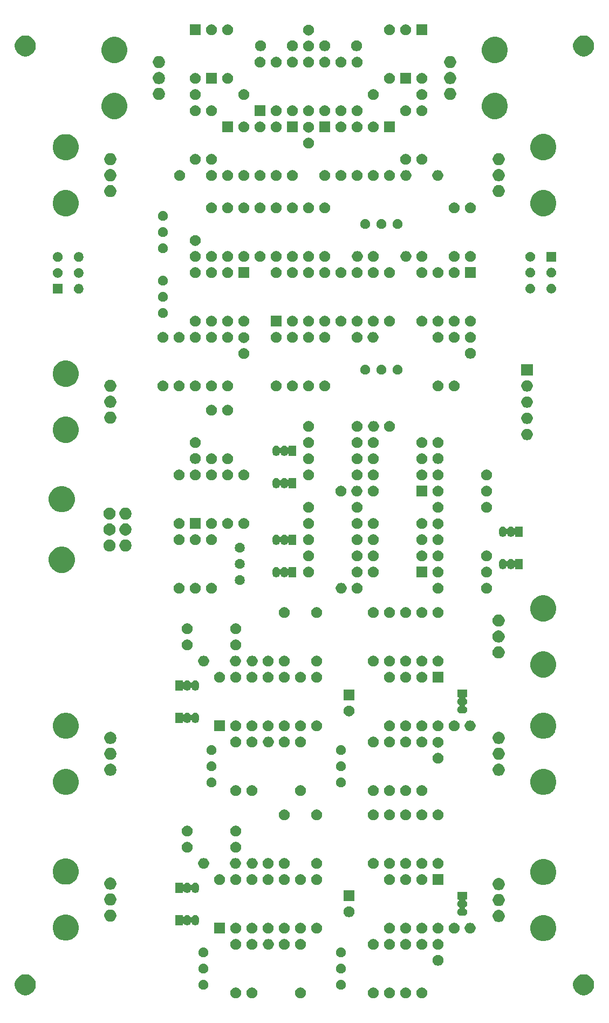
<source format=gbr>
G04 #@! TF.GenerationSoftware,KiCad,Pcbnew,(5.1.5)-3*
G04 #@! TF.CreationDate,2021-04-20T16:09:03+02:00*
G04 #@! TF.ProjectId,AnalogDrum_Metal,416e616c-6f67-4447-9275-6d5f4d657461,rev?*
G04 #@! TF.SameCoordinates,Original*
G04 #@! TF.FileFunction,Soldermask,Top*
G04 #@! TF.FilePolarity,Negative*
%FSLAX46Y46*%
G04 Gerber Fmt 4.6, Leading zero omitted, Abs format (unit mm)*
G04 Created by KiCad (PCBNEW (5.1.5)-3) date 2021-04-20 16:09:03*
%MOMM*%
%LPD*%
G04 APERTURE LIST*
%ADD10C,0.100000*%
G04 APERTURE END LIST*
D10*
G36*
X123438228Y-179521703D02*
G01*
X123593100Y-179585853D01*
X123732481Y-179678985D01*
X123851015Y-179797519D01*
X123944147Y-179936900D01*
X124008297Y-180091772D01*
X124041000Y-180256184D01*
X124041000Y-180423816D01*
X124008297Y-180588228D01*
X123944147Y-180743100D01*
X123851015Y-180882481D01*
X123732481Y-181001015D01*
X123593100Y-181094147D01*
X123438228Y-181158297D01*
X123273816Y-181191000D01*
X123106184Y-181191000D01*
X122941772Y-181158297D01*
X122786900Y-181094147D01*
X122647519Y-181001015D01*
X122528985Y-180882481D01*
X122435853Y-180743100D01*
X122371703Y-180588228D01*
X122339000Y-180423816D01*
X122339000Y-180256184D01*
X122371703Y-180091772D01*
X122435853Y-179936900D01*
X122528985Y-179797519D01*
X122647519Y-179678985D01*
X122786900Y-179585853D01*
X122941772Y-179521703D01*
X123106184Y-179489000D01*
X123273816Y-179489000D01*
X123438228Y-179521703D01*
G37*
G36*
X120898228Y-179521703D02*
G01*
X121053100Y-179585853D01*
X121192481Y-179678985D01*
X121311015Y-179797519D01*
X121404147Y-179936900D01*
X121468297Y-180091772D01*
X121501000Y-180256184D01*
X121501000Y-180423816D01*
X121468297Y-180588228D01*
X121404147Y-180743100D01*
X121311015Y-180882481D01*
X121192481Y-181001015D01*
X121053100Y-181094147D01*
X120898228Y-181158297D01*
X120733816Y-181191000D01*
X120566184Y-181191000D01*
X120401772Y-181158297D01*
X120246900Y-181094147D01*
X120107519Y-181001015D01*
X119988985Y-180882481D01*
X119895853Y-180743100D01*
X119831703Y-180588228D01*
X119799000Y-180423816D01*
X119799000Y-180256184D01*
X119831703Y-180091772D01*
X119895853Y-179936900D01*
X119988985Y-179797519D01*
X120107519Y-179678985D01*
X120246900Y-179585853D01*
X120401772Y-179521703D01*
X120566184Y-179489000D01*
X120733816Y-179489000D01*
X120898228Y-179521703D01*
G37*
G36*
X118358228Y-179521703D02*
G01*
X118513100Y-179585853D01*
X118652481Y-179678985D01*
X118771015Y-179797519D01*
X118864147Y-179936900D01*
X118928297Y-180091772D01*
X118961000Y-180256184D01*
X118961000Y-180423816D01*
X118928297Y-180588228D01*
X118864147Y-180743100D01*
X118771015Y-180882481D01*
X118652481Y-181001015D01*
X118513100Y-181094147D01*
X118358228Y-181158297D01*
X118193816Y-181191000D01*
X118026184Y-181191000D01*
X117861772Y-181158297D01*
X117706900Y-181094147D01*
X117567519Y-181001015D01*
X117448985Y-180882481D01*
X117355853Y-180743100D01*
X117291703Y-180588228D01*
X117259000Y-180423816D01*
X117259000Y-180256184D01*
X117291703Y-180091772D01*
X117355853Y-179936900D01*
X117448985Y-179797519D01*
X117567519Y-179678985D01*
X117706900Y-179585853D01*
X117861772Y-179521703D01*
X118026184Y-179489000D01*
X118193816Y-179489000D01*
X118358228Y-179521703D01*
G37*
G36*
X115818228Y-179521703D02*
G01*
X115973100Y-179585853D01*
X116112481Y-179678985D01*
X116231015Y-179797519D01*
X116324147Y-179936900D01*
X116388297Y-180091772D01*
X116421000Y-180256184D01*
X116421000Y-180423816D01*
X116388297Y-180588228D01*
X116324147Y-180743100D01*
X116231015Y-180882481D01*
X116112481Y-181001015D01*
X115973100Y-181094147D01*
X115818228Y-181158297D01*
X115653816Y-181191000D01*
X115486184Y-181191000D01*
X115321772Y-181158297D01*
X115166900Y-181094147D01*
X115027519Y-181001015D01*
X114908985Y-180882481D01*
X114815853Y-180743100D01*
X114751703Y-180588228D01*
X114719000Y-180423816D01*
X114719000Y-180256184D01*
X114751703Y-180091772D01*
X114815853Y-179936900D01*
X114908985Y-179797519D01*
X115027519Y-179678985D01*
X115166900Y-179585853D01*
X115321772Y-179521703D01*
X115486184Y-179489000D01*
X115653816Y-179489000D01*
X115818228Y-179521703D01*
G37*
G36*
X104388228Y-179521703D02*
G01*
X104543100Y-179585853D01*
X104682481Y-179678985D01*
X104801015Y-179797519D01*
X104894147Y-179936900D01*
X104958297Y-180091772D01*
X104991000Y-180256184D01*
X104991000Y-180423816D01*
X104958297Y-180588228D01*
X104894147Y-180743100D01*
X104801015Y-180882481D01*
X104682481Y-181001015D01*
X104543100Y-181094147D01*
X104388228Y-181158297D01*
X104223816Y-181191000D01*
X104056184Y-181191000D01*
X103891772Y-181158297D01*
X103736900Y-181094147D01*
X103597519Y-181001015D01*
X103478985Y-180882481D01*
X103385853Y-180743100D01*
X103321703Y-180588228D01*
X103289000Y-180423816D01*
X103289000Y-180256184D01*
X103321703Y-180091772D01*
X103385853Y-179936900D01*
X103478985Y-179797519D01*
X103597519Y-179678985D01*
X103736900Y-179585853D01*
X103891772Y-179521703D01*
X104056184Y-179489000D01*
X104223816Y-179489000D01*
X104388228Y-179521703D01*
G37*
G36*
X94228228Y-179521703D02*
G01*
X94383100Y-179585853D01*
X94522481Y-179678985D01*
X94641015Y-179797519D01*
X94734147Y-179936900D01*
X94798297Y-180091772D01*
X94831000Y-180256184D01*
X94831000Y-180423816D01*
X94798297Y-180588228D01*
X94734147Y-180743100D01*
X94641015Y-180882481D01*
X94522481Y-181001015D01*
X94383100Y-181094147D01*
X94228228Y-181158297D01*
X94063816Y-181191000D01*
X93896184Y-181191000D01*
X93731772Y-181158297D01*
X93576900Y-181094147D01*
X93437519Y-181001015D01*
X93318985Y-180882481D01*
X93225853Y-180743100D01*
X93161703Y-180588228D01*
X93129000Y-180423816D01*
X93129000Y-180256184D01*
X93161703Y-180091772D01*
X93225853Y-179936900D01*
X93318985Y-179797519D01*
X93437519Y-179678985D01*
X93576900Y-179585853D01*
X93731772Y-179521703D01*
X93896184Y-179489000D01*
X94063816Y-179489000D01*
X94228228Y-179521703D01*
G37*
G36*
X96768228Y-179521703D02*
G01*
X96923100Y-179585853D01*
X97062481Y-179678985D01*
X97181015Y-179797519D01*
X97274147Y-179936900D01*
X97338297Y-180091772D01*
X97371000Y-180256184D01*
X97371000Y-180423816D01*
X97338297Y-180588228D01*
X97274147Y-180743100D01*
X97181015Y-180882481D01*
X97062481Y-181001015D01*
X96923100Y-181094147D01*
X96768228Y-181158297D01*
X96603816Y-181191000D01*
X96436184Y-181191000D01*
X96271772Y-181158297D01*
X96116900Y-181094147D01*
X95977519Y-181001015D01*
X95858985Y-180882481D01*
X95765853Y-180743100D01*
X95701703Y-180588228D01*
X95669000Y-180423816D01*
X95669000Y-180256184D01*
X95701703Y-180091772D01*
X95765853Y-179936900D01*
X95858985Y-179797519D01*
X95977519Y-179678985D01*
X96116900Y-179585853D01*
X96271772Y-179521703D01*
X96436184Y-179489000D01*
X96603816Y-179489000D01*
X96768228Y-179521703D01*
G37*
G36*
X61335256Y-177461298D02*
G01*
X61441579Y-177482447D01*
X61742042Y-177606903D01*
X62012451Y-177787585D01*
X62242415Y-178017549D01*
X62423097Y-178287958D01*
X62543451Y-178578517D01*
X62547553Y-178588422D01*
X62611000Y-178907389D01*
X62611000Y-179232611D01*
X62598611Y-179294893D01*
X62547553Y-179551579D01*
X62423097Y-179852042D01*
X62242415Y-180122451D01*
X62012451Y-180352415D01*
X61742042Y-180533097D01*
X61441579Y-180657553D01*
X61335256Y-180678702D01*
X61122611Y-180721000D01*
X60797389Y-180721000D01*
X60584744Y-180678702D01*
X60478421Y-180657553D01*
X60177958Y-180533097D01*
X59907549Y-180352415D01*
X59677585Y-180122451D01*
X59496903Y-179852042D01*
X59372447Y-179551579D01*
X59321389Y-179294893D01*
X59309000Y-179232611D01*
X59309000Y-178907389D01*
X59372447Y-178588422D01*
X59376550Y-178578517D01*
X59496903Y-178287958D01*
X59677585Y-178017549D01*
X59907549Y-177787585D01*
X60177958Y-177606903D01*
X60478421Y-177482447D01*
X60584744Y-177461298D01*
X60797389Y-177419000D01*
X61122611Y-177419000D01*
X61335256Y-177461298D01*
G37*
G36*
X148965256Y-177461298D02*
G01*
X149071579Y-177482447D01*
X149372042Y-177606903D01*
X149642451Y-177787585D01*
X149872415Y-178017549D01*
X150053097Y-178287958D01*
X150173451Y-178578517D01*
X150177553Y-178588422D01*
X150241000Y-178907389D01*
X150241000Y-179232611D01*
X150228611Y-179294893D01*
X150177553Y-179551579D01*
X150053097Y-179852042D01*
X149872415Y-180122451D01*
X149642451Y-180352415D01*
X149372042Y-180533097D01*
X149071579Y-180657553D01*
X148965256Y-180678702D01*
X148752611Y-180721000D01*
X148427389Y-180721000D01*
X148214744Y-180678702D01*
X148108421Y-180657553D01*
X147807958Y-180533097D01*
X147537549Y-180352415D01*
X147307585Y-180122451D01*
X147126903Y-179852042D01*
X147002447Y-179551579D01*
X146951389Y-179294893D01*
X146939000Y-179232611D01*
X146939000Y-178907389D01*
X147002447Y-178588422D01*
X147006550Y-178578517D01*
X147126903Y-178287958D01*
X147307585Y-178017549D01*
X147537549Y-177787585D01*
X147807958Y-177606903D01*
X148108421Y-177482447D01*
X148214744Y-177461298D01*
X148427389Y-177419000D01*
X148752611Y-177419000D01*
X148965256Y-177461298D01*
G37*
G36*
X89025589Y-178308876D02*
G01*
X89124893Y-178328629D01*
X89265206Y-178386748D01*
X89391484Y-178471125D01*
X89498875Y-178578516D01*
X89583252Y-178704794D01*
X89641371Y-178845107D01*
X89671000Y-178994063D01*
X89671000Y-179145937D01*
X89641371Y-179294893D01*
X89583252Y-179435206D01*
X89498875Y-179561484D01*
X89391484Y-179668875D01*
X89265206Y-179753252D01*
X89124893Y-179811371D01*
X89025589Y-179831124D01*
X88975938Y-179841000D01*
X88824062Y-179841000D01*
X88774411Y-179831124D01*
X88675107Y-179811371D01*
X88534794Y-179753252D01*
X88408516Y-179668875D01*
X88301125Y-179561484D01*
X88216748Y-179435206D01*
X88158629Y-179294893D01*
X88129000Y-179145937D01*
X88129000Y-178994063D01*
X88158629Y-178845107D01*
X88216748Y-178704794D01*
X88301125Y-178578516D01*
X88408516Y-178471125D01*
X88534794Y-178386748D01*
X88675107Y-178328629D01*
X88774411Y-178308876D01*
X88824062Y-178299000D01*
X88975938Y-178299000D01*
X89025589Y-178308876D01*
G37*
G36*
X110615589Y-178308876D02*
G01*
X110714893Y-178328629D01*
X110855206Y-178386748D01*
X110981484Y-178471125D01*
X111088875Y-178578516D01*
X111173252Y-178704794D01*
X111231371Y-178845107D01*
X111261000Y-178994063D01*
X111261000Y-179145937D01*
X111231371Y-179294893D01*
X111173252Y-179435206D01*
X111088875Y-179561484D01*
X110981484Y-179668875D01*
X110855206Y-179753252D01*
X110714893Y-179811371D01*
X110615589Y-179831124D01*
X110565938Y-179841000D01*
X110414062Y-179841000D01*
X110364411Y-179831124D01*
X110265107Y-179811371D01*
X110124794Y-179753252D01*
X109998516Y-179668875D01*
X109891125Y-179561484D01*
X109806748Y-179435206D01*
X109748629Y-179294893D01*
X109719000Y-179145937D01*
X109719000Y-178994063D01*
X109748629Y-178845107D01*
X109806748Y-178704794D01*
X109891125Y-178578516D01*
X109998516Y-178471125D01*
X110124794Y-178386748D01*
X110265107Y-178328629D01*
X110364411Y-178308876D01*
X110414062Y-178299000D01*
X110565938Y-178299000D01*
X110615589Y-178308876D01*
G37*
G36*
X110615589Y-175768876D02*
G01*
X110714893Y-175788629D01*
X110855206Y-175846748D01*
X110981484Y-175931125D01*
X111088875Y-176038516D01*
X111173252Y-176164794D01*
X111231371Y-176305107D01*
X111261000Y-176454063D01*
X111261000Y-176605937D01*
X111231371Y-176754893D01*
X111173252Y-176895206D01*
X111088875Y-177021484D01*
X110981484Y-177128875D01*
X110855206Y-177213252D01*
X110714893Y-177271371D01*
X110615589Y-177291124D01*
X110565938Y-177301000D01*
X110414062Y-177301000D01*
X110364411Y-177291124D01*
X110265107Y-177271371D01*
X110124794Y-177213252D01*
X109998516Y-177128875D01*
X109891125Y-177021484D01*
X109806748Y-176895206D01*
X109748629Y-176754893D01*
X109719000Y-176605937D01*
X109719000Y-176454063D01*
X109748629Y-176305107D01*
X109806748Y-176164794D01*
X109891125Y-176038516D01*
X109998516Y-175931125D01*
X110124794Y-175846748D01*
X110265107Y-175788629D01*
X110364411Y-175768876D01*
X110414062Y-175759000D01*
X110565938Y-175759000D01*
X110615589Y-175768876D01*
G37*
G36*
X89025589Y-175768876D02*
G01*
X89124893Y-175788629D01*
X89265206Y-175846748D01*
X89391484Y-175931125D01*
X89498875Y-176038516D01*
X89583252Y-176164794D01*
X89641371Y-176305107D01*
X89671000Y-176454063D01*
X89671000Y-176605937D01*
X89641371Y-176754893D01*
X89583252Y-176895206D01*
X89498875Y-177021484D01*
X89391484Y-177128875D01*
X89265206Y-177213252D01*
X89124893Y-177271371D01*
X89025589Y-177291124D01*
X88975938Y-177301000D01*
X88824062Y-177301000D01*
X88774411Y-177291124D01*
X88675107Y-177271371D01*
X88534794Y-177213252D01*
X88408516Y-177128875D01*
X88301125Y-177021484D01*
X88216748Y-176895206D01*
X88158629Y-176754893D01*
X88129000Y-176605937D01*
X88129000Y-176454063D01*
X88158629Y-176305107D01*
X88216748Y-176164794D01*
X88301125Y-176038516D01*
X88408516Y-175931125D01*
X88534794Y-175846748D01*
X88675107Y-175788629D01*
X88774411Y-175768876D01*
X88824062Y-175759000D01*
X88975938Y-175759000D01*
X89025589Y-175768876D01*
G37*
G36*
X125978228Y-174401703D02*
G01*
X126133100Y-174465853D01*
X126272481Y-174558985D01*
X126391015Y-174677519D01*
X126484147Y-174816900D01*
X126548297Y-174971772D01*
X126581000Y-175136184D01*
X126581000Y-175303816D01*
X126548297Y-175468228D01*
X126484147Y-175623100D01*
X126391015Y-175762481D01*
X126272481Y-175881015D01*
X126133100Y-175974147D01*
X125978228Y-176038297D01*
X125813816Y-176071000D01*
X125646184Y-176071000D01*
X125481772Y-176038297D01*
X125326900Y-175974147D01*
X125187519Y-175881015D01*
X125068985Y-175762481D01*
X124975853Y-175623100D01*
X124911703Y-175468228D01*
X124879000Y-175303816D01*
X124879000Y-175136184D01*
X124911703Y-174971772D01*
X124975853Y-174816900D01*
X125068985Y-174677519D01*
X125187519Y-174558985D01*
X125326900Y-174465853D01*
X125481772Y-174401703D01*
X125646184Y-174369000D01*
X125813816Y-174369000D01*
X125978228Y-174401703D01*
G37*
G36*
X89025589Y-173228876D02*
G01*
X89124893Y-173248629D01*
X89265206Y-173306748D01*
X89391484Y-173391125D01*
X89498875Y-173498516D01*
X89583252Y-173624794D01*
X89641371Y-173765107D01*
X89671000Y-173914063D01*
X89671000Y-174065937D01*
X89641371Y-174214893D01*
X89583252Y-174355206D01*
X89498875Y-174481484D01*
X89391484Y-174588875D01*
X89265206Y-174673252D01*
X89124893Y-174731371D01*
X89025589Y-174751124D01*
X88975938Y-174761000D01*
X88824062Y-174761000D01*
X88774411Y-174751124D01*
X88675107Y-174731371D01*
X88534794Y-174673252D01*
X88408516Y-174588875D01*
X88301125Y-174481484D01*
X88216748Y-174355206D01*
X88158629Y-174214893D01*
X88129000Y-174065937D01*
X88129000Y-173914063D01*
X88158629Y-173765107D01*
X88216748Y-173624794D01*
X88301125Y-173498516D01*
X88408516Y-173391125D01*
X88534794Y-173306748D01*
X88675107Y-173248629D01*
X88774411Y-173228876D01*
X88824062Y-173219000D01*
X88975938Y-173219000D01*
X89025589Y-173228876D01*
G37*
G36*
X110615589Y-173228876D02*
G01*
X110714893Y-173248629D01*
X110855206Y-173306748D01*
X110981484Y-173391125D01*
X111088875Y-173498516D01*
X111173252Y-173624794D01*
X111231371Y-173765107D01*
X111261000Y-173914063D01*
X111261000Y-174065937D01*
X111231371Y-174214893D01*
X111173252Y-174355206D01*
X111088875Y-174481484D01*
X110981484Y-174588875D01*
X110855206Y-174673252D01*
X110714893Y-174731371D01*
X110615589Y-174751124D01*
X110565938Y-174761000D01*
X110414062Y-174761000D01*
X110364411Y-174751124D01*
X110265107Y-174731371D01*
X110124794Y-174673252D01*
X109998516Y-174588875D01*
X109891125Y-174481484D01*
X109806748Y-174355206D01*
X109748629Y-174214893D01*
X109719000Y-174065937D01*
X109719000Y-173914063D01*
X109748629Y-173765107D01*
X109806748Y-173624794D01*
X109891125Y-173498516D01*
X109998516Y-173391125D01*
X110124794Y-173306748D01*
X110265107Y-173248629D01*
X110364411Y-173228876D01*
X110414062Y-173219000D01*
X110565938Y-173219000D01*
X110615589Y-173228876D01*
G37*
G36*
X101848228Y-171901703D02*
G01*
X102003100Y-171965853D01*
X102142481Y-172058985D01*
X102261015Y-172177519D01*
X102354147Y-172316900D01*
X102418297Y-172471772D01*
X102451000Y-172636184D01*
X102451000Y-172803816D01*
X102418297Y-172968228D01*
X102354147Y-173123100D01*
X102261015Y-173262481D01*
X102142481Y-173381015D01*
X102003100Y-173474147D01*
X101848228Y-173538297D01*
X101683816Y-173571000D01*
X101516184Y-173571000D01*
X101351772Y-173538297D01*
X101196900Y-173474147D01*
X101057519Y-173381015D01*
X100938985Y-173262481D01*
X100845853Y-173123100D01*
X100781703Y-172968228D01*
X100749000Y-172803816D01*
X100749000Y-172636184D01*
X100781703Y-172471772D01*
X100845853Y-172316900D01*
X100938985Y-172177519D01*
X101057519Y-172058985D01*
X101196900Y-171965853D01*
X101351772Y-171901703D01*
X101516184Y-171869000D01*
X101683816Y-171869000D01*
X101848228Y-171901703D01*
G37*
G36*
X118358228Y-171901703D02*
G01*
X118513100Y-171965853D01*
X118652481Y-172058985D01*
X118771015Y-172177519D01*
X118864147Y-172316900D01*
X118928297Y-172471772D01*
X118961000Y-172636184D01*
X118961000Y-172803816D01*
X118928297Y-172968228D01*
X118864147Y-173123100D01*
X118771015Y-173262481D01*
X118652481Y-173381015D01*
X118513100Y-173474147D01*
X118358228Y-173538297D01*
X118193816Y-173571000D01*
X118026184Y-173571000D01*
X117861772Y-173538297D01*
X117706900Y-173474147D01*
X117567519Y-173381015D01*
X117448985Y-173262481D01*
X117355853Y-173123100D01*
X117291703Y-172968228D01*
X117259000Y-172803816D01*
X117259000Y-172636184D01*
X117291703Y-172471772D01*
X117355853Y-172316900D01*
X117448985Y-172177519D01*
X117567519Y-172058985D01*
X117706900Y-171965853D01*
X117861772Y-171901703D01*
X118026184Y-171869000D01*
X118193816Y-171869000D01*
X118358228Y-171901703D01*
G37*
G36*
X115818228Y-171901703D02*
G01*
X115973100Y-171965853D01*
X116112481Y-172058985D01*
X116231015Y-172177519D01*
X116324147Y-172316900D01*
X116388297Y-172471772D01*
X116421000Y-172636184D01*
X116421000Y-172803816D01*
X116388297Y-172968228D01*
X116324147Y-173123100D01*
X116231015Y-173262481D01*
X116112481Y-173381015D01*
X115973100Y-173474147D01*
X115818228Y-173538297D01*
X115653816Y-173571000D01*
X115486184Y-173571000D01*
X115321772Y-173538297D01*
X115166900Y-173474147D01*
X115027519Y-173381015D01*
X114908985Y-173262481D01*
X114815853Y-173123100D01*
X114751703Y-172968228D01*
X114719000Y-172803816D01*
X114719000Y-172636184D01*
X114751703Y-172471772D01*
X114815853Y-172316900D01*
X114908985Y-172177519D01*
X115027519Y-172058985D01*
X115166900Y-171965853D01*
X115321772Y-171901703D01*
X115486184Y-171869000D01*
X115653816Y-171869000D01*
X115818228Y-171901703D01*
G37*
G36*
X96768228Y-171901703D02*
G01*
X96923100Y-171965853D01*
X97062481Y-172058985D01*
X97181015Y-172177519D01*
X97274147Y-172316900D01*
X97338297Y-172471772D01*
X97371000Y-172636184D01*
X97371000Y-172803816D01*
X97338297Y-172968228D01*
X97274147Y-173123100D01*
X97181015Y-173262481D01*
X97062481Y-173381015D01*
X96923100Y-173474147D01*
X96768228Y-173538297D01*
X96603816Y-173571000D01*
X96436184Y-173571000D01*
X96271772Y-173538297D01*
X96116900Y-173474147D01*
X95977519Y-173381015D01*
X95858985Y-173262481D01*
X95765853Y-173123100D01*
X95701703Y-172968228D01*
X95669000Y-172803816D01*
X95669000Y-172636184D01*
X95701703Y-172471772D01*
X95765853Y-172316900D01*
X95858985Y-172177519D01*
X95977519Y-172058985D01*
X96116900Y-171965853D01*
X96271772Y-171901703D01*
X96436184Y-171869000D01*
X96603816Y-171869000D01*
X96768228Y-171901703D01*
G37*
G36*
X123438228Y-171901703D02*
G01*
X123593100Y-171965853D01*
X123732481Y-172058985D01*
X123851015Y-172177519D01*
X123944147Y-172316900D01*
X124008297Y-172471772D01*
X124041000Y-172636184D01*
X124041000Y-172803816D01*
X124008297Y-172968228D01*
X123944147Y-173123100D01*
X123851015Y-173262481D01*
X123732481Y-173381015D01*
X123593100Y-173474147D01*
X123438228Y-173538297D01*
X123273816Y-173571000D01*
X123106184Y-173571000D01*
X122941772Y-173538297D01*
X122786900Y-173474147D01*
X122647519Y-173381015D01*
X122528985Y-173262481D01*
X122435853Y-173123100D01*
X122371703Y-172968228D01*
X122339000Y-172803816D01*
X122339000Y-172636184D01*
X122371703Y-172471772D01*
X122435853Y-172316900D01*
X122528985Y-172177519D01*
X122647519Y-172058985D01*
X122786900Y-171965853D01*
X122941772Y-171901703D01*
X123106184Y-171869000D01*
X123273816Y-171869000D01*
X123438228Y-171901703D01*
G37*
G36*
X120898228Y-171901703D02*
G01*
X121053100Y-171965853D01*
X121192481Y-172058985D01*
X121311015Y-172177519D01*
X121404147Y-172316900D01*
X121468297Y-172471772D01*
X121501000Y-172636184D01*
X121501000Y-172803816D01*
X121468297Y-172968228D01*
X121404147Y-173123100D01*
X121311015Y-173262481D01*
X121192481Y-173381015D01*
X121053100Y-173474147D01*
X120898228Y-173538297D01*
X120733816Y-173571000D01*
X120566184Y-173571000D01*
X120401772Y-173538297D01*
X120246900Y-173474147D01*
X120107519Y-173381015D01*
X119988985Y-173262481D01*
X119895853Y-173123100D01*
X119831703Y-172968228D01*
X119799000Y-172803816D01*
X119799000Y-172636184D01*
X119831703Y-172471772D01*
X119895853Y-172316900D01*
X119988985Y-172177519D01*
X120107519Y-172058985D01*
X120246900Y-171965853D01*
X120401772Y-171901703D01*
X120566184Y-171869000D01*
X120733816Y-171869000D01*
X120898228Y-171901703D01*
G37*
G36*
X104388228Y-171901703D02*
G01*
X104543100Y-171965853D01*
X104682481Y-172058985D01*
X104801015Y-172177519D01*
X104894147Y-172316900D01*
X104958297Y-172471772D01*
X104991000Y-172636184D01*
X104991000Y-172803816D01*
X104958297Y-172968228D01*
X104894147Y-173123100D01*
X104801015Y-173262481D01*
X104682481Y-173381015D01*
X104543100Y-173474147D01*
X104388228Y-173538297D01*
X104223816Y-173571000D01*
X104056184Y-173571000D01*
X103891772Y-173538297D01*
X103736900Y-173474147D01*
X103597519Y-173381015D01*
X103478985Y-173262481D01*
X103385853Y-173123100D01*
X103321703Y-172968228D01*
X103289000Y-172803816D01*
X103289000Y-172636184D01*
X103321703Y-172471772D01*
X103385853Y-172316900D01*
X103478985Y-172177519D01*
X103597519Y-172058985D01*
X103736900Y-171965853D01*
X103891772Y-171901703D01*
X104056184Y-171869000D01*
X104223816Y-171869000D01*
X104388228Y-171901703D01*
G37*
G36*
X99348228Y-171901703D02*
G01*
X99503100Y-171965853D01*
X99642481Y-172058985D01*
X99761015Y-172177519D01*
X99854147Y-172316900D01*
X99918297Y-172471772D01*
X99951000Y-172636184D01*
X99951000Y-172803816D01*
X99918297Y-172968228D01*
X99854147Y-173123100D01*
X99761015Y-173262481D01*
X99642481Y-173381015D01*
X99503100Y-173474147D01*
X99348228Y-173538297D01*
X99183816Y-173571000D01*
X99016184Y-173571000D01*
X98851772Y-173538297D01*
X98696900Y-173474147D01*
X98557519Y-173381015D01*
X98438985Y-173262481D01*
X98345853Y-173123100D01*
X98281703Y-172968228D01*
X98249000Y-172803816D01*
X98249000Y-172636184D01*
X98281703Y-172471772D01*
X98345853Y-172316900D01*
X98438985Y-172177519D01*
X98557519Y-172058985D01*
X98696900Y-171965853D01*
X98851772Y-171901703D01*
X99016184Y-171869000D01*
X99183816Y-171869000D01*
X99348228Y-171901703D01*
G37*
G36*
X125978228Y-171901703D02*
G01*
X126133100Y-171965853D01*
X126272481Y-172058985D01*
X126391015Y-172177519D01*
X126484147Y-172316900D01*
X126548297Y-172471772D01*
X126581000Y-172636184D01*
X126581000Y-172803816D01*
X126548297Y-172968228D01*
X126484147Y-173123100D01*
X126391015Y-173262481D01*
X126272481Y-173381015D01*
X126133100Y-173474147D01*
X125978228Y-173538297D01*
X125813816Y-173571000D01*
X125646184Y-173571000D01*
X125481772Y-173538297D01*
X125326900Y-173474147D01*
X125187519Y-173381015D01*
X125068985Y-173262481D01*
X124975853Y-173123100D01*
X124911703Y-172968228D01*
X124879000Y-172803816D01*
X124879000Y-172636184D01*
X124911703Y-172471772D01*
X124975853Y-172316900D01*
X125068985Y-172177519D01*
X125187519Y-172058985D01*
X125326900Y-171965853D01*
X125481772Y-171901703D01*
X125646184Y-171869000D01*
X125813816Y-171869000D01*
X125978228Y-171901703D01*
G37*
G36*
X94228228Y-171901703D02*
G01*
X94383100Y-171965853D01*
X94522481Y-172058985D01*
X94641015Y-172177519D01*
X94734147Y-172316900D01*
X94798297Y-172471772D01*
X94831000Y-172636184D01*
X94831000Y-172803816D01*
X94798297Y-172968228D01*
X94734147Y-173123100D01*
X94641015Y-173262481D01*
X94522481Y-173381015D01*
X94383100Y-173474147D01*
X94228228Y-173538297D01*
X94063816Y-173571000D01*
X93896184Y-173571000D01*
X93731772Y-173538297D01*
X93576900Y-173474147D01*
X93437519Y-173381015D01*
X93318985Y-173262481D01*
X93225853Y-173123100D01*
X93161703Y-172968228D01*
X93129000Y-172803816D01*
X93129000Y-172636184D01*
X93161703Y-172471772D01*
X93225853Y-172316900D01*
X93318985Y-172177519D01*
X93437519Y-172058985D01*
X93576900Y-171965853D01*
X93731772Y-171901703D01*
X93896184Y-171869000D01*
X94063816Y-171869000D01*
X94228228Y-171901703D01*
G37*
G36*
X142853254Y-168202818D02*
G01*
X143218597Y-168354148D01*
X143226513Y-168357427D01*
X143562436Y-168581884D01*
X143848116Y-168867564D01*
X144063196Y-169189453D01*
X144072574Y-169203489D01*
X144227182Y-169576746D01*
X144306000Y-169972993D01*
X144306000Y-170377007D01*
X144227182Y-170773254D01*
X144133967Y-170998295D01*
X144072573Y-171146513D01*
X143848116Y-171482436D01*
X143562436Y-171768116D01*
X143226513Y-171992573D01*
X143226512Y-171992574D01*
X143226511Y-171992574D01*
X142853254Y-172147182D01*
X142457007Y-172226000D01*
X142052993Y-172226000D01*
X141656746Y-172147182D01*
X141283489Y-171992574D01*
X141283488Y-171992574D01*
X141283487Y-171992573D01*
X140947564Y-171768116D01*
X140661884Y-171482436D01*
X140437427Y-171146513D01*
X140376033Y-170998295D01*
X140282818Y-170773254D01*
X140204000Y-170377007D01*
X140204000Y-169972993D01*
X140282818Y-169576746D01*
X140437426Y-169203489D01*
X140446805Y-169189453D01*
X140661884Y-168867564D01*
X140947564Y-168581884D01*
X141283487Y-168357427D01*
X141291403Y-168354148D01*
X141656746Y-168202818D01*
X142052993Y-168124000D01*
X142457007Y-168124000D01*
X142853254Y-168202818D01*
G37*
G36*
X67893254Y-168122818D02*
G01*
X68262431Y-168275736D01*
X68266513Y-168277427D01*
X68602436Y-168501884D01*
X68888116Y-168787564D01*
X69108750Y-169117765D01*
X69112574Y-169123489D01*
X69267182Y-169496746D01*
X69346000Y-169892993D01*
X69346000Y-170297007D01*
X69267182Y-170693254D01*
X69140830Y-170998295D01*
X69112573Y-171066513D01*
X68888116Y-171402436D01*
X68602436Y-171688116D01*
X68266513Y-171912573D01*
X68266512Y-171912574D01*
X68266511Y-171912574D01*
X67893254Y-172067182D01*
X67497007Y-172146000D01*
X67092993Y-172146000D01*
X66696746Y-172067182D01*
X66323489Y-171912574D01*
X66323488Y-171912574D01*
X66323487Y-171912573D01*
X65987564Y-171688116D01*
X65701884Y-171402436D01*
X65477427Y-171066513D01*
X65449170Y-170998295D01*
X65322818Y-170693254D01*
X65244000Y-170297007D01*
X65244000Y-169892993D01*
X65322818Y-169496746D01*
X65477426Y-169123489D01*
X65481251Y-169117765D01*
X65701884Y-168787564D01*
X65987564Y-168501884D01*
X66323487Y-168277427D01*
X66327569Y-168275736D01*
X66696746Y-168122818D01*
X67092993Y-168044000D01*
X67497007Y-168044000D01*
X67893254Y-168122818D01*
G37*
G36*
X96768228Y-169361703D02*
G01*
X96923100Y-169425853D01*
X97062481Y-169518985D01*
X97181015Y-169637519D01*
X97274147Y-169776900D01*
X97338297Y-169931772D01*
X97371000Y-170096184D01*
X97371000Y-170263816D01*
X97338297Y-170428228D01*
X97274147Y-170583100D01*
X97181015Y-170722481D01*
X97062481Y-170841015D01*
X96923100Y-170934147D01*
X96768228Y-170998297D01*
X96603816Y-171031000D01*
X96436184Y-171031000D01*
X96271772Y-170998297D01*
X96116900Y-170934147D01*
X95977519Y-170841015D01*
X95858985Y-170722481D01*
X95765853Y-170583100D01*
X95701703Y-170428228D01*
X95669000Y-170263816D01*
X95669000Y-170096184D01*
X95701703Y-169931772D01*
X95765853Y-169776900D01*
X95858985Y-169637519D01*
X95977519Y-169518985D01*
X96116900Y-169425853D01*
X96271772Y-169361703D01*
X96436184Y-169329000D01*
X96603816Y-169329000D01*
X96768228Y-169361703D01*
G37*
G36*
X123438228Y-169361703D02*
G01*
X123593100Y-169425853D01*
X123732481Y-169518985D01*
X123851015Y-169637519D01*
X123944147Y-169776900D01*
X124008297Y-169931772D01*
X124041000Y-170096184D01*
X124041000Y-170263816D01*
X124008297Y-170428228D01*
X123944147Y-170583100D01*
X123851015Y-170722481D01*
X123732481Y-170841015D01*
X123593100Y-170934147D01*
X123438228Y-170998297D01*
X123273816Y-171031000D01*
X123106184Y-171031000D01*
X122941772Y-170998297D01*
X122786900Y-170934147D01*
X122647519Y-170841015D01*
X122528985Y-170722481D01*
X122435853Y-170583100D01*
X122371703Y-170428228D01*
X122339000Y-170263816D01*
X122339000Y-170096184D01*
X122371703Y-169931772D01*
X122435853Y-169776900D01*
X122528985Y-169637519D01*
X122647519Y-169518985D01*
X122786900Y-169425853D01*
X122941772Y-169361703D01*
X123106184Y-169329000D01*
X123273816Y-169329000D01*
X123438228Y-169361703D01*
G37*
G36*
X120898228Y-169361703D02*
G01*
X121053100Y-169425853D01*
X121192481Y-169518985D01*
X121311015Y-169637519D01*
X121404147Y-169776900D01*
X121468297Y-169931772D01*
X121501000Y-170096184D01*
X121501000Y-170263816D01*
X121468297Y-170428228D01*
X121404147Y-170583100D01*
X121311015Y-170722481D01*
X121192481Y-170841015D01*
X121053100Y-170934147D01*
X120898228Y-170998297D01*
X120733816Y-171031000D01*
X120566184Y-171031000D01*
X120401772Y-170998297D01*
X120246900Y-170934147D01*
X120107519Y-170841015D01*
X119988985Y-170722481D01*
X119895853Y-170583100D01*
X119831703Y-170428228D01*
X119799000Y-170263816D01*
X119799000Y-170096184D01*
X119831703Y-169931772D01*
X119895853Y-169776900D01*
X119988985Y-169637519D01*
X120107519Y-169518985D01*
X120246900Y-169425853D01*
X120401772Y-169361703D01*
X120566184Y-169329000D01*
X120733816Y-169329000D01*
X120898228Y-169361703D01*
G37*
G36*
X118358228Y-169361703D02*
G01*
X118513100Y-169425853D01*
X118652481Y-169518985D01*
X118771015Y-169637519D01*
X118864147Y-169776900D01*
X118928297Y-169931772D01*
X118961000Y-170096184D01*
X118961000Y-170263816D01*
X118928297Y-170428228D01*
X118864147Y-170583100D01*
X118771015Y-170722481D01*
X118652481Y-170841015D01*
X118513100Y-170934147D01*
X118358228Y-170998297D01*
X118193816Y-171031000D01*
X118026184Y-171031000D01*
X117861772Y-170998297D01*
X117706900Y-170934147D01*
X117567519Y-170841015D01*
X117448985Y-170722481D01*
X117355853Y-170583100D01*
X117291703Y-170428228D01*
X117259000Y-170263816D01*
X117259000Y-170096184D01*
X117291703Y-169931772D01*
X117355853Y-169776900D01*
X117448985Y-169637519D01*
X117567519Y-169518985D01*
X117706900Y-169425853D01*
X117861772Y-169361703D01*
X118026184Y-169329000D01*
X118193816Y-169329000D01*
X118358228Y-169361703D01*
G37*
G36*
X94228228Y-169361703D02*
G01*
X94383100Y-169425853D01*
X94522481Y-169518985D01*
X94641015Y-169637519D01*
X94734147Y-169776900D01*
X94798297Y-169931772D01*
X94831000Y-170096184D01*
X94831000Y-170263816D01*
X94798297Y-170428228D01*
X94734147Y-170583100D01*
X94641015Y-170722481D01*
X94522481Y-170841015D01*
X94383100Y-170934147D01*
X94228228Y-170998297D01*
X94063816Y-171031000D01*
X93896184Y-171031000D01*
X93731772Y-170998297D01*
X93576900Y-170934147D01*
X93437519Y-170841015D01*
X93318985Y-170722481D01*
X93225853Y-170583100D01*
X93161703Y-170428228D01*
X93129000Y-170263816D01*
X93129000Y-170096184D01*
X93161703Y-169931772D01*
X93225853Y-169776900D01*
X93318985Y-169637519D01*
X93437519Y-169518985D01*
X93576900Y-169425853D01*
X93731772Y-169361703D01*
X93896184Y-169329000D01*
X94063816Y-169329000D01*
X94228228Y-169361703D01*
G37*
G36*
X92291000Y-171031000D02*
G01*
X90589000Y-171031000D01*
X90589000Y-169329000D01*
X92291000Y-169329000D01*
X92291000Y-171031000D01*
G37*
G36*
X99308228Y-169361703D02*
G01*
X99463100Y-169425853D01*
X99602481Y-169518985D01*
X99721015Y-169637519D01*
X99814147Y-169776900D01*
X99878297Y-169931772D01*
X99911000Y-170096184D01*
X99911000Y-170263816D01*
X99878297Y-170428228D01*
X99814147Y-170583100D01*
X99721015Y-170722481D01*
X99602481Y-170841015D01*
X99463100Y-170934147D01*
X99308228Y-170998297D01*
X99143816Y-171031000D01*
X98976184Y-171031000D01*
X98811772Y-170998297D01*
X98656900Y-170934147D01*
X98517519Y-170841015D01*
X98398985Y-170722481D01*
X98305853Y-170583100D01*
X98241703Y-170428228D01*
X98209000Y-170263816D01*
X98209000Y-170096184D01*
X98241703Y-169931772D01*
X98305853Y-169776900D01*
X98398985Y-169637519D01*
X98517519Y-169518985D01*
X98656900Y-169425853D01*
X98811772Y-169361703D01*
X98976184Y-169329000D01*
X99143816Y-169329000D01*
X99308228Y-169361703D01*
G37*
G36*
X101848228Y-169361703D02*
G01*
X102003100Y-169425853D01*
X102142481Y-169518985D01*
X102261015Y-169637519D01*
X102354147Y-169776900D01*
X102418297Y-169931772D01*
X102451000Y-170096184D01*
X102451000Y-170263816D01*
X102418297Y-170428228D01*
X102354147Y-170583100D01*
X102261015Y-170722481D01*
X102142481Y-170841015D01*
X102003100Y-170934147D01*
X101848228Y-170998297D01*
X101683816Y-171031000D01*
X101516184Y-171031000D01*
X101351772Y-170998297D01*
X101196900Y-170934147D01*
X101057519Y-170841015D01*
X100938985Y-170722481D01*
X100845853Y-170583100D01*
X100781703Y-170428228D01*
X100749000Y-170263816D01*
X100749000Y-170096184D01*
X100781703Y-169931772D01*
X100845853Y-169776900D01*
X100938985Y-169637519D01*
X101057519Y-169518985D01*
X101196900Y-169425853D01*
X101351772Y-169361703D01*
X101516184Y-169329000D01*
X101683816Y-169329000D01*
X101848228Y-169361703D01*
G37*
G36*
X131018228Y-169361703D02*
G01*
X131173100Y-169425853D01*
X131312481Y-169518985D01*
X131431015Y-169637519D01*
X131524147Y-169776900D01*
X131588297Y-169931772D01*
X131621000Y-170096184D01*
X131621000Y-170263816D01*
X131588297Y-170428228D01*
X131524147Y-170583100D01*
X131431015Y-170722481D01*
X131312481Y-170841015D01*
X131173100Y-170934147D01*
X131018228Y-170998297D01*
X130853816Y-171031000D01*
X130686184Y-171031000D01*
X130521772Y-170998297D01*
X130366900Y-170934147D01*
X130227519Y-170841015D01*
X130108985Y-170722481D01*
X130015853Y-170583100D01*
X129951703Y-170428228D01*
X129919000Y-170263816D01*
X129919000Y-170096184D01*
X129951703Y-169931772D01*
X130015853Y-169776900D01*
X130108985Y-169637519D01*
X130227519Y-169518985D01*
X130366900Y-169425853D01*
X130521772Y-169361703D01*
X130686184Y-169329000D01*
X130853816Y-169329000D01*
X131018228Y-169361703D01*
G37*
G36*
X128518228Y-169361703D02*
G01*
X128673100Y-169425853D01*
X128812481Y-169518985D01*
X128931015Y-169637519D01*
X129024147Y-169776900D01*
X129088297Y-169931772D01*
X129121000Y-170096184D01*
X129121000Y-170263816D01*
X129088297Y-170428228D01*
X129024147Y-170583100D01*
X128931015Y-170722481D01*
X128812481Y-170841015D01*
X128673100Y-170934147D01*
X128518228Y-170998297D01*
X128353816Y-171031000D01*
X128186184Y-171031000D01*
X128021772Y-170998297D01*
X127866900Y-170934147D01*
X127727519Y-170841015D01*
X127608985Y-170722481D01*
X127515853Y-170583100D01*
X127451703Y-170428228D01*
X127419000Y-170263816D01*
X127419000Y-170096184D01*
X127451703Y-169931772D01*
X127515853Y-169776900D01*
X127608985Y-169637519D01*
X127727519Y-169518985D01*
X127866900Y-169425853D01*
X128021772Y-169361703D01*
X128186184Y-169329000D01*
X128353816Y-169329000D01*
X128518228Y-169361703D01*
G37*
G36*
X104388228Y-169361703D02*
G01*
X104543100Y-169425853D01*
X104682481Y-169518985D01*
X104801015Y-169637519D01*
X104894147Y-169776900D01*
X104958297Y-169931772D01*
X104991000Y-170096184D01*
X104991000Y-170263816D01*
X104958297Y-170428228D01*
X104894147Y-170583100D01*
X104801015Y-170722481D01*
X104682481Y-170841015D01*
X104543100Y-170934147D01*
X104388228Y-170998297D01*
X104223816Y-171031000D01*
X104056184Y-171031000D01*
X103891772Y-170998297D01*
X103736900Y-170934147D01*
X103597519Y-170841015D01*
X103478985Y-170722481D01*
X103385853Y-170583100D01*
X103321703Y-170428228D01*
X103289000Y-170263816D01*
X103289000Y-170096184D01*
X103321703Y-169931772D01*
X103385853Y-169776900D01*
X103478985Y-169637519D01*
X103597519Y-169518985D01*
X103736900Y-169425853D01*
X103891772Y-169361703D01*
X104056184Y-169329000D01*
X104223816Y-169329000D01*
X104388228Y-169361703D01*
G37*
G36*
X106928228Y-169361703D02*
G01*
X107083100Y-169425853D01*
X107222481Y-169518985D01*
X107341015Y-169637519D01*
X107434147Y-169776900D01*
X107498297Y-169931772D01*
X107531000Y-170096184D01*
X107531000Y-170263816D01*
X107498297Y-170428228D01*
X107434147Y-170583100D01*
X107341015Y-170722481D01*
X107222481Y-170841015D01*
X107083100Y-170934147D01*
X106928228Y-170998297D01*
X106763816Y-171031000D01*
X106596184Y-171031000D01*
X106431772Y-170998297D01*
X106276900Y-170934147D01*
X106137519Y-170841015D01*
X106018985Y-170722481D01*
X105925853Y-170583100D01*
X105861703Y-170428228D01*
X105829000Y-170263816D01*
X105829000Y-170096184D01*
X105861703Y-169931772D01*
X105925853Y-169776900D01*
X106018985Y-169637519D01*
X106137519Y-169518985D01*
X106276900Y-169425853D01*
X106431772Y-169361703D01*
X106596184Y-169329000D01*
X106763816Y-169329000D01*
X106928228Y-169361703D01*
G37*
G36*
X125978228Y-169361703D02*
G01*
X126133100Y-169425853D01*
X126272481Y-169518985D01*
X126391015Y-169637519D01*
X126484147Y-169776900D01*
X126548297Y-169931772D01*
X126581000Y-170096184D01*
X126581000Y-170263816D01*
X126548297Y-170428228D01*
X126484147Y-170583100D01*
X126391015Y-170722481D01*
X126272481Y-170841015D01*
X126133100Y-170934147D01*
X125978228Y-170998297D01*
X125813816Y-171031000D01*
X125646184Y-171031000D01*
X125481772Y-170998297D01*
X125326900Y-170934147D01*
X125187519Y-170841015D01*
X125068985Y-170722481D01*
X124975853Y-170583100D01*
X124911703Y-170428228D01*
X124879000Y-170263816D01*
X124879000Y-170096184D01*
X124911703Y-169931772D01*
X124975853Y-169776900D01*
X125068985Y-169637519D01*
X125187519Y-169518985D01*
X125326900Y-169425853D01*
X125481772Y-169361703D01*
X125646184Y-169329000D01*
X125813816Y-169329000D01*
X125978228Y-169361703D01*
G37*
G36*
X87742915Y-168117334D02*
G01*
X87851491Y-168150271D01*
X87851494Y-168150272D01*
X87887600Y-168169571D01*
X87951556Y-168203756D01*
X88039264Y-168275736D01*
X88111244Y-168363443D01*
X88145429Y-168427399D01*
X88164728Y-168463505D01*
X88164729Y-168463508D01*
X88197666Y-168572084D01*
X88206000Y-168656702D01*
X88206000Y-169163297D01*
X88197666Y-169247916D01*
X88165252Y-169354767D01*
X88164728Y-169356495D01*
X88161944Y-169361703D01*
X88111244Y-169456557D01*
X88039264Y-169544264D01*
X87951557Y-169616244D01*
X87887601Y-169650429D01*
X87851495Y-169669728D01*
X87851492Y-169669729D01*
X87742916Y-169702666D01*
X87630000Y-169713787D01*
X87517085Y-169702666D01*
X87408509Y-169669729D01*
X87408506Y-169669728D01*
X87372400Y-169650429D01*
X87308444Y-169616244D01*
X87220737Y-169544264D01*
X87148757Y-169456557D01*
X87105239Y-169375141D01*
X87091625Y-169354766D01*
X87074298Y-169337439D01*
X87053924Y-169323826D01*
X87031285Y-169314448D01*
X87007252Y-169309668D01*
X86982748Y-169309668D01*
X86958715Y-169314448D01*
X86936076Y-169323826D01*
X86915701Y-169337440D01*
X86898374Y-169354767D01*
X86884761Y-169375141D01*
X86841244Y-169456557D01*
X86769264Y-169544264D01*
X86681557Y-169616244D01*
X86617601Y-169650429D01*
X86581495Y-169669728D01*
X86581492Y-169669729D01*
X86472916Y-169702666D01*
X86360000Y-169713787D01*
X86247085Y-169702666D01*
X86138509Y-169669729D01*
X86138506Y-169669728D01*
X86102400Y-169650429D01*
X86038444Y-169616244D01*
X85950737Y-169544264D01*
X85887622Y-169467359D01*
X85870297Y-169450034D01*
X85849923Y-169436420D01*
X85827284Y-169427043D01*
X85803250Y-169422263D01*
X85778746Y-169422263D01*
X85754713Y-169427044D01*
X85732074Y-169436421D01*
X85711700Y-169450035D01*
X85694373Y-169467362D01*
X85680759Y-169487736D01*
X85671382Y-169510375D01*
X85666000Y-169546660D01*
X85666000Y-169711000D01*
X84514000Y-169711000D01*
X84514000Y-168109000D01*
X85666000Y-168109000D01*
X85666000Y-168273341D01*
X85668402Y-168297727D01*
X85675515Y-168321176D01*
X85687066Y-168342787D01*
X85702611Y-168361729D01*
X85721553Y-168377274D01*
X85743164Y-168388825D01*
X85766613Y-168395938D01*
X85790999Y-168398340D01*
X85815385Y-168395938D01*
X85838834Y-168388825D01*
X85860445Y-168377274D01*
X85879387Y-168361729D01*
X85887608Y-168352657D01*
X85950736Y-168275736D01*
X86038443Y-168203756D01*
X86102399Y-168169571D01*
X86138505Y-168150272D01*
X86138508Y-168150271D01*
X86247084Y-168117334D01*
X86360000Y-168106213D01*
X86472915Y-168117334D01*
X86581491Y-168150271D01*
X86581494Y-168150272D01*
X86617600Y-168169571D01*
X86681556Y-168203756D01*
X86769264Y-168275736D01*
X86841244Y-168363443D01*
X86884761Y-168444859D01*
X86898375Y-168465234D01*
X86915702Y-168482561D01*
X86936076Y-168496174D01*
X86958715Y-168505552D01*
X86982748Y-168510332D01*
X87007252Y-168510332D01*
X87031285Y-168505552D01*
X87053924Y-168496174D01*
X87074299Y-168482560D01*
X87091626Y-168465233D01*
X87105239Y-168444860D01*
X87148756Y-168363444D01*
X87220736Y-168275736D01*
X87308443Y-168203756D01*
X87372399Y-168169571D01*
X87408505Y-168150272D01*
X87408508Y-168150271D01*
X87517084Y-168117334D01*
X87630000Y-168106213D01*
X87742915Y-168117334D01*
G37*
G36*
X135532395Y-167360546D02*
G01*
X135705466Y-167432234D01*
X135741498Y-167456310D01*
X135861227Y-167536310D01*
X135993690Y-167668773D01*
X136003741Y-167683816D01*
X136097766Y-167824534D01*
X136169454Y-167997605D01*
X136206000Y-168181333D01*
X136206000Y-168368667D01*
X136169454Y-168552395D01*
X136097766Y-168725466D01*
X136097765Y-168725467D01*
X135993690Y-168881227D01*
X135861227Y-169013690D01*
X135782818Y-169066081D01*
X135705466Y-169117766D01*
X135532395Y-169189454D01*
X135348667Y-169226000D01*
X135161333Y-169226000D01*
X134977605Y-169189454D01*
X134804534Y-169117766D01*
X134727182Y-169066081D01*
X134648773Y-169013690D01*
X134516310Y-168881227D01*
X134412235Y-168725467D01*
X134412234Y-168725466D01*
X134340546Y-168552395D01*
X134304000Y-168368667D01*
X134304000Y-168181333D01*
X134340546Y-167997605D01*
X134412234Y-167824534D01*
X134506259Y-167683816D01*
X134516310Y-167668773D01*
X134648773Y-167536310D01*
X134768502Y-167456310D01*
X134804534Y-167432234D01*
X134977605Y-167360546D01*
X135161333Y-167324000D01*
X135348667Y-167324000D01*
X135532395Y-167360546D01*
G37*
G36*
X74572395Y-167280546D02*
G01*
X74745466Y-167352234D01*
X74757907Y-167360547D01*
X74901227Y-167456310D01*
X75033690Y-167588773D01*
X75033691Y-167588775D01*
X75137766Y-167744534D01*
X75209454Y-167917605D01*
X75246000Y-168101333D01*
X75246000Y-168288667D01*
X75209454Y-168472395D01*
X75137766Y-168645466D01*
X75130252Y-168656711D01*
X75033690Y-168801227D01*
X74901227Y-168933690D01*
X74822818Y-168986081D01*
X74745466Y-169037766D01*
X74572395Y-169109454D01*
X74388667Y-169146000D01*
X74201333Y-169146000D01*
X74017605Y-169109454D01*
X73844534Y-169037766D01*
X73767182Y-168986081D01*
X73688773Y-168933690D01*
X73556310Y-168801227D01*
X73459748Y-168656711D01*
X73452234Y-168645466D01*
X73380546Y-168472395D01*
X73344000Y-168288667D01*
X73344000Y-168101333D01*
X73380546Y-167917605D01*
X73452234Y-167744534D01*
X73556309Y-167588775D01*
X73556310Y-167588773D01*
X73688773Y-167456310D01*
X73832093Y-167360547D01*
X73844534Y-167352234D01*
X74017605Y-167280546D01*
X74201333Y-167244000D01*
X74388667Y-167244000D01*
X74572395Y-167280546D01*
G37*
G36*
X112008228Y-166781703D02*
G01*
X112163100Y-166845853D01*
X112302481Y-166938985D01*
X112421015Y-167057519D01*
X112514147Y-167196900D01*
X112578297Y-167351772D01*
X112611000Y-167516184D01*
X112611000Y-167683816D01*
X112578297Y-167848228D01*
X112514147Y-168003100D01*
X112421015Y-168142481D01*
X112302481Y-168261015D01*
X112163100Y-168354147D01*
X112008228Y-168418297D01*
X111843816Y-168451000D01*
X111676184Y-168451000D01*
X111511772Y-168418297D01*
X111356900Y-168354147D01*
X111217519Y-168261015D01*
X111098985Y-168142481D01*
X111005853Y-168003100D01*
X110941703Y-167848228D01*
X110909000Y-167683816D01*
X110909000Y-167516184D01*
X110941703Y-167351772D01*
X111005853Y-167196900D01*
X111098985Y-167057519D01*
X111217519Y-166938985D01*
X111356900Y-166845853D01*
X111511772Y-166781703D01*
X111676184Y-166749000D01*
X111843816Y-166749000D01*
X112008228Y-166781703D01*
G37*
G36*
X130341000Y-165676000D02*
G01*
X130176660Y-165676000D01*
X130152274Y-165678402D01*
X130128825Y-165685515D01*
X130107214Y-165697066D01*
X130088272Y-165712611D01*
X130072727Y-165731553D01*
X130061176Y-165753164D01*
X130054063Y-165776613D01*
X130051661Y-165800999D01*
X130054063Y-165825385D01*
X130061176Y-165848834D01*
X130072727Y-165870445D01*
X130088272Y-165889387D01*
X130097345Y-165897609D01*
X130174264Y-165960736D01*
X130246244Y-166048443D01*
X130280429Y-166112399D01*
X130299728Y-166148505D01*
X130299729Y-166148508D01*
X130332666Y-166257084D01*
X130343787Y-166370000D01*
X130332666Y-166482916D01*
X130299729Y-166591492D01*
X130299728Y-166591495D01*
X130280429Y-166627601D01*
X130246244Y-166691557D01*
X130174264Y-166779264D01*
X130086557Y-166851244D01*
X130005141Y-166894761D01*
X129984766Y-166908375D01*
X129967439Y-166925702D01*
X129953826Y-166946076D01*
X129944448Y-166968715D01*
X129939668Y-166992748D01*
X129939668Y-167017252D01*
X129944448Y-167041285D01*
X129953826Y-167063924D01*
X129967440Y-167084299D01*
X129984767Y-167101626D01*
X130005141Y-167115239D01*
X130086557Y-167158756D01*
X130174264Y-167230736D01*
X130246244Y-167318443D01*
X130280429Y-167382399D01*
X130299728Y-167418505D01*
X130299729Y-167418508D01*
X130332666Y-167527084D01*
X130343787Y-167640000D01*
X130332666Y-167752916D01*
X130303752Y-167848229D01*
X130299728Y-167861495D01*
X130280429Y-167897601D01*
X130246244Y-167961557D01*
X130174264Y-168049264D01*
X130086557Y-168121244D01*
X130022601Y-168155429D01*
X129986495Y-168174728D01*
X129986492Y-168174729D01*
X129877916Y-168207666D01*
X129793298Y-168216000D01*
X129286702Y-168216000D01*
X129202084Y-168207666D01*
X129093508Y-168174729D01*
X129093505Y-168174728D01*
X129057399Y-168155429D01*
X128993443Y-168121244D01*
X128905736Y-168049264D01*
X128833756Y-167961557D01*
X128799571Y-167897601D01*
X128780272Y-167861495D01*
X128776248Y-167848229D01*
X128747334Y-167752916D01*
X128736213Y-167640000D01*
X128747334Y-167527084D01*
X128780271Y-167418508D01*
X128780272Y-167418505D01*
X128799571Y-167382399D01*
X128833756Y-167318443D01*
X128905736Y-167230736D01*
X128993443Y-167158756D01*
X129074859Y-167115239D01*
X129095234Y-167101625D01*
X129112561Y-167084298D01*
X129126174Y-167063924D01*
X129135552Y-167041285D01*
X129140332Y-167017252D01*
X129140332Y-166992748D01*
X129135552Y-166968715D01*
X129126174Y-166946076D01*
X129112560Y-166925701D01*
X129095233Y-166908374D01*
X129074859Y-166894761D01*
X128993443Y-166851244D01*
X128905736Y-166779264D01*
X128833756Y-166691557D01*
X128799571Y-166627601D01*
X128780272Y-166591495D01*
X128780271Y-166591492D01*
X128747334Y-166482916D01*
X128736213Y-166370000D01*
X128747334Y-166257084D01*
X128780271Y-166148508D01*
X128780272Y-166148505D01*
X128799571Y-166112399D01*
X128833756Y-166048443D01*
X128905736Y-165960736D01*
X128982646Y-165897617D01*
X128999965Y-165880298D01*
X129013579Y-165859923D01*
X129022957Y-165837284D01*
X129027737Y-165813251D01*
X129027737Y-165788747D01*
X129022957Y-165764714D01*
X129013579Y-165742075D01*
X128999966Y-165721701D01*
X128982639Y-165704374D01*
X128962264Y-165690760D01*
X128939625Y-165681382D01*
X128915592Y-165676602D01*
X128903340Y-165676000D01*
X128739000Y-165676000D01*
X128739000Y-164524000D01*
X130341000Y-164524000D01*
X130341000Y-165676000D01*
G37*
G36*
X135532395Y-164860546D02*
G01*
X135705466Y-164932234D01*
X135741498Y-164956310D01*
X135861227Y-165036310D01*
X135993690Y-165168773D01*
X135993691Y-165168775D01*
X136097766Y-165324534D01*
X136169454Y-165497605D01*
X136206000Y-165681333D01*
X136206000Y-165868667D01*
X136169454Y-166052395D01*
X136097766Y-166225466D01*
X136097765Y-166225467D01*
X135993690Y-166381227D01*
X135861227Y-166513690D01*
X135782818Y-166566081D01*
X135705466Y-166617766D01*
X135532395Y-166689454D01*
X135348667Y-166726000D01*
X135161333Y-166726000D01*
X134977605Y-166689454D01*
X134804534Y-166617766D01*
X134727182Y-166566081D01*
X134648773Y-166513690D01*
X134516310Y-166381227D01*
X134412235Y-166225467D01*
X134412234Y-166225466D01*
X134340546Y-166052395D01*
X134304000Y-165868667D01*
X134304000Y-165681333D01*
X134340546Y-165497605D01*
X134412234Y-165324534D01*
X134516309Y-165168775D01*
X134516310Y-165168773D01*
X134648773Y-165036310D01*
X134768502Y-164956310D01*
X134804534Y-164932234D01*
X134977605Y-164860546D01*
X135161333Y-164824000D01*
X135348667Y-164824000D01*
X135532395Y-164860546D01*
G37*
G36*
X74572395Y-164780546D02*
G01*
X74745466Y-164852234D01*
X74757907Y-164860547D01*
X74901227Y-164956310D01*
X75033690Y-165088773D01*
X75033691Y-165088775D01*
X75137766Y-165244534D01*
X75209454Y-165417605D01*
X75246000Y-165601333D01*
X75246000Y-165788667D01*
X75209454Y-165972395D01*
X75137766Y-166145466D01*
X75137765Y-166145467D01*
X75033690Y-166301227D01*
X74901227Y-166433690D01*
X74827558Y-166482914D01*
X74745466Y-166537766D01*
X74572395Y-166609454D01*
X74388667Y-166646000D01*
X74201333Y-166646000D01*
X74017605Y-166609454D01*
X73844534Y-166537766D01*
X73762442Y-166482914D01*
X73688773Y-166433690D01*
X73556310Y-166301227D01*
X73452235Y-166145467D01*
X73452234Y-166145466D01*
X73380546Y-165972395D01*
X73344000Y-165788667D01*
X73344000Y-165601333D01*
X73380546Y-165417605D01*
X73452234Y-165244534D01*
X73556309Y-165088775D01*
X73556310Y-165088773D01*
X73688773Y-164956310D01*
X73832093Y-164860547D01*
X73844534Y-164852234D01*
X74017605Y-164780546D01*
X74201333Y-164744000D01*
X74388667Y-164744000D01*
X74572395Y-164780546D01*
G37*
G36*
X112611000Y-165951000D02*
G01*
X110909000Y-165951000D01*
X110909000Y-164249000D01*
X112611000Y-164249000D01*
X112611000Y-165951000D01*
G37*
G36*
X87742915Y-163037334D02*
G01*
X87851491Y-163070271D01*
X87851494Y-163070272D01*
X87887600Y-163089571D01*
X87951556Y-163123756D01*
X88039264Y-163195736D01*
X88111244Y-163283443D01*
X88144681Y-163346000D01*
X88164728Y-163383505D01*
X88164729Y-163383508D01*
X88197666Y-163492084D01*
X88206000Y-163576702D01*
X88206000Y-164083297D01*
X88197666Y-164167916D01*
X88165252Y-164274767D01*
X88164728Y-164276495D01*
X88154761Y-164295141D01*
X88111244Y-164376557D01*
X88039264Y-164464264D01*
X87951557Y-164536244D01*
X87887601Y-164570429D01*
X87851495Y-164589728D01*
X87851492Y-164589729D01*
X87742916Y-164622666D01*
X87630000Y-164633787D01*
X87517085Y-164622666D01*
X87408509Y-164589729D01*
X87408506Y-164589728D01*
X87372400Y-164570429D01*
X87308444Y-164536244D01*
X87220737Y-164464264D01*
X87148757Y-164376557D01*
X87105239Y-164295141D01*
X87091625Y-164274766D01*
X87074298Y-164257439D01*
X87053924Y-164243826D01*
X87031285Y-164234448D01*
X87007252Y-164229668D01*
X86982748Y-164229668D01*
X86958715Y-164234448D01*
X86936076Y-164243826D01*
X86915701Y-164257440D01*
X86898374Y-164274767D01*
X86884761Y-164295141D01*
X86841244Y-164376557D01*
X86769264Y-164464264D01*
X86681557Y-164536244D01*
X86617601Y-164570429D01*
X86581495Y-164589728D01*
X86581492Y-164589729D01*
X86472916Y-164622666D01*
X86360000Y-164633787D01*
X86247085Y-164622666D01*
X86138509Y-164589729D01*
X86138506Y-164589728D01*
X86102400Y-164570429D01*
X86038444Y-164536244D01*
X85950737Y-164464264D01*
X85887622Y-164387359D01*
X85870297Y-164370034D01*
X85849923Y-164356420D01*
X85827284Y-164347043D01*
X85803250Y-164342263D01*
X85778746Y-164342263D01*
X85754713Y-164347044D01*
X85732074Y-164356421D01*
X85711700Y-164370035D01*
X85694373Y-164387362D01*
X85680759Y-164407736D01*
X85671382Y-164430375D01*
X85666000Y-164466660D01*
X85666000Y-164631000D01*
X84514000Y-164631000D01*
X84514000Y-163029000D01*
X85666000Y-163029000D01*
X85666000Y-163193341D01*
X85668402Y-163217727D01*
X85675515Y-163241176D01*
X85687066Y-163262787D01*
X85702611Y-163281729D01*
X85721553Y-163297274D01*
X85743164Y-163308825D01*
X85766613Y-163315938D01*
X85790999Y-163318340D01*
X85815385Y-163315938D01*
X85838834Y-163308825D01*
X85860445Y-163297274D01*
X85879387Y-163281729D01*
X85887608Y-163272657D01*
X85950736Y-163195736D01*
X86038443Y-163123756D01*
X86102399Y-163089571D01*
X86138505Y-163070272D01*
X86138508Y-163070271D01*
X86247084Y-163037334D01*
X86360000Y-163026213D01*
X86472915Y-163037334D01*
X86581491Y-163070271D01*
X86581494Y-163070272D01*
X86617600Y-163089571D01*
X86681556Y-163123756D01*
X86769264Y-163195736D01*
X86841244Y-163283443D01*
X86884761Y-163364859D01*
X86898375Y-163385234D01*
X86915702Y-163402561D01*
X86936076Y-163416174D01*
X86958715Y-163425552D01*
X86982748Y-163430332D01*
X87007252Y-163430332D01*
X87031285Y-163425552D01*
X87053924Y-163416174D01*
X87074299Y-163402560D01*
X87091626Y-163385233D01*
X87105239Y-163364860D01*
X87148756Y-163283444D01*
X87220736Y-163195736D01*
X87308443Y-163123756D01*
X87372399Y-163089571D01*
X87408505Y-163070272D01*
X87408508Y-163070271D01*
X87517084Y-163037334D01*
X87630000Y-163026213D01*
X87742915Y-163037334D01*
G37*
G36*
X135532395Y-162360546D02*
G01*
X135705466Y-162432234D01*
X135741498Y-162456310D01*
X135861227Y-162536310D01*
X135993690Y-162668773D01*
X135993691Y-162668775D01*
X136097766Y-162824534D01*
X136169454Y-162997605D01*
X136206000Y-163181333D01*
X136206000Y-163368667D01*
X136169454Y-163552395D01*
X136097766Y-163725466D01*
X136097765Y-163725467D01*
X135993690Y-163881227D01*
X135861227Y-164013690D01*
X135782818Y-164066081D01*
X135705466Y-164117766D01*
X135532395Y-164189454D01*
X135348667Y-164226000D01*
X135161333Y-164226000D01*
X134977605Y-164189454D01*
X134804534Y-164117766D01*
X134727182Y-164066081D01*
X134648773Y-164013690D01*
X134516310Y-163881227D01*
X134412235Y-163725467D01*
X134412234Y-163725466D01*
X134340546Y-163552395D01*
X134304000Y-163368667D01*
X134304000Y-163181333D01*
X134340546Y-162997605D01*
X134412234Y-162824534D01*
X134516309Y-162668775D01*
X134516310Y-162668773D01*
X134648773Y-162536310D01*
X134768502Y-162456310D01*
X134804534Y-162432234D01*
X134977605Y-162360546D01*
X135161333Y-162324000D01*
X135348667Y-162324000D01*
X135532395Y-162360546D01*
G37*
G36*
X74572395Y-162280546D02*
G01*
X74745466Y-162352234D01*
X74757907Y-162360547D01*
X74901227Y-162456310D01*
X75033690Y-162588773D01*
X75033691Y-162588775D01*
X75137766Y-162744534D01*
X75209454Y-162917605D01*
X75246000Y-163101333D01*
X75246000Y-163288667D01*
X75209454Y-163472395D01*
X75137766Y-163645466D01*
X75137765Y-163645467D01*
X75033690Y-163801227D01*
X74901227Y-163933690D01*
X74822818Y-163986081D01*
X74745466Y-164037766D01*
X74572395Y-164109454D01*
X74388667Y-164146000D01*
X74201333Y-164146000D01*
X74017605Y-164109454D01*
X73844534Y-164037766D01*
X73767182Y-163986081D01*
X73688773Y-163933690D01*
X73556310Y-163801227D01*
X73452235Y-163645467D01*
X73452234Y-163645466D01*
X73380546Y-163472395D01*
X73344000Y-163288667D01*
X73344000Y-163101333D01*
X73380546Y-162917605D01*
X73452234Y-162744534D01*
X73556309Y-162588775D01*
X73556310Y-162588773D01*
X73688773Y-162456310D01*
X73832093Y-162360547D01*
X73844534Y-162352234D01*
X74017605Y-162280546D01*
X74201333Y-162244000D01*
X74388667Y-162244000D01*
X74572395Y-162280546D01*
G37*
G36*
X142853254Y-159402818D02*
G01*
X143226511Y-159557426D01*
X143226513Y-159557427D01*
X143562436Y-159781884D01*
X143848116Y-160067564D01*
X144019119Y-160323487D01*
X144072574Y-160403489D01*
X144227182Y-160776746D01*
X144306000Y-161172993D01*
X144306000Y-161577007D01*
X144227182Y-161973254D01*
X144099897Y-162280547D01*
X144072573Y-162346513D01*
X143848116Y-162682436D01*
X143562436Y-162968116D01*
X143226513Y-163192573D01*
X143226512Y-163192574D01*
X143226511Y-163192574D01*
X142853254Y-163347182D01*
X142457007Y-163426000D01*
X142052993Y-163426000D01*
X141656746Y-163347182D01*
X141283489Y-163192574D01*
X141283488Y-163192574D01*
X141283487Y-163192573D01*
X140947564Y-162968116D01*
X140661884Y-162682436D01*
X140437427Y-162346513D01*
X140410103Y-162280547D01*
X140282818Y-161973254D01*
X140204000Y-161577007D01*
X140204000Y-161172993D01*
X140282818Y-160776746D01*
X140437426Y-160403489D01*
X140490882Y-160323487D01*
X140661884Y-160067564D01*
X140947564Y-159781884D01*
X141283487Y-159557427D01*
X141283489Y-159557426D01*
X141656746Y-159402818D01*
X142052993Y-159324000D01*
X142457007Y-159324000D01*
X142853254Y-159402818D01*
G37*
G36*
X123438228Y-161741703D02*
G01*
X123593100Y-161805853D01*
X123732481Y-161898985D01*
X123851015Y-162017519D01*
X123944147Y-162156900D01*
X124008297Y-162311772D01*
X124041000Y-162476184D01*
X124041000Y-162643816D01*
X124008297Y-162808228D01*
X123944147Y-162963100D01*
X123851015Y-163102481D01*
X123732481Y-163221015D01*
X123593100Y-163314147D01*
X123438228Y-163378297D01*
X123273816Y-163411000D01*
X123106184Y-163411000D01*
X122941772Y-163378297D01*
X122786900Y-163314147D01*
X122647519Y-163221015D01*
X122528985Y-163102481D01*
X122435853Y-162963100D01*
X122371703Y-162808228D01*
X122339000Y-162643816D01*
X122339000Y-162476184D01*
X122371703Y-162311772D01*
X122435853Y-162156900D01*
X122528985Y-162017519D01*
X122647519Y-161898985D01*
X122786900Y-161805853D01*
X122941772Y-161741703D01*
X123106184Y-161709000D01*
X123273816Y-161709000D01*
X123438228Y-161741703D01*
G37*
G36*
X126581000Y-163411000D02*
G01*
X124879000Y-163411000D01*
X124879000Y-161709000D01*
X126581000Y-161709000D01*
X126581000Y-163411000D01*
G37*
G36*
X106928228Y-161741703D02*
G01*
X107083100Y-161805853D01*
X107222481Y-161898985D01*
X107341015Y-162017519D01*
X107434147Y-162156900D01*
X107498297Y-162311772D01*
X107531000Y-162476184D01*
X107531000Y-162643816D01*
X107498297Y-162808228D01*
X107434147Y-162963100D01*
X107341015Y-163102481D01*
X107222481Y-163221015D01*
X107083100Y-163314147D01*
X106928228Y-163378297D01*
X106763816Y-163411000D01*
X106596184Y-163411000D01*
X106431772Y-163378297D01*
X106276900Y-163314147D01*
X106137519Y-163221015D01*
X106018985Y-163102481D01*
X105925853Y-162963100D01*
X105861703Y-162808228D01*
X105829000Y-162643816D01*
X105829000Y-162476184D01*
X105861703Y-162311772D01*
X105925853Y-162156900D01*
X106018985Y-162017519D01*
X106137519Y-161898985D01*
X106276900Y-161805853D01*
X106431772Y-161741703D01*
X106596184Y-161709000D01*
X106763816Y-161709000D01*
X106928228Y-161741703D01*
G37*
G36*
X94228228Y-161741703D02*
G01*
X94383100Y-161805853D01*
X94522481Y-161898985D01*
X94641015Y-162017519D01*
X94734147Y-162156900D01*
X94798297Y-162311772D01*
X94831000Y-162476184D01*
X94831000Y-162643816D01*
X94798297Y-162808228D01*
X94734147Y-162963100D01*
X94641015Y-163102481D01*
X94522481Y-163221015D01*
X94383100Y-163314147D01*
X94228228Y-163378297D01*
X94063816Y-163411000D01*
X93896184Y-163411000D01*
X93731772Y-163378297D01*
X93576900Y-163314147D01*
X93437519Y-163221015D01*
X93318985Y-163102481D01*
X93225853Y-162963100D01*
X93161703Y-162808228D01*
X93129000Y-162643816D01*
X93129000Y-162476184D01*
X93161703Y-162311772D01*
X93225853Y-162156900D01*
X93318985Y-162017519D01*
X93437519Y-161898985D01*
X93576900Y-161805853D01*
X93731772Y-161741703D01*
X93896184Y-161709000D01*
X94063816Y-161709000D01*
X94228228Y-161741703D01*
G37*
G36*
X91688228Y-161741703D02*
G01*
X91843100Y-161805853D01*
X91982481Y-161898985D01*
X92101015Y-162017519D01*
X92194147Y-162156900D01*
X92258297Y-162311772D01*
X92291000Y-162476184D01*
X92291000Y-162643816D01*
X92258297Y-162808228D01*
X92194147Y-162963100D01*
X92101015Y-163102481D01*
X91982481Y-163221015D01*
X91843100Y-163314147D01*
X91688228Y-163378297D01*
X91523816Y-163411000D01*
X91356184Y-163411000D01*
X91191772Y-163378297D01*
X91036900Y-163314147D01*
X90897519Y-163221015D01*
X90778985Y-163102481D01*
X90685853Y-162963100D01*
X90621703Y-162808228D01*
X90589000Y-162643816D01*
X90589000Y-162476184D01*
X90621703Y-162311772D01*
X90685853Y-162156900D01*
X90778985Y-162017519D01*
X90897519Y-161898985D01*
X91036900Y-161805853D01*
X91191772Y-161741703D01*
X91356184Y-161709000D01*
X91523816Y-161709000D01*
X91688228Y-161741703D01*
G37*
G36*
X104388228Y-161741703D02*
G01*
X104543100Y-161805853D01*
X104682481Y-161898985D01*
X104801015Y-162017519D01*
X104894147Y-162156900D01*
X104958297Y-162311772D01*
X104991000Y-162476184D01*
X104991000Y-162643816D01*
X104958297Y-162808228D01*
X104894147Y-162963100D01*
X104801015Y-163102481D01*
X104682481Y-163221015D01*
X104543100Y-163314147D01*
X104388228Y-163378297D01*
X104223816Y-163411000D01*
X104056184Y-163411000D01*
X103891772Y-163378297D01*
X103736900Y-163314147D01*
X103597519Y-163221015D01*
X103478985Y-163102481D01*
X103385853Y-162963100D01*
X103321703Y-162808228D01*
X103289000Y-162643816D01*
X103289000Y-162476184D01*
X103321703Y-162311772D01*
X103385853Y-162156900D01*
X103478985Y-162017519D01*
X103597519Y-161898985D01*
X103736900Y-161805853D01*
X103891772Y-161741703D01*
X104056184Y-161709000D01*
X104223816Y-161709000D01*
X104388228Y-161741703D01*
G37*
G36*
X118358228Y-161741703D02*
G01*
X118513100Y-161805853D01*
X118652481Y-161898985D01*
X118771015Y-162017519D01*
X118864147Y-162156900D01*
X118928297Y-162311772D01*
X118961000Y-162476184D01*
X118961000Y-162643816D01*
X118928297Y-162808228D01*
X118864147Y-162963100D01*
X118771015Y-163102481D01*
X118652481Y-163221015D01*
X118513100Y-163314147D01*
X118358228Y-163378297D01*
X118193816Y-163411000D01*
X118026184Y-163411000D01*
X117861772Y-163378297D01*
X117706900Y-163314147D01*
X117567519Y-163221015D01*
X117448985Y-163102481D01*
X117355853Y-162963100D01*
X117291703Y-162808228D01*
X117259000Y-162643816D01*
X117259000Y-162476184D01*
X117291703Y-162311772D01*
X117355853Y-162156900D01*
X117448985Y-162017519D01*
X117567519Y-161898985D01*
X117706900Y-161805853D01*
X117861772Y-161741703D01*
X118026184Y-161709000D01*
X118193816Y-161709000D01*
X118358228Y-161741703D01*
G37*
G36*
X101848228Y-161741703D02*
G01*
X102003100Y-161805853D01*
X102142481Y-161898985D01*
X102261015Y-162017519D01*
X102354147Y-162156900D01*
X102418297Y-162311772D01*
X102451000Y-162476184D01*
X102451000Y-162643816D01*
X102418297Y-162808228D01*
X102354147Y-162963100D01*
X102261015Y-163102481D01*
X102142481Y-163221015D01*
X102003100Y-163314147D01*
X101848228Y-163378297D01*
X101683816Y-163411000D01*
X101516184Y-163411000D01*
X101351772Y-163378297D01*
X101196900Y-163314147D01*
X101057519Y-163221015D01*
X100938985Y-163102481D01*
X100845853Y-162963100D01*
X100781703Y-162808228D01*
X100749000Y-162643816D01*
X100749000Y-162476184D01*
X100781703Y-162311772D01*
X100845853Y-162156900D01*
X100938985Y-162017519D01*
X101057519Y-161898985D01*
X101196900Y-161805853D01*
X101351772Y-161741703D01*
X101516184Y-161709000D01*
X101683816Y-161709000D01*
X101848228Y-161741703D01*
G37*
G36*
X96768228Y-161741703D02*
G01*
X96923100Y-161805853D01*
X97062481Y-161898985D01*
X97181015Y-162017519D01*
X97274147Y-162156900D01*
X97338297Y-162311772D01*
X97371000Y-162476184D01*
X97371000Y-162643816D01*
X97338297Y-162808228D01*
X97274147Y-162963100D01*
X97181015Y-163102481D01*
X97062481Y-163221015D01*
X96923100Y-163314147D01*
X96768228Y-163378297D01*
X96603816Y-163411000D01*
X96436184Y-163411000D01*
X96271772Y-163378297D01*
X96116900Y-163314147D01*
X95977519Y-163221015D01*
X95858985Y-163102481D01*
X95765853Y-162963100D01*
X95701703Y-162808228D01*
X95669000Y-162643816D01*
X95669000Y-162476184D01*
X95701703Y-162311772D01*
X95765853Y-162156900D01*
X95858985Y-162017519D01*
X95977519Y-161898985D01*
X96116900Y-161805853D01*
X96271772Y-161741703D01*
X96436184Y-161709000D01*
X96603816Y-161709000D01*
X96768228Y-161741703D01*
G37*
G36*
X99308228Y-161741703D02*
G01*
X99463100Y-161805853D01*
X99602481Y-161898985D01*
X99721015Y-162017519D01*
X99814147Y-162156900D01*
X99878297Y-162311772D01*
X99911000Y-162476184D01*
X99911000Y-162643816D01*
X99878297Y-162808228D01*
X99814147Y-162963100D01*
X99721015Y-163102481D01*
X99602481Y-163221015D01*
X99463100Y-163314147D01*
X99308228Y-163378297D01*
X99143816Y-163411000D01*
X98976184Y-163411000D01*
X98811772Y-163378297D01*
X98656900Y-163314147D01*
X98517519Y-163221015D01*
X98398985Y-163102481D01*
X98305853Y-162963100D01*
X98241703Y-162808228D01*
X98209000Y-162643816D01*
X98209000Y-162476184D01*
X98241703Y-162311772D01*
X98305853Y-162156900D01*
X98398985Y-162017519D01*
X98517519Y-161898985D01*
X98656900Y-161805853D01*
X98811772Y-161741703D01*
X98976184Y-161709000D01*
X99143816Y-161709000D01*
X99308228Y-161741703D01*
G37*
G36*
X120898228Y-161741703D02*
G01*
X121053100Y-161805853D01*
X121192481Y-161898985D01*
X121311015Y-162017519D01*
X121404147Y-162156900D01*
X121468297Y-162311772D01*
X121501000Y-162476184D01*
X121501000Y-162643816D01*
X121468297Y-162808228D01*
X121404147Y-162963100D01*
X121311015Y-163102481D01*
X121192481Y-163221015D01*
X121053100Y-163314147D01*
X120898228Y-163378297D01*
X120733816Y-163411000D01*
X120566184Y-163411000D01*
X120401772Y-163378297D01*
X120246900Y-163314147D01*
X120107519Y-163221015D01*
X119988985Y-163102481D01*
X119895853Y-162963100D01*
X119831703Y-162808228D01*
X119799000Y-162643816D01*
X119799000Y-162476184D01*
X119831703Y-162311772D01*
X119895853Y-162156900D01*
X119988985Y-162017519D01*
X120107519Y-161898985D01*
X120246900Y-161805853D01*
X120401772Y-161741703D01*
X120566184Y-161709000D01*
X120733816Y-161709000D01*
X120898228Y-161741703D01*
G37*
G36*
X67893254Y-159322818D02*
G01*
X68266511Y-159477426D01*
X68266513Y-159477427D01*
X68602436Y-159701884D01*
X68888116Y-159987564D01*
X69075651Y-160268229D01*
X69112574Y-160323489D01*
X69267182Y-160696746D01*
X69346000Y-161092993D01*
X69346000Y-161497007D01*
X69267182Y-161893254D01*
X69215709Y-162017520D01*
X69112573Y-162266513D01*
X68888116Y-162602436D01*
X68602436Y-162888116D01*
X68266513Y-163112573D01*
X68266512Y-163112574D01*
X68266511Y-163112574D01*
X67893254Y-163267182D01*
X67497007Y-163346000D01*
X67092993Y-163346000D01*
X66696746Y-163267182D01*
X66323489Y-163112574D01*
X66323488Y-163112574D01*
X66323487Y-163112573D01*
X65987564Y-162888116D01*
X65701884Y-162602436D01*
X65477427Y-162266513D01*
X65374291Y-162017520D01*
X65322818Y-161893254D01*
X65244000Y-161497007D01*
X65244000Y-161092993D01*
X65322818Y-160696746D01*
X65477426Y-160323489D01*
X65514350Y-160268229D01*
X65701884Y-159987564D01*
X65987564Y-159701884D01*
X66323487Y-159477427D01*
X66323489Y-159477426D01*
X66696746Y-159322818D01*
X67092993Y-159244000D01*
X67497007Y-159244000D01*
X67893254Y-159322818D01*
G37*
G36*
X89188228Y-159201703D02*
G01*
X89343100Y-159265853D01*
X89482481Y-159358985D01*
X89601015Y-159477519D01*
X89694147Y-159616900D01*
X89758297Y-159771772D01*
X89791000Y-159936184D01*
X89791000Y-160103816D01*
X89758297Y-160268228D01*
X89694147Y-160423100D01*
X89601015Y-160562481D01*
X89482481Y-160681015D01*
X89343100Y-160774147D01*
X89188228Y-160838297D01*
X89023816Y-160871000D01*
X88856184Y-160871000D01*
X88691772Y-160838297D01*
X88536900Y-160774147D01*
X88397519Y-160681015D01*
X88278985Y-160562481D01*
X88185853Y-160423100D01*
X88121703Y-160268228D01*
X88089000Y-160103816D01*
X88089000Y-159936184D01*
X88121703Y-159771772D01*
X88185853Y-159616900D01*
X88278985Y-159477519D01*
X88397519Y-159358985D01*
X88536900Y-159265853D01*
X88691772Y-159201703D01*
X88856184Y-159169000D01*
X89023816Y-159169000D01*
X89188228Y-159201703D01*
G37*
G36*
X118358228Y-159201703D02*
G01*
X118513100Y-159265853D01*
X118652481Y-159358985D01*
X118771015Y-159477519D01*
X118864147Y-159616900D01*
X118928297Y-159771772D01*
X118961000Y-159936184D01*
X118961000Y-160103816D01*
X118928297Y-160268228D01*
X118864147Y-160423100D01*
X118771015Y-160562481D01*
X118652481Y-160681015D01*
X118513100Y-160774147D01*
X118358228Y-160838297D01*
X118193816Y-160871000D01*
X118026184Y-160871000D01*
X117861772Y-160838297D01*
X117706900Y-160774147D01*
X117567519Y-160681015D01*
X117448985Y-160562481D01*
X117355853Y-160423100D01*
X117291703Y-160268228D01*
X117259000Y-160103816D01*
X117259000Y-159936184D01*
X117291703Y-159771772D01*
X117355853Y-159616900D01*
X117448985Y-159477519D01*
X117567519Y-159358985D01*
X117706900Y-159265853D01*
X117861772Y-159201703D01*
X118026184Y-159169000D01*
X118193816Y-159169000D01*
X118358228Y-159201703D01*
G37*
G36*
X96808228Y-159201703D02*
G01*
X96963100Y-159265853D01*
X97102481Y-159358985D01*
X97221015Y-159477519D01*
X97314147Y-159616900D01*
X97378297Y-159771772D01*
X97411000Y-159936184D01*
X97411000Y-160103816D01*
X97378297Y-160268228D01*
X97314147Y-160423100D01*
X97221015Y-160562481D01*
X97102481Y-160681015D01*
X96963100Y-160774147D01*
X96808228Y-160838297D01*
X96643816Y-160871000D01*
X96476184Y-160871000D01*
X96311772Y-160838297D01*
X96156900Y-160774147D01*
X96017519Y-160681015D01*
X95898985Y-160562481D01*
X95805853Y-160423100D01*
X95741703Y-160268228D01*
X95709000Y-160103816D01*
X95709000Y-159936184D01*
X95741703Y-159771772D01*
X95805853Y-159616900D01*
X95898985Y-159477519D01*
X96017519Y-159358985D01*
X96156900Y-159265853D01*
X96311772Y-159201703D01*
X96476184Y-159169000D01*
X96643816Y-159169000D01*
X96808228Y-159201703D01*
G37*
G36*
X101848228Y-159201703D02*
G01*
X102003100Y-159265853D01*
X102142481Y-159358985D01*
X102261015Y-159477519D01*
X102354147Y-159616900D01*
X102418297Y-159771772D01*
X102451000Y-159936184D01*
X102451000Y-160103816D01*
X102418297Y-160268228D01*
X102354147Y-160423100D01*
X102261015Y-160562481D01*
X102142481Y-160681015D01*
X102003100Y-160774147D01*
X101848228Y-160838297D01*
X101683816Y-160871000D01*
X101516184Y-160871000D01*
X101351772Y-160838297D01*
X101196900Y-160774147D01*
X101057519Y-160681015D01*
X100938985Y-160562481D01*
X100845853Y-160423100D01*
X100781703Y-160268228D01*
X100749000Y-160103816D01*
X100749000Y-159936184D01*
X100781703Y-159771772D01*
X100845853Y-159616900D01*
X100938985Y-159477519D01*
X101057519Y-159358985D01*
X101196900Y-159265853D01*
X101351772Y-159201703D01*
X101516184Y-159169000D01*
X101683816Y-159169000D01*
X101848228Y-159201703D01*
G37*
G36*
X99308228Y-159201703D02*
G01*
X99463100Y-159265853D01*
X99602481Y-159358985D01*
X99721015Y-159477519D01*
X99814147Y-159616900D01*
X99878297Y-159771772D01*
X99911000Y-159936184D01*
X99911000Y-160103816D01*
X99878297Y-160268228D01*
X99814147Y-160423100D01*
X99721015Y-160562481D01*
X99602481Y-160681015D01*
X99463100Y-160774147D01*
X99308228Y-160838297D01*
X99143816Y-160871000D01*
X98976184Y-160871000D01*
X98811772Y-160838297D01*
X98656900Y-160774147D01*
X98517519Y-160681015D01*
X98398985Y-160562481D01*
X98305853Y-160423100D01*
X98241703Y-160268228D01*
X98209000Y-160103816D01*
X98209000Y-159936184D01*
X98241703Y-159771772D01*
X98305853Y-159616900D01*
X98398985Y-159477519D01*
X98517519Y-159358985D01*
X98656900Y-159265853D01*
X98811772Y-159201703D01*
X98976184Y-159169000D01*
X99143816Y-159169000D01*
X99308228Y-159201703D01*
G37*
G36*
X106928228Y-159201703D02*
G01*
X107083100Y-159265853D01*
X107222481Y-159358985D01*
X107341015Y-159477519D01*
X107434147Y-159616900D01*
X107498297Y-159771772D01*
X107531000Y-159936184D01*
X107531000Y-160103816D01*
X107498297Y-160268228D01*
X107434147Y-160423100D01*
X107341015Y-160562481D01*
X107222481Y-160681015D01*
X107083100Y-160774147D01*
X106928228Y-160838297D01*
X106763816Y-160871000D01*
X106596184Y-160871000D01*
X106431772Y-160838297D01*
X106276900Y-160774147D01*
X106137519Y-160681015D01*
X106018985Y-160562481D01*
X105925853Y-160423100D01*
X105861703Y-160268228D01*
X105829000Y-160103816D01*
X105829000Y-159936184D01*
X105861703Y-159771772D01*
X105925853Y-159616900D01*
X106018985Y-159477519D01*
X106137519Y-159358985D01*
X106276900Y-159265853D01*
X106431772Y-159201703D01*
X106596184Y-159169000D01*
X106763816Y-159169000D01*
X106928228Y-159201703D01*
G37*
G36*
X125978228Y-159201703D02*
G01*
X126133100Y-159265853D01*
X126272481Y-159358985D01*
X126391015Y-159477519D01*
X126484147Y-159616900D01*
X126548297Y-159771772D01*
X126581000Y-159936184D01*
X126581000Y-160103816D01*
X126548297Y-160268228D01*
X126484147Y-160423100D01*
X126391015Y-160562481D01*
X126272481Y-160681015D01*
X126133100Y-160774147D01*
X125978228Y-160838297D01*
X125813816Y-160871000D01*
X125646184Y-160871000D01*
X125481772Y-160838297D01*
X125326900Y-160774147D01*
X125187519Y-160681015D01*
X125068985Y-160562481D01*
X124975853Y-160423100D01*
X124911703Y-160268228D01*
X124879000Y-160103816D01*
X124879000Y-159936184D01*
X124911703Y-159771772D01*
X124975853Y-159616900D01*
X125068985Y-159477519D01*
X125187519Y-159358985D01*
X125326900Y-159265853D01*
X125481772Y-159201703D01*
X125646184Y-159169000D01*
X125813816Y-159169000D01*
X125978228Y-159201703D01*
G37*
G36*
X115818228Y-159201703D02*
G01*
X115973100Y-159265853D01*
X116112481Y-159358985D01*
X116231015Y-159477519D01*
X116324147Y-159616900D01*
X116388297Y-159771772D01*
X116421000Y-159936184D01*
X116421000Y-160103816D01*
X116388297Y-160268228D01*
X116324147Y-160423100D01*
X116231015Y-160562481D01*
X116112481Y-160681015D01*
X115973100Y-160774147D01*
X115818228Y-160838297D01*
X115653816Y-160871000D01*
X115486184Y-160871000D01*
X115321772Y-160838297D01*
X115166900Y-160774147D01*
X115027519Y-160681015D01*
X114908985Y-160562481D01*
X114815853Y-160423100D01*
X114751703Y-160268228D01*
X114719000Y-160103816D01*
X114719000Y-159936184D01*
X114751703Y-159771772D01*
X114815853Y-159616900D01*
X114908985Y-159477519D01*
X115027519Y-159358985D01*
X115166900Y-159265853D01*
X115321772Y-159201703D01*
X115486184Y-159169000D01*
X115653816Y-159169000D01*
X115818228Y-159201703D01*
G37*
G36*
X120898228Y-159201703D02*
G01*
X121053100Y-159265853D01*
X121192481Y-159358985D01*
X121311015Y-159477519D01*
X121404147Y-159616900D01*
X121468297Y-159771772D01*
X121501000Y-159936184D01*
X121501000Y-160103816D01*
X121468297Y-160268228D01*
X121404147Y-160423100D01*
X121311015Y-160562481D01*
X121192481Y-160681015D01*
X121053100Y-160774147D01*
X120898228Y-160838297D01*
X120733816Y-160871000D01*
X120566184Y-160871000D01*
X120401772Y-160838297D01*
X120246900Y-160774147D01*
X120107519Y-160681015D01*
X119988985Y-160562481D01*
X119895853Y-160423100D01*
X119831703Y-160268228D01*
X119799000Y-160103816D01*
X119799000Y-159936184D01*
X119831703Y-159771772D01*
X119895853Y-159616900D01*
X119988985Y-159477519D01*
X120107519Y-159358985D01*
X120246900Y-159265853D01*
X120401772Y-159201703D01*
X120566184Y-159169000D01*
X120733816Y-159169000D01*
X120898228Y-159201703D01*
G37*
G36*
X123438228Y-159201703D02*
G01*
X123593100Y-159265853D01*
X123732481Y-159358985D01*
X123851015Y-159477519D01*
X123944147Y-159616900D01*
X124008297Y-159771772D01*
X124041000Y-159936184D01*
X124041000Y-160103816D01*
X124008297Y-160268228D01*
X123944147Y-160423100D01*
X123851015Y-160562481D01*
X123732481Y-160681015D01*
X123593100Y-160774147D01*
X123438228Y-160838297D01*
X123273816Y-160871000D01*
X123106184Y-160871000D01*
X122941772Y-160838297D01*
X122786900Y-160774147D01*
X122647519Y-160681015D01*
X122528985Y-160562481D01*
X122435853Y-160423100D01*
X122371703Y-160268228D01*
X122339000Y-160103816D01*
X122339000Y-159936184D01*
X122371703Y-159771772D01*
X122435853Y-159616900D01*
X122528985Y-159477519D01*
X122647519Y-159358985D01*
X122786900Y-159265853D01*
X122941772Y-159201703D01*
X123106184Y-159169000D01*
X123273816Y-159169000D01*
X123438228Y-159201703D01*
G37*
G36*
X94188228Y-159201703D02*
G01*
X94343100Y-159265853D01*
X94482481Y-159358985D01*
X94601015Y-159477519D01*
X94694147Y-159616900D01*
X94758297Y-159771772D01*
X94791000Y-159936184D01*
X94791000Y-160103816D01*
X94758297Y-160268228D01*
X94694147Y-160423100D01*
X94601015Y-160562481D01*
X94482481Y-160681015D01*
X94343100Y-160774147D01*
X94188228Y-160838297D01*
X94023816Y-160871000D01*
X93856184Y-160871000D01*
X93691772Y-160838297D01*
X93536900Y-160774147D01*
X93397519Y-160681015D01*
X93278985Y-160562481D01*
X93185853Y-160423100D01*
X93121703Y-160268228D01*
X93089000Y-160103816D01*
X93089000Y-159936184D01*
X93121703Y-159771772D01*
X93185853Y-159616900D01*
X93278985Y-159477519D01*
X93397519Y-159358985D01*
X93536900Y-159265853D01*
X93691772Y-159201703D01*
X93856184Y-159169000D01*
X94023816Y-159169000D01*
X94188228Y-159201703D01*
G37*
G36*
X86608228Y-156661703D02*
G01*
X86763100Y-156725853D01*
X86902481Y-156818985D01*
X87021015Y-156937519D01*
X87114147Y-157076900D01*
X87178297Y-157231772D01*
X87211000Y-157396184D01*
X87211000Y-157563816D01*
X87178297Y-157728228D01*
X87114147Y-157883100D01*
X87021015Y-158022481D01*
X86902481Y-158141015D01*
X86763100Y-158234147D01*
X86608228Y-158298297D01*
X86443816Y-158331000D01*
X86276184Y-158331000D01*
X86111772Y-158298297D01*
X85956900Y-158234147D01*
X85817519Y-158141015D01*
X85698985Y-158022481D01*
X85605853Y-157883100D01*
X85541703Y-157728228D01*
X85509000Y-157563816D01*
X85509000Y-157396184D01*
X85541703Y-157231772D01*
X85605853Y-157076900D01*
X85698985Y-156937519D01*
X85817519Y-156818985D01*
X85956900Y-156725853D01*
X86111772Y-156661703D01*
X86276184Y-156629000D01*
X86443816Y-156629000D01*
X86608228Y-156661703D01*
G37*
G36*
X94228228Y-156661703D02*
G01*
X94383100Y-156725853D01*
X94522481Y-156818985D01*
X94641015Y-156937519D01*
X94734147Y-157076900D01*
X94798297Y-157231772D01*
X94831000Y-157396184D01*
X94831000Y-157563816D01*
X94798297Y-157728228D01*
X94734147Y-157883100D01*
X94641015Y-158022481D01*
X94522481Y-158141015D01*
X94383100Y-158234147D01*
X94228228Y-158298297D01*
X94063816Y-158331000D01*
X93896184Y-158331000D01*
X93731772Y-158298297D01*
X93576900Y-158234147D01*
X93437519Y-158141015D01*
X93318985Y-158022481D01*
X93225853Y-157883100D01*
X93161703Y-157728228D01*
X93129000Y-157563816D01*
X93129000Y-157396184D01*
X93161703Y-157231772D01*
X93225853Y-157076900D01*
X93318985Y-156937519D01*
X93437519Y-156818985D01*
X93576900Y-156725853D01*
X93731772Y-156661703D01*
X93896184Y-156629000D01*
X94063816Y-156629000D01*
X94228228Y-156661703D01*
G37*
G36*
X94228228Y-154121703D02*
G01*
X94383100Y-154185853D01*
X94522481Y-154278985D01*
X94641015Y-154397519D01*
X94734147Y-154536900D01*
X94798297Y-154691772D01*
X94831000Y-154856184D01*
X94831000Y-155023816D01*
X94798297Y-155188228D01*
X94734147Y-155343100D01*
X94641015Y-155482481D01*
X94522481Y-155601015D01*
X94383100Y-155694147D01*
X94228228Y-155758297D01*
X94063816Y-155791000D01*
X93896184Y-155791000D01*
X93731772Y-155758297D01*
X93576900Y-155694147D01*
X93437519Y-155601015D01*
X93318985Y-155482481D01*
X93225853Y-155343100D01*
X93161703Y-155188228D01*
X93129000Y-155023816D01*
X93129000Y-154856184D01*
X93161703Y-154691772D01*
X93225853Y-154536900D01*
X93318985Y-154397519D01*
X93437519Y-154278985D01*
X93576900Y-154185853D01*
X93731772Y-154121703D01*
X93896184Y-154089000D01*
X94063816Y-154089000D01*
X94228228Y-154121703D01*
G37*
G36*
X86608228Y-154121703D02*
G01*
X86763100Y-154185853D01*
X86902481Y-154278985D01*
X87021015Y-154397519D01*
X87114147Y-154536900D01*
X87178297Y-154691772D01*
X87211000Y-154856184D01*
X87211000Y-155023816D01*
X87178297Y-155188228D01*
X87114147Y-155343100D01*
X87021015Y-155482481D01*
X86902481Y-155601015D01*
X86763100Y-155694147D01*
X86608228Y-155758297D01*
X86443816Y-155791000D01*
X86276184Y-155791000D01*
X86111772Y-155758297D01*
X85956900Y-155694147D01*
X85817519Y-155601015D01*
X85698985Y-155482481D01*
X85605853Y-155343100D01*
X85541703Y-155188228D01*
X85509000Y-155023816D01*
X85509000Y-154856184D01*
X85541703Y-154691772D01*
X85605853Y-154536900D01*
X85698985Y-154397519D01*
X85817519Y-154278985D01*
X85956900Y-154185853D01*
X86111772Y-154121703D01*
X86276184Y-154089000D01*
X86443816Y-154089000D01*
X86608228Y-154121703D01*
G37*
G36*
X123438228Y-151581703D02*
G01*
X123593100Y-151645853D01*
X123732481Y-151738985D01*
X123851015Y-151857519D01*
X123944147Y-151996900D01*
X124008297Y-152151772D01*
X124041000Y-152316184D01*
X124041000Y-152483816D01*
X124008297Y-152648228D01*
X123944147Y-152803100D01*
X123851015Y-152942481D01*
X123732481Y-153061015D01*
X123593100Y-153154147D01*
X123438228Y-153218297D01*
X123273816Y-153251000D01*
X123106184Y-153251000D01*
X122941772Y-153218297D01*
X122786900Y-153154147D01*
X122647519Y-153061015D01*
X122528985Y-152942481D01*
X122435853Y-152803100D01*
X122371703Y-152648228D01*
X122339000Y-152483816D01*
X122339000Y-152316184D01*
X122371703Y-152151772D01*
X122435853Y-151996900D01*
X122528985Y-151857519D01*
X122647519Y-151738985D01*
X122786900Y-151645853D01*
X122941772Y-151581703D01*
X123106184Y-151549000D01*
X123273816Y-151549000D01*
X123438228Y-151581703D01*
G37*
G36*
X125978228Y-151581703D02*
G01*
X126133100Y-151645853D01*
X126272481Y-151738985D01*
X126391015Y-151857519D01*
X126484147Y-151996900D01*
X126548297Y-152151772D01*
X126581000Y-152316184D01*
X126581000Y-152483816D01*
X126548297Y-152648228D01*
X126484147Y-152803100D01*
X126391015Y-152942481D01*
X126272481Y-153061015D01*
X126133100Y-153154147D01*
X125978228Y-153218297D01*
X125813816Y-153251000D01*
X125646184Y-153251000D01*
X125481772Y-153218297D01*
X125326900Y-153154147D01*
X125187519Y-153061015D01*
X125068985Y-152942481D01*
X124975853Y-152803100D01*
X124911703Y-152648228D01*
X124879000Y-152483816D01*
X124879000Y-152316184D01*
X124911703Y-152151772D01*
X124975853Y-151996900D01*
X125068985Y-151857519D01*
X125187519Y-151738985D01*
X125326900Y-151645853D01*
X125481772Y-151581703D01*
X125646184Y-151549000D01*
X125813816Y-151549000D01*
X125978228Y-151581703D01*
G37*
G36*
X120898228Y-151581703D02*
G01*
X121053100Y-151645853D01*
X121192481Y-151738985D01*
X121311015Y-151857519D01*
X121404147Y-151996900D01*
X121468297Y-152151772D01*
X121501000Y-152316184D01*
X121501000Y-152483816D01*
X121468297Y-152648228D01*
X121404147Y-152803100D01*
X121311015Y-152942481D01*
X121192481Y-153061015D01*
X121053100Y-153154147D01*
X120898228Y-153218297D01*
X120733816Y-153251000D01*
X120566184Y-153251000D01*
X120401772Y-153218297D01*
X120246900Y-153154147D01*
X120107519Y-153061015D01*
X119988985Y-152942481D01*
X119895853Y-152803100D01*
X119831703Y-152648228D01*
X119799000Y-152483816D01*
X119799000Y-152316184D01*
X119831703Y-152151772D01*
X119895853Y-151996900D01*
X119988985Y-151857519D01*
X120107519Y-151738985D01*
X120246900Y-151645853D01*
X120401772Y-151581703D01*
X120566184Y-151549000D01*
X120733816Y-151549000D01*
X120898228Y-151581703D01*
G37*
G36*
X115818228Y-151581703D02*
G01*
X115973100Y-151645853D01*
X116112481Y-151738985D01*
X116231015Y-151857519D01*
X116324147Y-151996900D01*
X116388297Y-152151772D01*
X116421000Y-152316184D01*
X116421000Y-152483816D01*
X116388297Y-152648228D01*
X116324147Y-152803100D01*
X116231015Y-152942481D01*
X116112481Y-153061015D01*
X115973100Y-153154147D01*
X115818228Y-153218297D01*
X115653816Y-153251000D01*
X115486184Y-153251000D01*
X115321772Y-153218297D01*
X115166900Y-153154147D01*
X115027519Y-153061015D01*
X114908985Y-152942481D01*
X114815853Y-152803100D01*
X114751703Y-152648228D01*
X114719000Y-152483816D01*
X114719000Y-152316184D01*
X114751703Y-152151772D01*
X114815853Y-151996900D01*
X114908985Y-151857519D01*
X115027519Y-151738985D01*
X115166900Y-151645853D01*
X115321772Y-151581703D01*
X115486184Y-151549000D01*
X115653816Y-151549000D01*
X115818228Y-151581703D01*
G37*
G36*
X118358228Y-151581703D02*
G01*
X118513100Y-151645853D01*
X118652481Y-151738985D01*
X118771015Y-151857519D01*
X118864147Y-151996900D01*
X118928297Y-152151772D01*
X118961000Y-152316184D01*
X118961000Y-152483816D01*
X118928297Y-152648228D01*
X118864147Y-152803100D01*
X118771015Y-152942481D01*
X118652481Y-153061015D01*
X118513100Y-153154147D01*
X118358228Y-153218297D01*
X118193816Y-153251000D01*
X118026184Y-153251000D01*
X117861772Y-153218297D01*
X117706900Y-153154147D01*
X117567519Y-153061015D01*
X117448985Y-152942481D01*
X117355853Y-152803100D01*
X117291703Y-152648228D01*
X117259000Y-152483816D01*
X117259000Y-152316184D01*
X117291703Y-152151772D01*
X117355853Y-151996900D01*
X117448985Y-151857519D01*
X117567519Y-151738985D01*
X117706900Y-151645853D01*
X117861772Y-151581703D01*
X118026184Y-151549000D01*
X118193816Y-151549000D01*
X118358228Y-151581703D01*
G37*
G36*
X106928228Y-151581703D02*
G01*
X107083100Y-151645853D01*
X107222481Y-151738985D01*
X107341015Y-151857519D01*
X107434147Y-151996900D01*
X107498297Y-152151772D01*
X107531000Y-152316184D01*
X107531000Y-152483816D01*
X107498297Y-152648228D01*
X107434147Y-152803100D01*
X107341015Y-152942481D01*
X107222481Y-153061015D01*
X107083100Y-153154147D01*
X106928228Y-153218297D01*
X106763816Y-153251000D01*
X106596184Y-153251000D01*
X106431772Y-153218297D01*
X106276900Y-153154147D01*
X106137519Y-153061015D01*
X106018985Y-152942481D01*
X105925853Y-152803100D01*
X105861703Y-152648228D01*
X105829000Y-152483816D01*
X105829000Y-152316184D01*
X105861703Y-152151772D01*
X105925853Y-151996900D01*
X106018985Y-151857519D01*
X106137519Y-151738985D01*
X106276900Y-151645853D01*
X106431772Y-151581703D01*
X106596184Y-151549000D01*
X106763816Y-151549000D01*
X106928228Y-151581703D01*
G37*
G36*
X101848228Y-151581703D02*
G01*
X102003100Y-151645853D01*
X102142481Y-151738985D01*
X102261015Y-151857519D01*
X102354147Y-151996900D01*
X102418297Y-152151772D01*
X102451000Y-152316184D01*
X102451000Y-152483816D01*
X102418297Y-152648228D01*
X102354147Y-152803100D01*
X102261015Y-152942481D01*
X102142481Y-153061015D01*
X102003100Y-153154147D01*
X101848228Y-153218297D01*
X101683816Y-153251000D01*
X101516184Y-153251000D01*
X101351772Y-153218297D01*
X101196900Y-153154147D01*
X101057519Y-153061015D01*
X100938985Y-152942481D01*
X100845853Y-152803100D01*
X100781703Y-152648228D01*
X100749000Y-152483816D01*
X100749000Y-152316184D01*
X100781703Y-152151772D01*
X100845853Y-151996900D01*
X100938985Y-151857519D01*
X101057519Y-151738985D01*
X101196900Y-151645853D01*
X101351772Y-151581703D01*
X101516184Y-151549000D01*
X101683816Y-151549000D01*
X101848228Y-151581703D01*
G37*
G36*
X118358228Y-147771703D02*
G01*
X118513100Y-147835853D01*
X118652481Y-147928985D01*
X118771015Y-148047519D01*
X118864147Y-148186900D01*
X118928297Y-148341772D01*
X118961000Y-148506184D01*
X118961000Y-148673816D01*
X118928297Y-148838228D01*
X118864147Y-148993100D01*
X118771015Y-149132481D01*
X118652481Y-149251015D01*
X118513100Y-149344147D01*
X118358228Y-149408297D01*
X118193816Y-149441000D01*
X118026184Y-149441000D01*
X117861772Y-149408297D01*
X117706900Y-149344147D01*
X117567519Y-149251015D01*
X117448985Y-149132481D01*
X117355853Y-148993100D01*
X117291703Y-148838228D01*
X117259000Y-148673816D01*
X117259000Y-148506184D01*
X117291703Y-148341772D01*
X117355853Y-148186900D01*
X117448985Y-148047519D01*
X117567519Y-147928985D01*
X117706900Y-147835853D01*
X117861772Y-147771703D01*
X118026184Y-147739000D01*
X118193816Y-147739000D01*
X118358228Y-147771703D01*
G37*
G36*
X120898228Y-147771703D02*
G01*
X121053100Y-147835853D01*
X121192481Y-147928985D01*
X121311015Y-148047519D01*
X121404147Y-148186900D01*
X121468297Y-148341772D01*
X121501000Y-148506184D01*
X121501000Y-148673816D01*
X121468297Y-148838228D01*
X121404147Y-148993100D01*
X121311015Y-149132481D01*
X121192481Y-149251015D01*
X121053100Y-149344147D01*
X120898228Y-149408297D01*
X120733816Y-149441000D01*
X120566184Y-149441000D01*
X120401772Y-149408297D01*
X120246900Y-149344147D01*
X120107519Y-149251015D01*
X119988985Y-149132481D01*
X119895853Y-148993100D01*
X119831703Y-148838228D01*
X119799000Y-148673816D01*
X119799000Y-148506184D01*
X119831703Y-148341772D01*
X119895853Y-148186900D01*
X119988985Y-148047519D01*
X120107519Y-147928985D01*
X120246900Y-147835853D01*
X120401772Y-147771703D01*
X120566184Y-147739000D01*
X120733816Y-147739000D01*
X120898228Y-147771703D01*
G37*
G36*
X115818228Y-147771703D02*
G01*
X115973100Y-147835853D01*
X116112481Y-147928985D01*
X116231015Y-148047519D01*
X116324147Y-148186900D01*
X116388297Y-148341772D01*
X116421000Y-148506184D01*
X116421000Y-148673816D01*
X116388297Y-148838228D01*
X116324147Y-148993100D01*
X116231015Y-149132481D01*
X116112481Y-149251015D01*
X115973100Y-149344147D01*
X115818228Y-149408297D01*
X115653816Y-149441000D01*
X115486184Y-149441000D01*
X115321772Y-149408297D01*
X115166900Y-149344147D01*
X115027519Y-149251015D01*
X114908985Y-149132481D01*
X114815853Y-148993100D01*
X114751703Y-148838228D01*
X114719000Y-148673816D01*
X114719000Y-148506184D01*
X114751703Y-148341772D01*
X114815853Y-148186900D01*
X114908985Y-148047519D01*
X115027519Y-147928985D01*
X115166900Y-147835853D01*
X115321772Y-147771703D01*
X115486184Y-147739000D01*
X115653816Y-147739000D01*
X115818228Y-147771703D01*
G37*
G36*
X96768228Y-147771703D02*
G01*
X96923100Y-147835853D01*
X97062481Y-147928985D01*
X97181015Y-148047519D01*
X97274147Y-148186900D01*
X97338297Y-148341772D01*
X97371000Y-148506184D01*
X97371000Y-148673816D01*
X97338297Y-148838228D01*
X97274147Y-148993100D01*
X97181015Y-149132481D01*
X97062481Y-149251015D01*
X96923100Y-149344147D01*
X96768228Y-149408297D01*
X96603816Y-149441000D01*
X96436184Y-149441000D01*
X96271772Y-149408297D01*
X96116900Y-149344147D01*
X95977519Y-149251015D01*
X95858985Y-149132481D01*
X95765853Y-148993100D01*
X95701703Y-148838228D01*
X95669000Y-148673816D01*
X95669000Y-148506184D01*
X95701703Y-148341772D01*
X95765853Y-148186900D01*
X95858985Y-148047519D01*
X95977519Y-147928985D01*
X96116900Y-147835853D01*
X96271772Y-147771703D01*
X96436184Y-147739000D01*
X96603816Y-147739000D01*
X96768228Y-147771703D01*
G37*
G36*
X94228228Y-147771703D02*
G01*
X94383100Y-147835853D01*
X94522481Y-147928985D01*
X94641015Y-148047519D01*
X94734147Y-148186900D01*
X94798297Y-148341772D01*
X94831000Y-148506184D01*
X94831000Y-148673816D01*
X94798297Y-148838228D01*
X94734147Y-148993100D01*
X94641015Y-149132481D01*
X94522481Y-149251015D01*
X94383100Y-149344147D01*
X94228228Y-149408297D01*
X94063816Y-149441000D01*
X93896184Y-149441000D01*
X93731772Y-149408297D01*
X93576900Y-149344147D01*
X93437519Y-149251015D01*
X93318985Y-149132481D01*
X93225853Y-148993100D01*
X93161703Y-148838228D01*
X93129000Y-148673816D01*
X93129000Y-148506184D01*
X93161703Y-148341772D01*
X93225853Y-148186900D01*
X93318985Y-148047519D01*
X93437519Y-147928985D01*
X93576900Y-147835853D01*
X93731772Y-147771703D01*
X93896184Y-147739000D01*
X94063816Y-147739000D01*
X94228228Y-147771703D01*
G37*
G36*
X123438228Y-147771703D02*
G01*
X123593100Y-147835853D01*
X123732481Y-147928985D01*
X123851015Y-148047519D01*
X123944147Y-148186900D01*
X124008297Y-148341772D01*
X124041000Y-148506184D01*
X124041000Y-148673816D01*
X124008297Y-148838228D01*
X123944147Y-148993100D01*
X123851015Y-149132481D01*
X123732481Y-149251015D01*
X123593100Y-149344147D01*
X123438228Y-149408297D01*
X123273816Y-149441000D01*
X123106184Y-149441000D01*
X122941772Y-149408297D01*
X122786900Y-149344147D01*
X122647519Y-149251015D01*
X122528985Y-149132481D01*
X122435853Y-148993100D01*
X122371703Y-148838228D01*
X122339000Y-148673816D01*
X122339000Y-148506184D01*
X122371703Y-148341772D01*
X122435853Y-148186900D01*
X122528985Y-148047519D01*
X122647519Y-147928985D01*
X122786900Y-147835853D01*
X122941772Y-147771703D01*
X123106184Y-147739000D01*
X123273816Y-147739000D01*
X123438228Y-147771703D01*
G37*
G36*
X104388228Y-147771703D02*
G01*
X104543100Y-147835853D01*
X104682481Y-147928985D01*
X104801015Y-148047519D01*
X104894147Y-148186900D01*
X104958297Y-148341772D01*
X104991000Y-148506184D01*
X104991000Y-148673816D01*
X104958297Y-148838228D01*
X104894147Y-148993100D01*
X104801015Y-149132481D01*
X104682481Y-149251015D01*
X104543100Y-149344147D01*
X104388228Y-149408297D01*
X104223816Y-149441000D01*
X104056184Y-149441000D01*
X103891772Y-149408297D01*
X103736900Y-149344147D01*
X103597519Y-149251015D01*
X103478985Y-149132481D01*
X103385853Y-148993100D01*
X103321703Y-148838228D01*
X103289000Y-148673816D01*
X103289000Y-148506184D01*
X103321703Y-148341772D01*
X103385853Y-148186900D01*
X103478985Y-148047519D01*
X103597519Y-147928985D01*
X103736900Y-147835853D01*
X103891772Y-147771703D01*
X104056184Y-147739000D01*
X104223816Y-147739000D01*
X104388228Y-147771703D01*
G37*
G36*
X142853254Y-145257818D02*
G01*
X143226511Y-145412426D01*
X143226513Y-145412427D01*
X143562436Y-145636884D01*
X143848116Y-145922564D01*
X144063196Y-146244453D01*
X144072574Y-146258489D01*
X144227182Y-146631746D01*
X144306000Y-147027993D01*
X144306000Y-147432007D01*
X144227182Y-147828254D01*
X144136359Y-148047520D01*
X144072573Y-148201513D01*
X143848116Y-148537436D01*
X143562436Y-148823116D01*
X143226513Y-149047573D01*
X143226512Y-149047574D01*
X143226511Y-149047574D01*
X142853254Y-149202182D01*
X142457007Y-149281000D01*
X142052993Y-149281000D01*
X141656746Y-149202182D01*
X141283489Y-149047574D01*
X141283488Y-149047574D01*
X141283487Y-149047573D01*
X140947564Y-148823116D01*
X140661884Y-148537436D01*
X140437427Y-148201513D01*
X140373641Y-148047520D01*
X140282818Y-147828254D01*
X140204000Y-147432007D01*
X140204000Y-147027993D01*
X140282818Y-146631746D01*
X140437426Y-146258489D01*
X140446805Y-146244453D01*
X140661884Y-145922564D01*
X140947564Y-145636884D01*
X141283487Y-145412427D01*
X141283489Y-145412426D01*
X141656746Y-145257818D01*
X142052993Y-145179000D01*
X142457007Y-145179000D01*
X142853254Y-145257818D01*
G37*
G36*
X67908254Y-145257818D02*
G01*
X68281511Y-145412426D01*
X68281513Y-145412427D01*
X68617436Y-145636884D01*
X68903116Y-145922564D01*
X69118196Y-146244453D01*
X69127574Y-146258489D01*
X69282182Y-146631746D01*
X69361000Y-147027993D01*
X69361000Y-147432007D01*
X69282182Y-147828254D01*
X69191359Y-148047520D01*
X69127573Y-148201513D01*
X68903116Y-148537436D01*
X68617436Y-148823116D01*
X68281513Y-149047573D01*
X68281512Y-149047574D01*
X68281511Y-149047574D01*
X67908254Y-149202182D01*
X67512007Y-149281000D01*
X67107993Y-149281000D01*
X66711746Y-149202182D01*
X66338489Y-149047574D01*
X66338488Y-149047574D01*
X66338487Y-149047573D01*
X66002564Y-148823116D01*
X65716884Y-148537436D01*
X65492427Y-148201513D01*
X65428641Y-148047520D01*
X65337818Y-147828254D01*
X65259000Y-147432007D01*
X65259000Y-147027993D01*
X65337818Y-146631746D01*
X65492426Y-146258489D01*
X65501805Y-146244453D01*
X65716884Y-145922564D01*
X66002564Y-145636884D01*
X66338487Y-145412427D01*
X66338489Y-145412426D01*
X66711746Y-145257818D01*
X67107993Y-145179000D01*
X67512007Y-145179000D01*
X67908254Y-145257818D01*
G37*
G36*
X110615589Y-146558876D02*
G01*
X110714893Y-146578629D01*
X110855206Y-146636748D01*
X110981484Y-146721125D01*
X111088875Y-146828516D01*
X111173252Y-146954794D01*
X111231371Y-147095107D01*
X111231371Y-147095109D01*
X111261000Y-147244062D01*
X111261000Y-147395938D01*
X111253825Y-147432007D01*
X111231371Y-147544893D01*
X111173252Y-147685206D01*
X111088875Y-147811484D01*
X110981484Y-147918875D01*
X110855206Y-148003252D01*
X110714893Y-148061371D01*
X110615589Y-148081124D01*
X110565938Y-148091000D01*
X110414062Y-148091000D01*
X110364411Y-148081124D01*
X110265107Y-148061371D01*
X110124794Y-148003252D01*
X109998516Y-147918875D01*
X109891125Y-147811484D01*
X109806748Y-147685206D01*
X109748629Y-147544893D01*
X109726175Y-147432007D01*
X109719000Y-147395938D01*
X109719000Y-147244062D01*
X109748629Y-147095109D01*
X109748629Y-147095107D01*
X109806748Y-146954794D01*
X109891125Y-146828516D01*
X109998516Y-146721125D01*
X110124794Y-146636748D01*
X110265107Y-146578629D01*
X110364411Y-146558876D01*
X110414062Y-146549000D01*
X110565938Y-146549000D01*
X110615589Y-146558876D01*
G37*
G36*
X90295589Y-146558876D02*
G01*
X90394893Y-146578629D01*
X90535206Y-146636748D01*
X90661484Y-146721125D01*
X90768875Y-146828516D01*
X90853252Y-146954794D01*
X90911371Y-147095107D01*
X90911371Y-147095109D01*
X90941000Y-147244062D01*
X90941000Y-147395938D01*
X90933825Y-147432007D01*
X90911371Y-147544893D01*
X90853252Y-147685206D01*
X90768875Y-147811484D01*
X90661484Y-147918875D01*
X90535206Y-148003252D01*
X90394893Y-148061371D01*
X90295589Y-148081124D01*
X90245938Y-148091000D01*
X90094062Y-148091000D01*
X90044411Y-148081124D01*
X89945107Y-148061371D01*
X89804794Y-148003252D01*
X89678516Y-147918875D01*
X89571125Y-147811484D01*
X89486748Y-147685206D01*
X89428629Y-147544893D01*
X89406175Y-147432007D01*
X89399000Y-147395938D01*
X89399000Y-147244062D01*
X89428629Y-147095109D01*
X89428629Y-147095107D01*
X89486748Y-146954794D01*
X89571125Y-146828516D01*
X89678516Y-146721125D01*
X89804794Y-146636748D01*
X89945107Y-146578629D01*
X90044411Y-146558876D01*
X90094062Y-146549000D01*
X90245938Y-146549000D01*
X90295589Y-146558876D01*
G37*
G36*
X135532395Y-144415546D02*
G01*
X135705466Y-144487234D01*
X135705467Y-144487235D01*
X135861227Y-144591310D01*
X135993690Y-144723773D01*
X135993691Y-144723775D01*
X136097766Y-144879534D01*
X136169454Y-145052605D01*
X136206000Y-145236333D01*
X136206000Y-145423667D01*
X136169454Y-145607395D01*
X136097766Y-145780466D01*
X136097765Y-145780467D01*
X135993690Y-145936227D01*
X135861227Y-146068690D01*
X135782818Y-146121081D01*
X135705466Y-146172766D01*
X135532395Y-146244454D01*
X135348667Y-146281000D01*
X135161333Y-146281000D01*
X134977605Y-146244454D01*
X134804534Y-146172766D01*
X134727182Y-146121081D01*
X134648773Y-146068690D01*
X134516310Y-145936227D01*
X134412235Y-145780467D01*
X134412234Y-145780466D01*
X134340546Y-145607395D01*
X134304000Y-145423667D01*
X134304000Y-145236333D01*
X134340546Y-145052605D01*
X134412234Y-144879534D01*
X134516309Y-144723775D01*
X134516310Y-144723773D01*
X134648773Y-144591310D01*
X134804533Y-144487235D01*
X134804534Y-144487234D01*
X134977605Y-144415546D01*
X135161333Y-144379000D01*
X135348667Y-144379000D01*
X135532395Y-144415546D01*
G37*
G36*
X74587395Y-144415546D02*
G01*
X74760466Y-144487234D01*
X74760467Y-144487235D01*
X74916227Y-144591310D01*
X75048690Y-144723773D01*
X75048691Y-144723775D01*
X75152766Y-144879534D01*
X75224454Y-145052605D01*
X75261000Y-145236333D01*
X75261000Y-145423667D01*
X75224454Y-145607395D01*
X75152766Y-145780466D01*
X75152765Y-145780467D01*
X75048690Y-145936227D01*
X74916227Y-146068690D01*
X74837818Y-146121081D01*
X74760466Y-146172766D01*
X74587395Y-146244454D01*
X74403667Y-146281000D01*
X74216333Y-146281000D01*
X74032605Y-146244454D01*
X73859534Y-146172766D01*
X73782182Y-146121081D01*
X73703773Y-146068690D01*
X73571310Y-145936227D01*
X73467235Y-145780467D01*
X73467234Y-145780466D01*
X73395546Y-145607395D01*
X73359000Y-145423667D01*
X73359000Y-145236333D01*
X73395546Y-145052605D01*
X73467234Y-144879534D01*
X73571309Y-144723775D01*
X73571310Y-144723773D01*
X73703773Y-144591310D01*
X73859533Y-144487235D01*
X73859534Y-144487234D01*
X74032605Y-144415546D01*
X74216333Y-144379000D01*
X74403667Y-144379000D01*
X74587395Y-144415546D01*
G37*
G36*
X90295589Y-144018876D02*
G01*
X90394893Y-144038629D01*
X90535206Y-144096748D01*
X90661484Y-144181125D01*
X90768875Y-144288516D01*
X90853252Y-144414794D01*
X90911371Y-144555107D01*
X90911371Y-144555109D01*
X90941000Y-144704062D01*
X90941000Y-144855938D01*
X90936306Y-144879534D01*
X90911371Y-145004893D01*
X90853252Y-145145206D01*
X90768875Y-145271484D01*
X90661484Y-145378875D01*
X90535206Y-145463252D01*
X90394893Y-145521371D01*
X90295589Y-145541124D01*
X90245938Y-145551000D01*
X90094062Y-145551000D01*
X90044411Y-145541124D01*
X89945107Y-145521371D01*
X89804794Y-145463252D01*
X89678516Y-145378875D01*
X89571125Y-145271484D01*
X89486748Y-145145206D01*
X89428629Y-145004893D01*
X89403694Y-144879534D01*
X89399000Y-144855938D01*
X89399000Y-144704062D01*
X89428629Y-144555109D01*
X89428629Y-144555107D01*
X89486748Y-144414794D01*
X89571125Y-144288516D01*
X89678516Y-144181125D01*
X89804794Y-144096748D01*
X89945107Y-144038629D01*
X90044411Y-144018876D01*
X90094062Y-144009000D01*
X90245938Y-144009000D01*
X90295589Y-144018876D01*
G37*
G36*
X110615589Y-144018876D02*
G01*
X110714893Y-144038629D01*
X110855206Y-144096748D01*
X110981484Y-144181125D01*
X111088875Y-144288516D01*
X111173252Y-144414794D01*
X111231371Y-144555107D01*
X111231371Y-144555109D01*
X111261000Y-144704062D01*
X111261000Y-144855938D01*
X111256306Y-144879534D01*
X111231371Y-145004893D01*
X111173252Y-145145206D01*
X111088875Y-145271484D01*
X110981484Y-145378875D01*
X110855206Y-145463252D01*
X110714893Y-145521371D01*
X110615589Y-145541124D01*
X110565938Y-145551000D01*
X110414062Y-145551000D01*
X110364411Y-145541124D01*
X110265107Y-145521371D01*
X110124794Y-145463252D01*
X109998516Y-145378875D01*
X109891125Y-145271484D01*
X109806748Y-145145206D01*
X109748629Y-145004893D01*
X109723694Y-144879534D01*
X109719000Y-144855938D01*
X109719000Y-144704062D01*
X109748629Y-144555109D01*
X109748629Y-144555107D01*
X109806748Y-144414794D01*
X109891125Y-144288516D01*
X109998516Y-144181125D01*
X110124794Y-144096748D01*
X110265107Y-144038629D01*
X110364411Y-144018876D01*
X110414062Y-144009000D01*
X110565938Y-144009000D01*
X110615589Y-144018876D01*
G37*
G36*
X125978228Y-142691703D02*
G01*
X126133100Y-142755853D01*
X126272481Y-142848985D01*
X126391015Y-142967519D01*
X126484147Y-143106900D01*
X126548297Y-143261772D01*
X126581000Y-143426184D01*
X126581000Y-143593816D01*
X126548297Y-143758228D01*
X126484147Y-143913100D01*
X126391015Y-144052481D01*
X126272481Y-144171015D01*
X126133100Y-144264147D01*
X125978228Y-144328297D01*
X125813816Y-144361000D01*
X125646184Y-144361000D01*
X125481772Y-144328297D01*
X125326900Y-144264147D01*
X125187519Y-144171015D01*
X125068985Y-144052481D01*
X124975853Y-143913100D01*
X124911703Y-143758228D01*
X124879000Y-143593816D01*
X124879000Y-143426184D01*
X124911703Y-143261772D01*
X124975853Y-143106900D01*
X125068985Y-142967519D01*
X125187519Y-142848985D01*
X125326900Y-142755853D01*
X125481772Y-142691703D01*
X125646184Y-142659000D01*
X125813816Y-142659000D01*
X125978228Y-142691703D01*
G37*
G36*
X135532395Y-141915546D02*
G01*
X135705466Y-141987234D01*
X135705467Y-141987235D01*
X135861227Y-142091310D01*
X135993690Y-142223773D01*
X135993691Y-142223775D01*
X136097766Y-142379534D01*
X136169454Y-142552605D01*
X136206000Y-142736333D01*
X136206000Y-142923667D01*
X136169454Y-143107395D01*
X136097766Y-143280466D01*
X136097765Y-143280467D01*
X135993690Y-143436227D01*
X135861227Y-143568690D01*
X135823623Y-143593816D01*
X135705466Y-143672766D01*
X135532395Y-143744454D01*
X135348667Y-143781000D01*
X135161333Y-143781000D01*
X134977605Y-143744454D01*
X134804534Y-143672766D01*
X134686377Y-143593816D01*
X134648773Y-143568690D01*
X134516310Y-143436227D01*
X134412235Y-143280467D01*
X134412234Y-143280466D01*
X134340546Y-143107395D01*
X134304000Y-142923667D01*
X134304000Y-142736333D01*
X134340546Y-142552605D01*
X134412234Y-142379534D01*
X134516309Y-142223775D01*
X134516310Y-142223773D01*
X134648773Y-142091310D01*
X134804533Y-141987235D01*
X134804534Y-141987234D01*
X134977605Y-141915546D01*
X135161333Y-141879000D01*
X135348667Y-141879000D01*
X135532395Y-141915546D01*
G37*
G36*
X74587395Y-141915546D02*
G01*
X74760466Y-141987234D01*
X74760467Y-141987235D01*
X74916227Y-142091310D01*
X75048690Y-142223773D01*
X75048691Y-142223775D01*
X75152766Y-142379534D01*
X75224454Y-142552605D01*
X75261000Y-142736333D01*
X75261000Y-142923667D01*
X75224454Y-143107395D01*
X75152766Y-143280466D01*
X75152765Y-143280467D01*
X75048690Y-143436227D01*
X74916227Y-143568690D01*
X74878623Y-143593816D01*
X74760466Y-143672766D01*
X74587395Y-143744454D01*
X74403667Y-143781000D01*
X74216333Y-143781000D01*
X74032605Y-143744454D01*
X73859534Y-143672766D01*
X73741377Y-143593816D01*
X73703773Y-143568690D01*
X73571310Y-143436227D01*
X73467235Y-143280467D01*
X73467234Y-143280466D01*
X73395546Y-143107395D01*
X73359000Y-142923667D01*
X73359000Y-142736333D01*
X73395546Y-142552605D01*
X73467234Y-142379534D01*
X73571309Y-142223775D01*
X73571310Y-142223773D01*
X73703773Y-142091310D01*
X73859533Y-141987235D01*
X73859534Y-141987234D01*
X74032605Y-141915546D01*
X74216333Y-141879000D01*
X74403667Y-141879000D01*
X74587395Y-141915546D01*
G37*
G36*
X90295589Y-141478876D02*
G01*
X90394893Y-141498629D01*
X90535206Y-141556748D01*
X90661484Y-141641125D01*
X90768875Y-141748516D01*
X90853252Y-141874794D01*
X90911371Y-142015107D01*
X90941000Y-142164063D01*
X90941000Y-142315937D01*
X90911371Y-142464893D01*
X90853252Y-142605206D01*
X90768875Y-142731484D01*
X90661484Y-142838875D01*
X90535206Y-142923252D01*
X90394893Y-142981371D01*
X90295589Y-143001124D01*
X90245938Y-143011000D01*
X90094062Y-143011000D01*
X90044411Y-143001124D01*
X89945107Y-142981371D01*
X89804794Y-142923252D01*
X89678516Y-142838875D01*
X89571125Y-142731484D01*
X89486748Y-142605206D01*
X89428629Y-142464893D01*
X89399000Y-142315937D01*
X89399000Y-142164063D01*
X89428629Y-142015107D01*
X89486748Y-141874794D01*
X89571125Y-141748516D01*
X89678516Y-141641125D01*
X89804794Y-141556748D01*
X89945107Y-141498629D01*
X90044411Y-141478876D01*
X90094062Y-141469000D01*
X90245938Y-141469000D01*
X90295589Y-141478876D01*
G37*
G36*
X110615589Y-141478876D02*
G01*
X110714893Y-141498629D01*
X110855206Y-141556748D01*
X110981484Y-141641125D01*
X111088875Y-141748516D01*
X111173252Y-141874794D01*
X111231371Y-142015107D01*
X111261000Y-142164063D01*
X111261000Y-142315937D01*
X111231371Y-142464893D01*
X111173252Y-142605206D01*
X111088875Y-142731484D01*
X110981484Y-142838875D01*
X110855206Y-142923252D01*
X110714893Y-142981371D01*
X110615589Y-143001124D01*
X110565938Y-143011000D01*
X110414062Y-143011000D01*
X110364411Y-143001124D01*
X110265107Y-142981371D01*
X110124794Y-142923252D01*
X109998516Y-142838875D01*
X109891125Y-142731484D01*
X109806748Y-142605206D01*
X109748629Y-142464893D01*
X109719000Y-142315937D01*
X109719000Y-142164063D01*
X109748629Y-142015107D01*
X109806748Y-141874794D01*
X109891125Y-141748516D01*
X109998516Y-141641125D01*
X110124794Y-141556748D01*
X110265107Y-141498629D01*
X110364411Y-141478876D01*
X110414062Y-141469000D01*
X110565938Y-141469000D01*
X110615589Y-141478876D01*
G37*
G36*
X125978228Y-140191703D02*
G01*
X126133100Y-140255853D01*
X126272481Y-140348985D01*
X126391015Y-140467519D01*
X126484147Y-140606900D01*
X126548297Y-140761772D01*
X126581000Y-140926184D01*
X126581000Y-141093816D01*
X126548297Y-141258228D01*
X126484147Y-141413100D01*
X126391015Y-141552481D01*
X126272481Y-141671015D01*
X126133100Y-141764147D01*
X125978228Y-141828297D01*
X125813816Y-141861000D01*
X125646184Y-141861000D01*
X125481772Y-141828297D01*
X125326900Y-141764147D01*
X125187519Y-141671015D01*
X125068985Y-141552481D01*
X124975853Y-141413100D01*
X124911703Y-141258228D01*
X124879000Y-141093816D01*
X124879000Y-140926184D01*
X124911703Y-140761772D01*
X124975853Y-140606900D01*
X125068985Y-140467519D01*
X125187519Y-140348985D01*
X125326900Y-140255853D01*
X125481772Y-140191703D01*
X125646184Y-140159000D01*
X125813816Y-140159000D01*
X125978228Y-140191703D01*
G37*
G36*
X96768228Y-140151703D02*
G01*
X96923100Y-140215853D01*
X97062481Y-140308985D01*
X97181015Y-140427519D01*
X97274147Y-140566900D01*
X97338297Y-140721772D01*
X97371000Y-140886184D01*
X97371000Y-141053816D01*
X97338297Y-141218228D01*
X97274147Y-141373100D01*
X97181015Y-141512481D01*
X97062481Y-141631015D01*
X96923100Y-141724147D01*
X96768228Y-141788297D01*
X96603816Y-141821000D01*
X96436184Y-141821000D01*
X96271772Y-141788297D01*
X96116900Y-141724147D01*
X95977519Y-141631015D01*
X95858985Y-141512481D01*
X95765853Y-141373100D01*
X95701703Y-141218228D01*
X95669000Y-141053816D01*
X95669000Y-140886184D01*
X95701703Y-140721772D01*
X95765853Y-140566900D01*
X95858985Y-140427519D01*
X95977519Y-140308985D01*
X96116900Y-140215853D01*
X96271772Y-140151703D01*
X96436184Y-140119000D01*
X96603816Y-140119000D01*
X96768228Y-140151703D01*
G37*
G36*
X123438228Y-140151703D02*
G01*
X123593100Y-140215853D01*
X123732481Y-140308985D01*
X123851015Y-140427519D01*
X123944147Y-140566900D01*
X124008297Y-140721772D01*
X124041000Y-140886184D01*
X124041000Y-141053816D01*
X124008297Y-141218228D01*
X123944147Y-141373100D01*
X123851015Y-141512481D01*
X123732481Y-141631015D01*
X123593100Y-141724147D01*
X123438228Y-141788297D01*
X123273816Y-141821000D01*
X123106184Y-141821000D01*
X122941772Y-141788297D01*
X122786900Y-141724147D01*
X122647519Y-141631015D01*
X122528985Y-141512481D01*
X122435853Y-141373100D01*
X122371703Y-141218228D01*
X122339000Y-141053816D01*
X122339000Y-140886184D01*
X122371703Y-140721772D01*
X122435853Y-140566900D01*
X122528985Y-140427519D01*
X122647519Y-140308985D01*
X122786900Y-140215853D01*
X122941772Y-140151703D01*
X123106184Y-140119000D01*
X123273816Y-140119000D01*
X123438228Y-140151703D01*
G37*
G36*
X118358228Y-140151703D02*
G01*
X118513100Y-140215853D01*
X118652481Y-140308985D01*
X118771015Y-140427519D01*
X118864147Y-140566900D01*
X118928297Y-140721772D01*
X118961000Y-140886184D01*
X118961000Y-141053816D01*
X118928297Y-141218228D01*
X118864147Y-141373100D01*
X118771015Y-141512481D01*
X118652481Y-141631015D01*
X118513100Y-141724147D01*
X118358228Y-141788297D01*
X118193816Y-141821000D01*
X118026184Y-141821000D01*
X117861772Y-141788297D01*
X117706900Y-141724147D01*
X117567519Y-141631015D01*
X117448985Y-141512481D01*
X117355853Y-141373100D01*
X117291703Y-141218228D01*
X117259000Y-141053816D01*
X117259000Y-140886184D01*
X117291703Y-140721772D01*
X117355853Y-140566900D01*
X117448985Y-140427519D01*
X117567519Y-140308985D01*
X117706900Y-140215853D01*
X117861772Y-140151703D01*
X118026184Y-140119000D01*
X118193816Y-140119000D01*
X118358228Y-140151703D01*
G37*
G36*
X115818228Y-140151703D02*
G01*
X115973100Y-140215853D01*
X116112481Y-140308985D01*
X116231015Y-140427519D01*
X116324147Y-140566900D01*
X116388297Y-140721772D01*
X116421000Y-140886184D01*
X116421000Y-141053816D01*
X116388297Y-141218228D01*
X116324147Y-141373100D01*
X116231015Y-141512481D01*
X116112481Y-141631015D01*
X115973100Y-141724147D01*
X115818228Y-141788297D01*
X115653816Y-141821000D01*
X115486184Y-141821000D01*
X115321772Y-141788297D01*
X115166900Y-141724147D01*
X115027519Y-141631015D01*
X114908985Y-141512481D01*
X114815853Y-141373100D01*
X114751703Y-141218228D01*
X114719000Y-141053816D01*
X114719000Y-140886184D01*
X114751703Y-140721772D01*
X114815853Y-140566900D01*
X114908985Y-140427519D01*
X115027519Y-140308985D01*
X115166900Y-140215853D01*
X115321772Y-140151703D01*
X115486184Y-140119000D01*
X115653816Y-140119000D01*
X115818228Y-140151703D01*
G37*
G36*
X120898228Y-140151703D02*
G01*
X121053100Y-140215853D01*
X121192481Y-140308985D01*
X121311015Y-140427519D01*
X121404147Y-140566900D01*
X121468297Y-140721772D01*
X121501000Y-140886184D01*
X121501000Y-141053816D01*
X121468297Y-141218228D01*
X121404147Y-141373100D01*
X121311015Y-141512481D01*
X121192481Y-141631015D01*
X121053100Y-141724147D01*
X120898228Y-141788297D01*
X120733816Y-141821000D01*
X120566184Y-141821000D01*
X120401772Y-141788297D01*
X120246900Y-141724147D01*
X120107519Y-141631015D01*
X119988985Y-141512481D01*
X119895853Y-141373100D01*
X119831703Y-141218228D01*
X119799000Y-141053816D01*
X119799000Y-140886184D01*
X119831703Y-140721772D01*
X119895853Y-140566900D01*
X119988985Y-140427519D01*
X120107519Y-140308985D01*
X120246900Y-140215853D01*
X120401772Y-140151703D01*
X120566184Y-140119000D01*
X120733816Y-140119000D01*
X120898228Y-140151703D01*
G37*
G36*
X104388228Y-140151703D02*
G01*
X104543100Y-140215853D01*
X104682481Y-140308985D01*
X104801015Y-140427519D01*
X104894147Y-140566900D01*
X104958297Y-140721772D01*
X104991000Y-140886184D01*
X104991000Y-141053816D01*
X104958297Y-141218228D01*
X104894147Y-141373100D01*
X104801015Y-141512481D01*
X104682481Y-141631015D01*
X104543100Y-141724147D01*
X104388228Y-141788297D01*
X104223816Y-141821000D01*
X104056184Y-141821000D01*
X103891772Y-141788297D01*
X103736900Y-141724147D01*
X103597519Y-141631015D01*
X103478985Y-141512481D01*
X103385853Y-141373100D01*
X103321703Y-141218228D01*
X103289000Y-141053816D01*
X103289000Y-140886184D01*
X103321703Y-140721772D01*
X103385853Y-140566900D01*
X103478985Y-140427519D01*
X103597519Y-140308985D01*
X103736900Y-140215853D01*
X103891772Y-140151703D01*
X104056184Y-140119000D01*
X104223816Y-140119000D01*
X104388228Y-140151703D01*
G37*
G36*
X101848228Y-140151703D02*
G01*
X102003100Y-140215853D01*
X102142481Y-140308985D01*
X102261015Y-140427519D01*
X102354147Y-140566900D01*
X102418297Y-140721772D01*
X102451000Y-140886184D01*
X102451000Y-141053816D01*
X102418297Y-141218228D01*
X102354147Y-141373100D01*
X102261015Y-141512481D01*
X102142481Y-141631015D01*
X102003100Y-141724147D01*
X101848228Y-141788297D01*
X101683816Y-141821000D01*
X101516184Y-141821000D01*
X101351772Y-141788297D01*
X101196900Y-141724147D01*
X101057519Y-141631015D01*
X100938985Y-141512481D01*
X100845853Y-141373100D01*
X100781703Y-141218228D01*
X100749000Y-141053816D01*
X100749000Y-140886184D01*
X100781703Y-140721772D01*
X100845853Y-140566900D01*
X100938985Y-140427519D01*
X101057519Y-140308985D01*
X101196900Y-140215853D01*
X101351772Y-140151703D01*
X101516184Y-140119000D01*
X101683816Y-140119000D01*
X101848228Y-140151703D01*
G37*
G36*
X94228228Y-140151703D02*
G01*
X94383100Y-140215853D01*
X94522481Y-140308985D01*
X94641015Y-140427519D01*
X94734147Y-140566900D01*
X94798297Y-140721772D01*
X94831000Y-140886184D01*
X94831000Y-141053816D01*
X94798297Y-141218228D01*
X94734147Y-141373100D01*
X94641015Y-141512481D01*
X94522481Y-141631015D01*
X94383100Y-141724147D01*
X94228228Y-141788297D01*
X94063816Y-141821000D01*
X93896184Y-141821000D01*
X93731772Y-141788297D01*
X93576900Y-141724147D01*
X93437519Y-141631015D01*
X93318985Y-141512481D01*
X93225853Y-141373100D01*
X93161703Y-141218228D01*
X93129000Y-141053816D01*
X93129000Y-140886184D01*
X93161703Y-140721772D01*
X93225853Y-140566900D01*
X93318985Y-140427519D01*
X93437519Y-140308985D01*
X93576900Y-140215853D01*
X93731772Y-140151703D01*
X93896184Y-140119000D01*
X94063816Y-140119000D01*
X94228228Y-140151703D01*
G37*
G36*
X99348228Y-140151703D02*
G01*
X99503100Y-140215853D01*
X99642481Y-140308985D01*
X99761015Y-140427519D01*
X99854147Y-140566900D01*
X99918297Y-140721772D01*
X99951000Y-140886184D01*
X99951000Y-141053816D01*
X99918297Y-141218228D01*
X99854147Y-141373100D01*
X99761015Y-141512481D01*
X99642481Y-141631015D01*
X99503100Y-141724147D01*
X99348228Y-141788297D01*
X99183816Y-141821000D01*
X99016184Y-141821000D01*
X98851772Y-141788297D01*
X98696900Y-141724147D01*
X98557519Y-141631015D01*
X98438985Y-141512481D01*
X98345853Y-141373100D01*
X98281703Y-141218228D01*
X98249000Y-141053816D01*
X98249000Y-140886184D01*
X98281703Y-140721772D01*
X98345853Y-140566900D01*
X98438985Y-140427519D01*
X98557519Y-140308985D01*
X98696900Y-140215853D01*
X98851772Y-140151703D01*
X99016184Y-140119000D01*
X99183816Y-140119000D01*
X99348228Y-140151703D01*
G37*
G36*
X74587395Y-139415546D02*
G01*
X74760466Y-139487234D01*
X74760467Y-139487235D01*
X74916227Y-139591310D01*
X75048690Y-139723773D01*
X75048691Y-139723775D01*
X75152766Y-139879534D01*
X75224454Y-140052605D01*
X75261000Y-140236333D01*
X75261000Y-140423667D01*
X75224454Y-140607395D01*
X75152766Y-140780466D01*
X75152765Y-140780467D01*
X75048690Y-140936227D01*
X74916227Y-141068690D01*
X74878623Y-141093816D01*
X74760466Y-141172766D01*
X74587395Y-141244454D01*
X74403667Y-141281000D01*
X74216333Y-141281000D01*
X74032605Y-141244454D01*
X73859534Y-141172766D01*
X73741377Y-141093816D01*
X73703773Y-141068690D01*
X73571310Y-140936227D01*
X73467235Y-140780467D01*
X73467234Y-140780466D01*
X73395546Y-140607395D01*
X73359000Y-140423667D01*
X73359000Y-140236333D01*
X73395546Y-140052605D01*
X73467234Y-139879534D01*
X73571309Y-139723775D01*
X73571310Y-139723773D01*
X73703773Y-139591310D01*
X73859533Y-139487235D01*
X73859534Y-139487234D01*
X74032605Y-139415546D01*
X74216333Y-139379000D01*
X74403667Y-139379000D01*
X74587395Y-139415546D01*
G37*
G36*
X135532395Y-139415546D02*
G01*
X135705466Y-139487234D01*
X135705467Y-139487235D01*
X135861227Y-139591310D01*
X135993690Y-139723773D01*
X135993691Y-139723775D01*
X136097766Y-139879534D01*
X136169454Y-140052605D01*
X136206000Y-140236333D01*
X136206000Y-140423667D01*
X136169454Y-140607395D01*
X136097766Y-140780466D01*
X136097765Y-140780467D01*
X135993690Y-140936227D01*
X135861227Y-141068690D01*
X135823623Y-141093816D01*
X135705466Y-141172766D01*
X135532395Y-141244454D01*
X135348667Y-141281000D01*
X135161333Y-141281000D01*
X134977605Y-141244454D01*
X134804534Y-141172766D01*
X134686377Y-141093816D01*
X134648773Y-141068690D01*
X134516310Y-140936227D01*
X134412235Y-140780467D01*
X134412234Y-140780466D01*
X134340546Y-140607395D01*
X134304000Y-140423667D01*
X134304000Y-140236333D01*
X134340546Y-140052605D01*
X134412234Y-139879534D01*
X134516309Y-139723775D01*
X134516310Y-139723773D01*
X134648773Y-139591310D01*
X134804533Y-139487235D01*
X134804534Y-139487234D01*
X134977605Y-139415546D01*
X135161333Y-139379000D01*
X135348667Y-139379000D01*
X135532395Y-139415546D01*
G37*
G36*
X67908254Y-136457818D02*
G01*
X68234098Y-136592787D01*
X68281513Y-136612427D01*
X68617436Y-136836884D01*
X68903116Y-137122564D01*
X69097379Y-137413298D01*
X69127574Y-137458489D01*
X69282182Y-137831746D01*
X69361000Y-138227993D01*
X69361000Y-138632007D01*
X69282182Y-139028254D01*
X69191038Y-139248295D01*
X69127573Y-139401513D01*
X68903116Y-139737436D01*
X68617436Y-140023116D01*
X68281513Y-140247573D01*
X68281512Y-140247574D01*
X68281511Y-140247574D01*
X67908254Y-140402182D01*
X67512007Y-140481000D01*
X67107993Y-140481000D01*
X66711746Y-140402182D01*
X66338489Y-140247574D01*
X66338488Y-140247574D01*
X66338487Y-140247573D01*
X66002564Y-140023116D01*
X65716884Y-139737436D01*
X65492427Y-139401513D01*
X65428962Y-139248295D01*
X65337818Y-139028254D01*
X65259000Y-138632007D01*
X65259000Y-138227993D01*
X65337818Y-137831746D01*
X65492426Y-137458489D01*
X65522622Y-137413298D01*
X65716884Y-137122564D01*
X66002564Y-136836884D01*
X66338487Y-136612427D01*
X66385902Y-136592787D01*
X66711746Y-136457818D01*
X67107993Y-136379000D01*
X67512007Y-136379000D01*
X67908254Y-136457818D01*
G37*
G36*
X142853254Y-136457818D02*
G01*
X143179098Y-136592787D01*
X143226513Y-136612427D01*
X143562436Y-136836884D01*
X143848116Y-137122564D01*
X144042379Y-137413298D01*
X144072574Y-137458489D01*
X144227182Y-137831746D01*
X144306000Y-138227993D01*
X144306000Y-138632007D01*
X144227182Y-139028254D01*
X144136038Y-139248295D01*
X144072573Y-139401513D01*
X143848116Y-139737436D01*
X143562436Y-140023116D01*
X143226513Y-140247573D01*
X143226512Y-140247574D01*
X143226511Y-140247574D01*
X142853254Y-140402182D01*
X142457007Y-140481000D01*
X142052993Y-140481000D01*
X141656746Y-140402182D01*
X141283489Y-140247574D01*
X141283488Y-140247574D01*
X141283487Y-140247573D01*
X140947564Y-140023116D01*
X140661884Y-139737436D01*
X140437427Y-139401513D01*
X140373962Y-139248295D01*
X140282818Y-139028254D01*
X140204000Y-138632007D01*
X140204000Y-138227993D01*
X140282818Y-137831746D01*
X140437426Y-137458489D01*
X140467622Y-137413298D01*
X140661884Y-137122564D01*
X140947564Y-136836884D01*
X141283487Y-136612427D01*
X141330902Y-136592787D01*
X141656746Y-136457818D01*
X142052993Y-136379000D01*
X142457007Y-136379000D01*
X142853254Y-136457818D01*
G37*
G36*
X125978228Y-137611703D02*
G01*
X126133100Y-137675853D01*
X126272481Y-137768985D01*
X126391015Y-137887519D01*
X126484147Y-138026900D01*
X126548297Y-138181772D01*
X126581000Y-138346184D01*
X126581000Y-138513816D01*
X126548297Y-138678228D01*
X126484147Y-138833100D01*
X126391015Y-138972481D01*
X126272481Y-139091015D01*
X126133100Y-139184147D01*
X125978228Y-139248297D01*
X125813816Y-139281000D01*
X125646184Y-139281000D01*
X125481772Y-139248297D01*
X125326900Y-139184147D01*
X125187519Y-139091015D01*
X125068985Y-138972481D01*
X124975853Y-138833100D01*
X124911703Y-138678228D01*
X124879000Y-138513816D01*
X124879000Y-138346184D01*
X124911703Y-138181772D01*
X124975853Y-138026900D01*
X125068985Y-137887519D01*
X125187519Y-137768985D01*
X125326900Y-137675853D01*
X125481772Y-137611703D01*
X125646184Y-137579000D01*
X125813816Y-137579000D01*
X125978228Y-137611703D01*
G37*
G36*
X123438228Y-137611703D02*
G01*
X123593100Y-137675853D01*
X123732481Y-137768985D01*
X123851015Y-137887519D01*
X123944147Y-138026900D01*
X124008297Y-138181772D01*
X124041000Y-138346184D01*
X124041000Y-138513816D01*
X124008297Y-138678228D01*
X123944147Y-138833100D01*
X123851015Y-138972481D01*
X123732481Y-139091015D01*
X123593100Y-139184147D01*
X123438228Y-139248297D01*
X123273816Y-139281000D01*
X123106184Y-139281000D01*
X122941772Y-139248297D01*
X122786900Y-139184147D01*
X122647519Y-139091015D01*
X122528985Y-138972481D01*
X122435853Y-138833100D01*
X122371703Y-138678228D01*
X122339000Y-138513816D01*
X122339000Y-138346184D01*
X122371703Y-138181772D01*
X122435853Y-138026900D01*
X122528985Y-137887519D01*
X122647519Y-137768985D01*
X122786900Y-137675853D01*
X122941772Y-137611703D01*
X123106184Y-137579000D01*
X123273816Y-137579000D01*
X123438228Y-137611703D01*
G37*
G36*
X94228228Y-137611703D02*
G01*
X94383100Y-137675853D01*
X94522481Y-137768985D01*
X94641015Y-137887519D01*
X94734147Y-138026900D01*
X94798297Y-138181772D01*
X94831000Y-138346184D01*
X94831000Y-138513816D01*
X94798297Y-138678228D01*
X94734147Y-138833100D01*
X94641015Y-138972481D01*
X94522481Y-139091015D01*
X94383100Y-139184147D01*
X94228228Y-139248297D01*
X94063816Y-139281000D01*
X93896184Y-139281000D01*
X93731772Y-139248297D01*
X93576900Y-139184147D01*
X93437519Y-139091015D01*
X93318985Y-138972481D01*
X93225853Y-138833100D01*
X93161703Y-138678228D01*
X93129000Y-138513816D01*
X93129000Y-138346184D01*
X93161703Y-138181772D01*
X93225853Y-138026900D01*
X93318985Y-137887519D01*
X93437519Y-137768985D01*
X93576900Y-137675853D01*
X93731772Y-137611703D01*
X93896184Y-137579000D01*
X94063816Y-137579000D01*
X94228228Y-137611703D01*
G37*
G36*
X96768228Y-137611703D02*
G01*
X96923100Y-137675853D01*
X97062481Y-137768985D01*
X97181015Y-137887519D01*
X97274147Y-138026900D01*
X97338297Y-138181772D01*
X97371000Y-138346184D01*
X97371000Y-138513816D01*
X97338297Y-138678228D01*
X97274147Y-138833100D01*
X97181015Y-138972481D01*
X97062481Y-139091015D01*
X96923100Y-139184147D01*
X96768228Y-139248297D01*
X96603816Y-139281000D01*
X96436184Y-139281000D01*
X96271772Y-139248297D01*
X96116900Y-139184147D01*
X95977519Y-139091015D01*
X95858985Y-138972481D01*
X95765853Y-138833100D01*
X95701703Y-138678228D01*
X95669000Y-138513816D01*
X95669000Y-138346184D01*
X95701703Y-138181772D01*
X95765853Y-138026900D01*
X95858985Y-137887519D01*
X95977519Y-137768985D01*
X96116900Y-137675853D01*
X96271772Y-137611703D01*
X96436184Y-137579000D01*
X96603816Y-137579000D01*
X96768228Y-137611703D01*
G37*
G36*
X106928228Y-137611703D02*
G01*
X107083100Y-137675853D01*
X107222481Y-137768985D01*
X107341015Y-137887519D01*
X107434147Y-138026900D01*
X107498297Y-138181772D01*
X107531000Y-138346184D01*
X107531000Y-138513816D01*
X107498297Y-138678228D01*
X107434147Y-138833100D01*
X107341015Y-138972481D01*
X107222481Y-139091015D01*
X107083100Y-139184147D01*
X106928228Y-139248297D01*
X106763816Y-139281000D01*
X106596184Y-139281000D01*
X106431772Y-139248297D01*
X106276900Y-139184147D01*
X106137519Y-139091015D01*
X106018985Y-138972481D01*
X105925853Y-138833100D01*
X105861703Y-138678228D01*
X105829000Y-138513816D01*
X105829000Y-138346184D01*
X105861703Y-138181772D01*
X105925853Y-138026900D01*
X106018985Y-137887519D01*
X106137519Y-137768985D01*
X106276900Y-137675853D01*
X106431772Y-137611703D01*
X106596184Y-137579000D01*
X106763816Y-137579000D01*
X106928228Y-137611703D01*
G37*
G36*
X99308228Y-137611703D02*
G01*
X99463100Y-137675853D01*
X99602481Y-137768985D01*
X99721015Y-137887519D01*
X99814147Y-138026900D01*
X99878297Y-138181772D01*
X99911000Y-138346184D01*
X99911000Y-138513816D01*
X99878297Y-138678228D01*
X99814147Y-138833100D01*
X99721015Y-138972481D01*
X99602481Y-139091015D01*
X99463100Y-139184147D01*
X99308228Y-139248297D01*
X99143816Y-139281000D01*
X98976184Y-139281000D01*
X98811772Y-139248297D01*
X98656900Y-139184147D01*
X98517519Y-139091015D01*
X98398985Y-138972481D01*
X98305853Y-138833100D01*
X98241703Y-138678228D01*
X98209000Y-138513816D01*
X98209000Y-138346184D01*
X98241703Y-138181772D01*
X98305853Y-138026900D01*
X98398985Y-137887519D01*
X98517519Y-137768985D01*
X98656900Y-137675853D01*
X98811772Y-137611703D01*
X98976184Y-137579000D01*
X99143816Y-137579000D01*
X99308228Y-137611703D01*
G37*
G36*
X101848228Y-137611703D02*
G01*
X102003100Y-137675853D01*
X102142481Y-137768985D01*
X102261015Y-137887519D01*
X102354147Y-138026900D01*
X102418297Y-138181772D01*
X102451000Y-138346184D01*
X102451000Y-138513816D01*
X102418297Y-138678228D01*
X102354147Y-138833100D01*
X102261015Y-138972481D01*
X102142481Y-139091015D01*
X102003100Y-139184147D01*
X101848228Y-139248297D01*
X101683816Y-139281000D01*
X101516184Y-139281000D01*
X101351772Y-139248297D01*
X101196900Y-139184147D01*
X101057519Y-139091015D01*
X100938985Y-138972481D01*
X100845853Y-138833100D01*
X100781703Y-138678228D01*
X100749000Y-138513816D01*
X100749000Y-138346184D01*
X100781703Y-138181772D01*
X100845853Y-138026900D01*
X100938985Y-137887519D01*
X101057519Y-137768985D01*
X101196900Y-137675853D01*
X101351772Y-137611703D01*
X101516184Y-137579000D01*
X101683816Y-137579000D01*
X101848228Y-137611703D01*
G37*
G36*
X104388228Y-137611703D02*
G01*
X104543100Y-137675853D01*
X104682481Y-137768985D01*
X104801015Y-137887519D01*
X104894147Y-138026900D01*
X104958297Y-138181772D01*
X104991000Y-138346184D01*
X104991000Y-138513816D01*
X104958297Y-138678228D01*
X104894147Y-138833100D01*
X104801015Y-138972481D01*
X104682481Y-139091015D01*
X104543100Y-139184147D01*
X104388228Y-139248297D01*
X104223816Y-139281000D01*
X104056184Y-139281000D01*
X103891772Y-139248297D01*
X103736900Y-139184147D01*
X103597519Y-139091015D01*
X103478985Y-138972481D01*
X103385853Y-138833100D01*
X103321703Y-138678228D01*
X103289000Y-138513816D01*
X103289000Y-138346184D01*
X103321703Y-138181772D01*
X103385853Y-138026900D01*
X103478985Y-137887519D01*
X103597519Y-137768985D01*
X103736900Y-137675853D01*
X103891772Y-137611703D01*
X104056184Y-137579000D01*
X104223816Y-137579000D01*
X104388228Y-137611703D01*
G37*
G36*
X128518228Y-137611703D02*
G01*
X128673100Y-137675853D01*
X128812481Y-137768985D01*
X128931015Y-137887519D01*
X129024147Y-138026900D01*
X129088297Y-138181772D01*
X129121000Y-138346184D01*
X129121000Y-138513816D01*
X129088297Y-138678228D01*
X129024147Y-138833100D01*
X128931015Y-138972481D01*
X128812481Y-139091015D01*
X128673100Y-139184147D01*
X128518228Y-139248297D01*
X128353816Y-139281000D01*
X128186184Y-139281000D01*
X128021772Y-139248297D01*
X127866900Y-139184147D01*
X127727519Y-139091015D01*
X127608985Y-138972481D01*
X127515853Y-138833100D01*
X127451703Y-138678228D01*
X127419000Y-138513816D01*
X127419000Y-138346184D01*
X127451703Y-138181772D01*
X127515853Y-138026900D01*
X127608985Y-137887519D01*
X127727519Y-137768985D01*
X127866900Y-137675853D01*
X128021772Y-137611703D01*
X128186184Y-137579000D01*
X128353816Y-137579000D01*
X128518228Y-137611703D01*
G37*
G36*
X131018228Y-137611703D02*
G01*
X131173100Y-137675853D01*
X131312481Y-137768985D01*
X131431015Y-137887519D01*
X131524147Y-138026900D01*
X131588297Y-138181772D01*
X131621000Y-138346184D01*
X131621000Y-138513816D01*
X131588297Y-138678228D01*
X131524147Y-138833100D01*
X131431015Y-138972481D01*
X131312481Y-139091015D01*
X131173100Y-139184147D01*
X131018228Y-139248297D01*
X130853816Y-139281000D01*
X130686184Y-139281000D01*
X130521772Y-139248297D01*
X130366900Y-139184147D01*
X130227519Y-139091015D01*
X130108985Y-138972481D01*
X130015853Y-138833100D01*
X129951703Y-138678228D01*
X129919000Y-138513816D01*
X129919000Y-138346184D01*
X129951703Y-138181772D01*
X130015853Y-138026900D01*
X130108985Y-137887519D01*
X130227519Y-137768985D01*
X130366900Y-137675853D01*
X130521772Y-137611703D01*
X130686184Y-137579000D01*
X130853816Y-137579000D01*
X131018228Y-137611703D01*
G37*
G36*
X120898228Y-137611703D02*
G01*
X121053100Y-137675853D01*
X121192481Y-137768985D01*
X121311015Y-137887519D01*
X121404147Y-138026900D01*
X121468297Y-138181772D01*
X121501000Y-138346184D01*
X121501000Y-138513816D01*
X121468297Y-138678228D01*
X121404147Y-138833100D01*
X121311015Y-138972481D01*
X121192481Y-139091015D01*
X121053100Y-139184147D01*
X120898228Y-139248297D01*
X120733816Y-139281000D01*
X120566184Y-139281000D01*
X120401772Y-139248297D01*
X120246900Y-139184147D01*
X120107519Y-139091015D01*
X119988985Y-138972481D01*
X119895853Y-138833100D01*
X119831703Y-138678228D01*
X119799000Y-138513816D01*
X119799000Y-138346184D01*
X119831703Y-138181772D01*
X119895853Y-138026900D01*
X119988985Y-137887519D01*
X120107519Y-137768985D01*
X120246900Y-137675853D01*
X120401772Y-137611703D01*
X120566184Y-137579000D01*
X120733816Y-137579000D01*
X120898228Y-137611703D01*
G37*
G36*
X92291000Y-139281000D02*
G01*
X90589000Y-139281000D01*
X90589000Y-137579000D01*
X92291000Y-137579000D01*
X92291000Y-139281000D01*
G37*
G36*
X118358228Y-137611703D02*
G01*
X118513100Y-137675853D01*
X118652481Y-137768985D01*
X118771015Y-137887519D01*
X118864147Y-138026900D01*
X118928297Y-138181772D01*
X118961000Y-138346184D01*
X118961000Y-138513816D01*
X118928297Y-138678228D01*
X118864147Y-138833100D01*
X118771015Y-138972481D01*
X118652481Y-139091015D01*
X118513100Y-139184147D01*
X118358228Y-139248297D01*
X118193816Y-139281000D01*
X118026184Y-139281000D01*
X117861772Y-139248297D01*
X117706900Y-139184147D01*
X117567519Y-139091015D01*
X117448985Y-138972481D01*
X117355853Y-138833100D01*
X117291703Y-138678228D01*
X117259000Y-138513816D01*
X117259000Y-138346184D01*
X117291703Y-138181772D01*
X117355853Y-138026900D01*
X117448985Y-137887519D01*
X117567519Y-137768985D01*
X117706900Y-137675853D01*
X117861772Y-137611703D01*
X118026184Y-137579000D01*
X118193816Y-137579000D01*
X118358228Y-137611703D01*
G37*
G36*
X87742915Y-136367334D02*
G01*
X87851491Y-136400271D01*
X87851494Y-136400272D01*
X87887600Y-136419571D01*
X87951556Y-136453756D01*
X88039264Y-136525736D01*
X88111244Y-136613443D01*
X88145429Y-136677399D01*
X88164728Y-136713505D01*
X88164729Y-136713508D01*
X88197666Y-136822084D01*
X88206000Y-136906702D01*
X88206000Y-137413297D01*
X88197666Y-137497916D01*
X88165252Y-137604767D01*
X88164728Y-137606495D01*
X88161944Y-137611703D01*
X88111244Y-137706557D01*
X88039264Y-137794264D01*
X87951557Y-137866244D01*
X87887601Y-137900429D01*
X87851495Y-137919728D01*
X87851492Y-137919729D01*
X87742916Y-137952666D01*
X87630000Y-137963787D01*
X87517085Y-137952666D01*
X87408509Y-137919729D01*
X87408506Y-137919728D01*
X87372400Y-137900429D01*
X87308444Y-137866244D01*
X87220737Y-137794264D01*
X87148757Y-137706557D01*
X87105239Y-137625141D01*
X87091625Y-137604766D01*
X87074298Y-137587439D01*
X87053924Y-137573826D01*
X87031285Y-137564448D01*
X87007252Y-137559668D01*
X86982748Y-137559668D01*
X86958715Y-137564448D01*
X86936076Y-137573826D01*
X86915701Y-137587440D01*
X86898374Y-137604767D01*
X86884761Y-137625141D01*
X86841244Y-137706557D01*
X86769264Y-137794264D01*
X86681557Y-137866244D01*
X86617601Y-137900429D01*
X86581495Y-137919728D01*
X86581492Y-137919729D01*
X86472916Y-137952666D01*
X86360000Y-137963787D01*
X86247085Y-137952666D01*
X86138509Y-137919729D01*
X86138506Y-137919728D01*
X86102400Y-137900429D01*
X86038444Y-137866244D01*
X85950737Y-137794264D01*
X85887622Y-137717359D01*
X85870297Y-137700034D01*
X85849923Y-137686420D01*
X85827284Y-137677043D01*
X85803250Y-137672263D01*
X85778746Y-137672263D01*
X85754713Y-137677044D01*
X85732074Y-137686421D01*
X85711700Y-137700035D01*
X85694373Y-137717362D01*
X85680759Y-137737736D01*
X85671382Y-137760375D01*
X85666000Y-137796660D01*
X85666000Y-137961000D01*
X84514000Y-137961000D01*
X84514000Y-136359000D01*
X85666000Y-136359000D01*
X85666000Y-136523341D01*
X85668402Y-136547727D01*
X85675515Y-136571176D01*
X85687066Y-136592787D01*
X85702611Y-136611729D01*
X85721553Y-136627274D01*
X85743164Y-136638825D01*
X85766613Y-136645938D01*
X85790999Y-136648340D01*
X85815385Y-136645938D01*
X85838834Y-136638825D01*
X85860445Y-136627274D01*
X85879387Y-136611729D01*
X85887608Y-136602657D01*
X85950736Y-136525736D01*
X86038443Y-136453756D01*
X86102399Y-136419571D01*
X86138505Y-136400272D01*
X86138508Y-136400271D01*
X86247084Y-136367334D01*
X86360000Y-136356213D01*
X86472915Y-136367334D01*
X86581491Y-136400271D01*
X86581494Y-136400272D01*
X86617600Y-136419571D01*
X86681556Y-136453756D01*
X86769264Y-136525736D01*
X86841244Y-136613443D01*
X86884761Y-136694859D01*
X86898375Y-136715234D01*
X86915702Y-136732561D01*
X86936076Y-136746174D01*
X86958715Y-136755552D01*
X86982748Y-136760332D01*
X87007252Y-136760332D01*
X87031285Y-136755552D01*
X87053924Y-136746174D01*
X87074299Y-136732560D01*
X87091626Y-136715233D01*
X87105239Y-136694860D01*
X87148756Y-136613444D01*
X87220736Y-136525736D01*
X87308443Y-136453756D01*
X87372399Y-136419571D01*
X87408505Y-136400272D01*
X87408508Y-136400271D01*
X87517084Y-136367334D01*
X87630000Y-136356213D01*
X87742915Y-136367334D01*
G37*
G36*
X112008228Y-135281928D02*
G01*
X112163100Y-135346078D01*
X112302481Y-135439210D01*
X112421015Y-135557744D01*
X112514147Y-135697125D01*
X112578297Y-135851997D01*
X112611000Y-136016409D01*
X112611000Y-136184041D01*
X112578297Y-136348453D01*
X112514147Y-136503325D01*
X112421015Y-136642706D01*
X112302481Y-136761240D01*
X112163100Y-136854372D01*
X112008228Y-136918522D01*
X111843816Y-136951225D01*
X111676184Y-136951225D01*
X111511772Y-136918522D01*
X111356900Y-136854372D01*
X111217519Y-136761240D01*
X111098985Y-136642706D01*
X111005853Y-136503325D01*
X110941703Y-136348453D01*
X110909000Y-136184041D01*
X110909000Y-136016409D01*
X110941703Y-135851997D01*
X111005853Y-135697125D01*
X111098985Y-135557744D01*
X111217519Y-135439210D01*
X111356900Y-135346078D01*
X111511772Y-135281928D01*
X111676184Y-135249225D01*
X111843816Y-135249225D01*
X112008228Y-135281928D01*
G37*
G36*
X130341000Y-133926000D02*
G01*
X130176660Y-133926000D01*
X130152274Y-133928402D01*
X130128825Y-133935515D01*
X130107214Y-133947066D01*
X130088272Y-133962611D01*
X130072727Y-133981553D01*
X130061176Y-134003164D01*
X130054063Y-134026613D01*
X130051661Y-134050999D01*
X130054063Y-134075385D01*
X130061176Y-134098834D01*
X130072727Y-134120445D01*
X130088272Y-134139387D01*
X130097345Y-134147609D01*
X130174264Y-134210736D01*
X130246244Y-134298443D01*
X130280429Y-134362399D01*
X130299728Y-134398505D01*
X130299729Y-134398508D01*
X130332666Y-134507084D01*
X130343787Y-134620000D01*
X130332666Y-134732916D01*
X130299729Y-134841492D01*
X130299728Y-134841495D01*
X130280429Y-134877601D01*
X130246244Y-134941557D01*
X130174264Y-135029264D01*
X130086557Y-135101244D01*
X130005141Y-135144761D01*
X129984766Y-135158375D01*
X129967439Y-135175702D01*
X129953826Y-135196076D01*
X129944448Y-135218715D01*
X129939668Y-135242748D01*
X129939668Y-135267252D01*
X129944448Y-135291285D01*
X129953826Y-135313924D01*
X129967440Y-135334299D01*
X129984767Y-135351626D01*
X130005141Y-135365239D01*
X130086557Y-135408756D01*
X130174264Y-135480736D01*
X130246244Y-135568443D01*
X130280429Y-135632399D01*
X130299728Y-135668505D01*
X130299729Y-135668508D01*
X130332666Y-135777084D01*
X130343787Y-135890000D01*
X130332666Y-136002916D01*
X130299729Y-136111492D01*
X130299728Y-136111495D01*
X130280429Y-136147601D01*
X130246244Y-136211557D01*
X130174264Y-136299264D01*
X130086557Y-136371244D01*
X130022601Y-136405429D01*
X129986495Y-136424728D01*
X129986492Y-136424729D01*
X129877916Y-136457666D01*
X129793298Y-136466000D01*
X129286702Y-136466000D01*
X129202084Y-136457666D01*
X129093508Y-136424729D01*
X129093505Y-136424728D01*
X129057399Y-136405429D01*
X128993443Y-136371244D01*
X128905736Y-136299264D01*
X128833756Y-136211557D01*
X128799571Y-136147601D01*
X128780272Y-136111495D01*
X128780271Y-136111492D01*
X128747334Y-136002916D01*
X128736213Y-135890000D01*
X128747334Y-135777084D01*
X128780271Y-135668508D01*
X128780272Y-135668505D01*
X128799571Y-135632399D01*
X128833756Y-135568443D01*
X128905736Y-135480736D01*
X128993443Y-135408756D01*
X129074859Y-135365239D01*
X129095234Y-135351625D01*
X129112561Y-135334298D01*
X129126174Y-135313924D01*
X129135552Y-135291285D01*
X129140332Y-135267252D01*
X129140332Y-135242748D01*
X129135552Y-135218715D01*
X129126174Y-135196076D01*
X129112560Y-135175701D01*
X129095233Y-135158374D01*
X129074859Y-135144761D01*
X128993443Y-135101244D01*
X128905736Y-135029264D01*
X128833756Y-134941557D01*
X128799571Y-134877601D01*
X128780272Y-134841495D01*
X128780271Y-134841492D01*
X128747334Y-134732916D01*
X128736213Y-134620000D01*
X128747334Y-134507084D01*
X128780271Y-134398508D01*
X128780272Y-134398505D01*
X128799571Y-134362399D01*
X128833756Y-134298443D01*
X128905736Y-134210736D01*
X128982646Y-134147617D01*
X128999965Y-134130298D01*
X129013579Y-134109923D01*
X129022957Y-134087284D01*
X129027737Y-134063251D01*
X129027737Y-134038747D01*
X129022957Y-134014714D01*
X129013579Y-133992075D01*
X128999966Y-133971701D01*
X128982639Y-133954374D01*
X128962264Y-133940760D01*
X128939625Y-133931382D01*
X128915592Y-133926602D01*
X128903340Y-133926000D01*
X128739000Y-133926000D01*
X128739000Y-132774000D01*
X130341000Y-132774000D01*
X130341000Y-133926000D01*
G37*
G36*
X112611000Y-134451225D02*
G01*
X110909000Y-134451225D01*
X110909000Y-132749225D01*
X112611000Y-132749225D01*
X112611000Y-134451225D01*
G37*
G36*
X87742915Y-131287334D02*
G01*
X87851491Y-131320271D01*
X87851494Y-131320272D01*
X87887600Y-131339571D01*
X87951556Y-131373756D01*
X88039264Y-131445736D01*
X88111244Y-131533443D01*
X88145429Y-131597399D01*
X88164728Y-131633505D01*
X88164729Y-131633508D01*
X88197666Y-131742084D01*
X88206000Y-131826702D01*
X88206000Y-132333297D01*
X88197666Y-132417916D01*
X88165252Y-132524767D01*
X88164728Y-132526495D01*
X88154761Y-132545141D01*
X88111244Y-132626557D01*
X88039264Y-132714264D01*
X87951557Y-132786244D01*
X87887601Y-132820429D01*
X87851495Y-132839728D01*
X87851492Y-132839729D01*
X87742916Y-132872666D01*
X87630000Y-132883787D01*
X87517085Y-132872666D01*
X87408509Y-132839729D01*
X87408506Y-132839728D01*
X87372400Y-132820429D01*
X87308444Y-132786244D01*
X87220737Y-132714264D01*
X87148757Y-132626557D01*
X87105239Y-132545141D01*
X87091625Y-132524766D01*
X87074298Y-132507439D01*
X87053924Y-132493826D01*
X87031285Y-132484448D01*
X87007252Y-132479668D01*
X86982748Y-132479668D01*
X86958715Y-132484448D01*
X86936076Y-132493826D01*
X86915701Y-132507440D01*
X86898374Y-132524767D01*
X86884761Y-132545141D01*
X86841244Y-132626557D01*
X86769264Y-132714264D01*
X86681557Y-132786244D01*
X86617601Y-132820429D01*
X86581495Y-132839728D01*
X86581492Y-132839729D01*
X86472916Y-132872666D01*
X86360000Y-132883787D01*
X86247085Y-132872666D01*
X86138509Y-132839729D01*
X86138506Y-132839728D01*
X86102400Y-132820429D01*
X86038444Y-132786244D01*
X85950737Y-132714264D01*
X85887622Y-132637359D01*
X85870297Y-132620034D01*
X85849923Y-132606420D01*
X85827284Y-132597043D01*
X85803250Y-132592263D01*
X85778746Y-132592263D01*
X85754713Y-132597044D01*
X85732074Y-132606421D01*
X85711700Y-132620035D01*
X85694373Y-132637362D01*
X85680759Y-132657736D01*
X85671382Y-132680375D01*
X85666000Y-132716660D01*
X85666000Y-132881000D01*
X84514000Y-132881000D01*
X84514000Y-131279000D01*
X85666000Y-131279000D01*
X85666000Y-131443341D01*
X85668402Y-131467727D01*
X85675515Y-131491176D01*
X85687066Y-131512787D01*
X85702611Y-131531729D01*
X85721553Y-131547274D01*
X85743164Y-131558825D01*
X85766613Y-131565938D01*
X85790999Y-131568340D01*
X85815385Y-131565938D01*
X85838834Y-131558825D01*
X85860445Y-131547274D01*
X85879387Y-131531729D01*
X85887608Y-131522657D01*
X85950736Y-131445736D01*
X86038443Y-131373756D01*
X86102399Y-131339571D01*
X86138505Y-131320272D01*
X86138508Y-131320271D01*
X86247084Y-131287334D01*
X86360000Y-131276213D01*
X86472915Y-131287334D01*
X86581491Y-131320271D01*
X86581494Y-131320272D01*
X86617600Y-131339571D01*
X86681556Y-131373756D01*
X86769264Y-131445736D01*
X86841244Y-131533443D01*
X86884761Y-131614859D01*
X86898375Y-131635234D01*
X86915702Y-131652561D01*
X86936076Y-131666174D01*
X86958715Y-131675552D01*
X86982748Y-131680332D01*
X87007252Y-131680332D01*
X87031285Y-131675552D01*
X87053924Y-131666174D01*
X87074299Y-131652560D01*
X87091626Y-131635233D01*
X87105239Y-131614860D01*
X87148756Y-131533444D01*
X87220736Y-131445736D01*
X87308443Y-131373756D01*
X87372399Y-131339571D01*
X87408505Y-131320272D01*
X87408508Y-131320271D01*
X87517084Y-131287334D01*
X87630000Y-131276213D01*
X87742915Y-131287334D01*
G37*
G36*
X118358228Y-129991703D02*
G01*
X118513100Y-130055853D01*
X118652481Y-130148985D01*
X118771015Y-130267519D01*
X118864147Y-130406900D01*
X118928297Y-130561772D01*
X118961000Y-130726184D01*
X118961000Y-130893816D01*
X118928297Y-131058228D01*
X118864147Y-131213100D01*
X118771015Y-131352481D01*
X118652481Y-131471015D01*
X118513100Y-131564147D01*
X118358228Y-131628297D01*
X118193816Y-131661000D01*
X118026184Y-131661000D01*
X117861772Y-131628297D01*
X117706900Y-131564147D01*
X117567519Y-131471015D01*
X117448985Y-131352481D01*
X117355853Y-131213100D01*
X117291703Y-131058228D01*
X117259000Y-130893816D01*
X117259000Y-130726184D01*
X117291703Y-130561772D01*
X117355853Y-130406900D01*
X117448985Y-130267519D01*
X117567519Y-130148985D01*
X117706900Y-130055853D01*
X117861772Y-129991703D01*
X118026184Y-129959000D01*
X118193816Y-129959000D01*
X118358228Y-129991703D01*
G37*
G36*
X94228228Y-129991703D02*
G01*
X94383100Y-130055853D01*
X94522481Y-130148985D01*
X94641015Y-130267519D01*
X94734147Y-130406900D01*
X94798297Y-130561772D01*
X94831000Y-130726184D01*
X94831000Y-130893816D01*
X94798297Y-131058228D01*
X94734147Y-131213100D01*
X94641015Y-131352481D01*
X94522481Y-131471015D01*
X94383100Y-131564147D01*
X94228228Y-131628297D01*
X94063816Y-131661000D01*
X93896184Y-131661000D01*
X93731772Y-131628297D01*
X93576900Y-131564147D01*
X93437519Y-131471015D01*
X93318985Y-131352481D01*
X93225853Y-131213100D01*
X93161703Y-131058228D01*
X93129000Y-130893816D01*
X93129000Y-130726184D01*
X93161703Y-130561772D01*
X93225853Y-130406900D01*
X93318985Y-130267519D01*
X93437519Y-130148985D01*
X93576900Y-130055853D01*
X93731772Y-129991703D01*
X93896184Y-129959000D01*
X94063816Y-129959000D01*
X94228228Y-129991703D01*
G37*
G36*
X104388228Y-129991703D02*
G01*
X104543100Y-130055853D01*
X104682481Y-130148985D01*
X104801015Y-130267519D01*
X104894147Y-130406900D01*
X104958297Y-130561772D01*
X104991000Y-130726184D01*
X104991000Y-130893816D01*
X104958297Y-131058228D01*
X104894147Y-131213100D01*
X104801015Y-131352481D01*
X104682481Y-131471015D01*
X104543100Y-131564147D01*
X104388228Y-131628297D01*
X104223816Y-131661000D01*
X104056184Y-131661000D01*
X103891772Y-131628297D01*
X103736900Y-131564147D01*
X103597519Y-131471015D01*
X103478985Y-131352481D01*
X103385853Y-131213100D01*
X103321703Y-131058228D01*
X103289000Y-130893816D01*
X103289000Y-130726184D01*
X103321703Y-130561772D01*
X103385853Y-130406900D01*
X103478985Y-130267519D01*
X103597519Y-130148985D01*
X103736900Y-130055853D01*
X103891772Y-129991703D01*
X104056184Y-129959000D01*
X104223816Y-129959000D01*
X104388228Y-129991703D01*
G37*
G36*
X101848228Y-129991703D02*
G01*
X102003100Y-130055853D01*
X102142481Y-130148985D01*
X102261015Y-130267519D01*
X102354147Y-130406900D01*
X102418297Y-130561772D01*
X102451000Y-130726184D01*
X102451000Y-130893816D01*
X102418297Y-131058228D01*
X102354147Y-131213100D01*
X102261015Y-131352481D01*
X102142481Y-131471015D01*
X102003100Y-131564147D01*
X101848228Y-131628297D01*
X101683816Y-131661000D01*
X101516184Y-131661000D01*
X101351772Y-131628297D01*
X101196900Y-131564147D01*
X101057519Y-131471015D01*
X100938985Y-131352481D01*
X100845853Y-131213100D01*
X100781703Y-131058228D01*
X100749000Y-130893816D01*
X100749000Y-130726184D01*
X100781703Y-130561772D01*
X100845853Y-130406900D01*
X100938985Y-130267519D01*
X101057519Y-130148985D01*
X101196900Y-130055853D01*
X101351772Y-129991703D01*
X101516184Y-129959000D01*
X101683816Y-129959000D01*
X101848228Y-129991703D01*
G37*
G36*
X91688228Y-129991703D02*
G01*
X91843100Y-130055853D01*
X91982481Y-130148985D01*
X92101015Y-130267519D01*
X92194147Y-130406900D01*
X92258297Y-130561772D01*
X92291000Y-130726184D01*
X92291000Y-130893816D01*
X92258297Y-131058228D01*
X92194147Y-131213100D01*
X92101015Y-131352481D01*
X91982481Y-131471015D01*
X91843100Y-131564147D01*
X91688228Y-131628297D01*
X91523816Y-131661000D01*
X91356184Y-131661000D01*
X91191772Y-131628297D01*
X91036900Y-131564147D01*
X90897519Y-131471015D01*
X90778985Y-131352481D01*
X90685853Y-131213100D01*
X90621703Y-131058228D01*
X90589000Y-130893816D01*
X90589000Y-130726184D01*
X90621703Y-130561772D01*
X90685853Y-130406900D01*
X90778985Y-130267519D01*
X90897519Y-130148985D01*
X91036900Y-130055853D01*
X91191772Y-129991703D01*
X91356184Y-129959000D01*
X91523816Y-129959000D01*
X91688228Y-129991703D01*
G37*
G36*
X120898228Y-129991703D02*
G01*
X121053100Y-130055853D01*
X121192481Y-130148985D01*
X121311015Y-130267519D01*
X121404147Y-130406900D01*
X121468297Y-130561772D01*
X121501000Y-130726184D01*
X121501000Y-130893816D01*
X121468297Y-131058228D01*
X121404147Y-131213100D01*
X121311015Y-131352481D01*
X121192481Y-131471015D01*
X121053100Y-131564147D01*
X120898228Y-131628297D01*
X120733816Y-131661000D01*
X120566184Y-131661000D01*
X120401772Y-131628297D01*
X120246900Y-131564147D01*
X120107519Y-131471015D01*
X119988985Y-131352481D01*
X119895853Y-131213100D01*
X119831703Y-131058228D01*
X119799000Y-130893816D01*
X119799000Y-130726184D01*
X119831703Y-130561772D01*
X119895853Y-130406900D01*
X119988985Y-130267519D01*
X120107519Y-130148985D01*
X120246900Y-130055853D01*
X120401772Y-129991703D01*
X120566184Y-129959000D01*
X120733816Y-129959000D01*
X120898228Y-129991703D01*
G37*
G36*
X123438228Y-129991703D02*
G01*
X123593100Y-130055853D01*
X123732481Y-130148985D01*
X123851015Y-130267519D01*
X123944147Y-130406900D01*
X124008297Y-130561772D01*
X124041000Y-130726184D01*
X124041000Y-130893816D01*
X124008297Y-131058228D01*
X123944147Y-131213100D01*
X123851015Y-131352481D01*
X123732481Y-131471015D01*
X123593100Y-131564147D01*
X123438228Y-131628297D01*
X123273816Y-131661000D01*
X123106184Y-131661000D01*
X122941772Y-131628297D01*
X122786900Y-131564147D01*
X122647519Y-131471015D01*
X122528985Y-131352481D01*
X122435853Y-131213100D01*
X122371703Y-131058228D01*
X122339000Y-130893816D01*
X122339000Y-130726184D01*
X122371703Y-130561772D01*
X122435853Y-130406900D01*
X122528985Y-130267519D01*
X122647519Y-130148985D01*
X122786900Y-130055853D01*
X122941772Y-129991703D01*
X123106184Y-129959000D01*
X123273816Y-129959000D01*
X123438228Y-129991703D01*
G37*
G36*
X106928228Y-129991703D02*
G01*
X107083100Y-130055853D01*
X107222481Y-130148985D01*
X107341015Y-130267519D01*
X107434147Y-130406900D01*
X107498297Y-130561772D01*
X107531000Y-130726184D01*
X107531000Y-130893816D01*
X107498297Y-131058228D01*
X107434147Y-131213100D01*
X107341015Y-131352481D01*
X107222481Y-131471015D01*
X107083100Y-131564147D01*
X106928228Y-131628297D01*
X106763816Y-131661000D01*
X106596184Y-131661000D01*
X106431772Y-131628297D01*
X106276900Y-131564147D01*
X106137519Y-131471015D01*
X106018985Y-131352481D01*
X105925853Y-131213100D01*
X105861703Y-131058228D01*
X105829000Y-130893816D01*
X105829000Y-130726184D01*
X105861703Y-130561772D01*
X105925853Y-130406900D01*
X106018985Y-130267519D01*
X106137519Y-130148985D01*
X106276900Y-130055853D01*
X106431772Y-129991703D01*
X106596184Y-129959000D01*
X106763816Y-129959000D01*
X106928228Y-129991703D01*
G37*
G36*
X126581000Y-131661000D02*
G01*
X124879000Y-131661000D01*
X124879000Y-129959000D01*
X126581000Y-129959000D01*
X126581000Y-131661000D01*
G37*
G36*
X99308228Y-129991703D02*
G01*
X99463100Y-130055853D01*
X99602481Y-130148985D01*
X99721015Y-130267519D01*
X99814147Y-130406900D01*
X99878297Y-130561772D01*
X99911000Y-130726184D01*
X99911000Y-130893816D01*
X99878297Y-131058228D01*
X99814147Y-131213100D01*
X99721015Y-131352481D01*
X99602481Y-131471015D01*
X99463100Y-131564147D01*
X99308228Y-131628297D01*
X99143816Y-131661000D01*
X98976184Y-131661000D01*
X98811772Y-131628297D01*
X98656900Y-131564147D01*
X98517519Y-131471015D01*
X98398985Y-131352481D01*
X98305853Y-131213100D01*
X98241703Y-131058228D01*
X98209000Y-130893816D01*
X98209000Y-130726184D01*
X98241703Y-130561772D01*
X98305853Y-130406900D01*
X98398985Y-130267519D01*
X98517519Y-130148985D01*
X98656900Y-130055853D01*
X98811772Y-129991703D01*
X98976184Y-129959000D01*
X99143816Y-129959000D01*
X99308228Y-129991703D01*
G37*
G36*
X96768228Y-129991703D02*
G01*
X96923100Y-130055853D01*
X97062481Y-130148985D01*
X97181015Y-130267519D01*
X97274147Y-130406900D01*
X97338297Y-130561772D01*
X97371000Y-130726184D01*
X97371000Y-130893816D01*
X97338297Y-131058228D01*
X97274147Y-131213100D01*
X97181015Y-131352481D01*
X97062481Y-131471015D01*
X96923100Y-131564147D01*
X96768228Y-131628297D01*
X96603816Y-131661000D01*
X96436184Y-131661000D01*
X96271772Y-131628297D01*
X96116900Y-131564147D01*
X95977519Y-131471015D01*
X95858985Y-131352481D01*
X95765853Y-131213100D01*
X95701703Y-131058228D01*
X95669000Y-130893816D01*
X95669000Y-130726184D01*
X95701703Y-130561772D01*
X95765853Y-130406900D01*
X95858985Y-130267519D01*
X95977519Y-130148985D01*
X96116900Y-130055853D01*
X96271772Y-129991703D01*
X96436184Y-129959000D01*
X96603816Y-129959000D01*
X96768228Y-129991703D01*
G37*
G36*
X142838254Y-126842818D02*
G01*
X143211511Y-126997426D01*
X143211513Y-126997427D01*
X143547436Y-127221884D01*
X143833116Y-127507564D01*
X144048196Y-127829453D01*
X144057574Y-127843489D01*
X144212182Y-128216746D01*
X144291000Y-128612993D01*
X144291000Y-129017007D01*
X144212182Y-129413254D01*
X144057574Y-129786511D01*
X144057573Y-129786513D01*
X143833116Y-130122436D01*
X143547436Y-130408116D01*
X143211513Y-130632573D01*
X143211512Y-130632574D01*
X143211511Y-130632574D01*
X142838254Y-130787182D01*
X142442007Y-130866000D01*
X142037993Y-130866000D01*
X141641746Y-130787182D01*
X141268489Y-130632574D01*
X141268488Y-130632574D01*
X141268487Y-130632573D01*
X140932564Y-130408116D01*
X140646884Y-130122436D01*
X140422427Y-129786513D01*
X140422426Y-129786511D01*
X140267818Y-129413254D01*
X140189000Y-129017007D01*
X140189000Y-128612993D01*
X140267818Y-128216746D01*
X140422426Y-127843489D01*
X140431805Y-127829453D01*
X140646884Y-127507564D01*
X140932564Y-127221884D01*
X141268487Y-126997427D01*
X141268489Y-126997426D01*
X141641746Y-126842818D01*
X142037993Y-126764000D01*
X142442007Y-126764000D01*
X142838254Y-126842818D01*
G37*
G36*
X89188228Y-127451703D02*
G01*
X89343100Y-127515853D01*
X89482481Y-127608985D01*
X89601015Y-127727519D01*
X89694147Y-127866900D01*
X89758297Y-128021772D01*
X89791000Y-128186184D01*
X89791000Y-128353816D01*
X89758297Y-128518228D01*
X89694147Y-128673100D01*
X89601015Y-128812481D01*
X89482481Y-128931015D01*
X89343100Y-129024147D01*
X89188228Y-129088297D01*
X89023816Y-129121000D01*
X88856184Y-129121000D01*
X88691772Y-129088297D01*
X88536900Y-129024147D01*
X88397519Y-128931015D01*
X88278985Y-128812481D01*
X88185853Y-128673100D01*
X88121703Y-128518228D01*
X88089000Y-128353816D01*
X88089000Y-128186184D01*
X88121703Y-128021772D01*
X88185853Y-127866900D01*
X88278985Y-127727519D01*
X88397519Y-127608985D01*
X88536900Y-127515853D01*
X88691772Y-127451703D01*
X88856184Y-127419000D01*
X89023816Y-127419000D01*
X89188228Y-127451703D01*
G37*
G36*
X99308228Y-127451703D02*
G01*
X99463100Y-127515853D01*
X99602481Y-127608985D01*
X99721015Y-127727519D01*
X99814147Y-127866900D01*
X99878297Y-128021772D01*
X99911000Y-128186184D01*
X99911000Y-128353816D01*
X99878297Y-128518228D01*
X99814147Y-128673100D01*
X99721015Y-128812481D01*
X99602481Y-128931015D01*
X99463100Y-129024147D01*
X99308228Y-129088297D01*
X99143816Y-129121000D01*
X98976184Y-129121000D01*
X98811772Y-129088297D01*
X98656900Y-129024147D01*
X98517519Y-128931015D01*
X98398985Y-128812481D01*
X98305853Y-128673100D01*
X98241703Y-128518228D01*
X98209000Y-128353816D01*
X98209000Y-128186184D01*
X98241703Y-128021772D01*
X98305853Y-127866900D01*
X98398985Y-127727519D01*
X98517519Y-127608985D01*
X98656900Y-127515853D01*
X98811772Y-127451703D01*
X98976184Y-127419000D01*
X99143816Y-127419000D01*
X99308228Y-127451703D01*
G37*
G36*
X96808228Y-127451703D02*
G01*
X96963100Y-127515853D01*
X97102481Y-127608985D01*
X97221015Y-127727519D01*
X97314147Y-127866900D01*
X97378297Y-128021772D01*
X97411000Y-128186184D01*
X97411000Y-128353816D01*
X97378297Y-128518228D01*
X97314147Y-128673100D01*
X97221015Y-128812481D01*
X97102481Y-128931015D01*
X96963100Y-129024147D01*
X96808228Y-129088297D01*
X96643816Y-129121000D01*
X96476184Y-129121000D01*
X96311772Y-129088297D01*
X96156900Y-129024147D01*
X96017519Y-128931015D01*
X95898985Y-128812481D01*
X95805853Y-128673100D01*
X95741703Y-128518228D01*
X95709000Y-128353816D01*
X95709000Y-128186184D01*
X95741703Y-128021772D01*
X95805853Y-127866900D01*
X95898985Y-127727519D01*
X96017519Y-127608985D01*
X96156900Y-127515853D01*
X96311772Y-127451703D01*
X96476184Y-127419000D01*
X96643816Y-127419000D01*
X96808228Y-127451703D01*
G37*
G36*
X123438228Y-127451703D02*
G01*
X123593100Y-127515853D01*
X123732481Y-127608985D01*
X123851015Y-127727519D01*
X123944147Y-127866900D01*
X124008297Y-128021772D01*
X124041000Y-128186184D01*
X124041000Y-128353816D01*
X124008297Y-128518228D01*
X123944147Y-128673100D01*
X123851015Y-128812481D01*
X123732481Y-128931015D01*
X123593100Y-129024147D01*
X123438228Y-129088297D01*
X123273816Y-129121000D01*
X123106184Y-129121000D01*
X122941772Y-129088297D01*
X122786900Y-129024147D01*
X122647519Y-128931015D01*
X122528985Y-128812481D01*
X122435853Y-128673100D01*
X122371703Y-128518228D01*
X122339000Y-128353816D01*
X122339000Y-128186184D01*
X122371703Y-128021772D01*
X122435853Y-127866900D01*
X122528985Y-127727519D01*
X122647519Y-127608985D01*
X122786900Y-127515853D01*
X122941772Y-127451703D01*
X123106184Y-127419000D01*
X123273816Y-127419000D01*
X123438228Y-127451703D01*
G37*
G36*
X120898228Y-127451703D02*
G01*
X121053100Y-127515853D01*
X121192481Y-127608985D01*
X121311015Y-127727519D01*
X121404147Y-127866900D01*
X121468297Y-128021772D01*
X121501000Y-128186184D01*
X121501000Y-128353816D01*
X121468297Y-128518228D01*
X121404147Y-128673100D01*
X121311015Y-128812481D01*
X121192481Y-128931015D01*
X121053100Y-129024147D01*
X120898228Y-129088297D01*
X120733816Y-129121000D01*
X120566184Y-129121000D01*
X120401772Y-129088297D01*
X120246900Y-129024147D01*
X120107519Y-128931015D01*
X119988985Y-128812481D01*
X119895853Y-128673100D01*
X119831703Y-128518228D01*
X119799000Y-128353816D01*
X119799000Y-128186184D01*
X119831703Y-128021772D01*
X119895853Y-127866900D01*
X119988985Y-127727519D01*
X120107519Y-127608985D01*
X120246900Y-127515853D01*
X120401772Y-127451703D01*
X120566184Y-127419000D01*
X120733816Y-127419000D01*
X120898228Y-127451703D01*
G37*
G36*
X118358228Y-127451703D02*
G01*
X118513100Y-127515853D01*
X118652481Y-127608985D01*
X118771015Y-127727519D01*
X118864147Y-127866900D01*
X118928297Y-128021772D01*
X118961000Y-128186184D01*
X118961000Y-128353816D01*
X118928297Y-128518228D01*
X118864147Y-128673100D01*
X118771015Y-128812481D01*
X118652481Y-128931015D01*
X118513100Y-129024147D01*
X118358228Y-129088297D01*
X118193816Y-129121000D01*
X118026184Y-129121000D01*
X117861772Y-129088297D01*
X117706900Y-129024147D01*
X117567519Y-128931015D01*
X117448985Y-128812481D01*
X117355853Y-128673100D01*
X117291703Y-128518228D01*
X117259000Y-128353816D01*
X117259000Y-128186184D01*
X117291703Y-128021772D01*
X117355853Y-127866900D01*
X117448985Y-127727519D01*
X117567519Y-127608985D01*
X117706900Y-127515853D01*
X117861772Y-127451703D01*
X118026184Y-127419000D01*
X118193816Y-127419000D01*
X118358228Y-127451703D01*
G37*
G36*
X115818228Y-127451703D02*
G01*
X115973100Y-127515853D01*
X116112481Y-127608985D01*
X116231015Y-127727519D01*
X116324147Y-127866900D01*
X116388297Y-128021772D01*
X116421000Y-128186184D01*
X116421000Y-128353816D01*
X116388297Y-128518228D01*
X116324147Y-128673100D01*
X116231015Y-128812481D01*
X116112481Y-128931015D01*
X115973100Y-129024147D01*
X115818228Y-129088297D01*
X115653816Y-129121000D01*
X115486184Y-129121000D01*
X115321772Y-129088297D01*
X115166900Y-129024147D01*
X115027519Y-128931015D01*
X114908985Y-128812481D01*
X114815853Y-128673100D01*
X114751703Y-128518228D01*
X114719000Y-128353816D01*
X114719000Y-128186184D01*
X114751703Y-128021772D01*
X114815853Y-127866900D01*
X114908985Y-127727519D01*
X115027519Y-127608985D01*
X115166900Y-127515853D01*
X115321772Y-127451703D01*
X115486184Y-127419000D01*
X115653816Y-127419000D01*
X115818228Y-127451703D01*
G37*
G36*
X106928228Y-127451703D02*
G01*
X107083100Y-127515853D01*
X107222481Y-127608985D01*
X107341015Y-127727519D01*
X107434147Y-127866900D01*
X107498297Y-128021772D01*
X107531000Y-128186184D01*
X107531000Y-128353816D01*
X107498297Y-128518228D01*
X107434147Y-128673100D01*
X107341015Y-128812481D01*
X107222481Y-128931015D01*
X107083100Y-129024147D01*
X106928228Y-129088297D01*
X106763816Y-129121000D01*
X106596184Y-129121000D01*
X106431772Y-129088297D01*
X106276900Y-129024147D01*
X106137519Y-128931015D01*
X106018985Y-128812481D01*
X105925853Y-128673100D01*
X105861703Y-128518228D01*
X105829000Y-128353816D01*
X105829000Y-128186184D01*
X105861703Y-128021772D01*
X105925853Y-127866900D01*
X106018985Y-127727519D01*
X106137519Y-127608985D01*
X106276900Y-127515853D01*
X106431772Y-127451703D01*
X106596184Y-127419000D01*
X106763816Y-127419000D01*
X106928228Y-127451703D01*
G37*
G36*
X125978228Y-127451703D02*
G01*
X126133100Y-127515853D01*
X126272481Y-127608985D01*
X126391015Y-127727519D01*
X126484147Y-127866900D01*
X126548297Y-128021772D01*
X126581000Y-128186184D01*
X126581000Y-128353816D01*
X126548297Y-128518228D01*
X126484147Y-128673100D01*
X126391015Y-128812481D01*
X126272481Y-128931015D01*
X126133100Y-129024147D01*
X125978228Y-129088297D01*
X125813816Y-129121000D01*
X125646184Y-129121000D01*
X125481772Y-129088297D01*
X125326900Y-129024147D01*
X125187519Y-128931015D01*
X125068985Y-128812481D01*
X124975853Y-128673100D01*
X124911703Y-128518228D01*
X124879000Y-128353816D01*
X124879000Y-128186184D01*
X124911703Y-128021772D01*
X124975853Y-127866900D01*
X125068985Y-127727519D01*
X125187519Y-127608985D01*
X125326900Y-127515853D01*
X125481772Y-127451703D01*
X125646184Y-127419000D01*
X125813816Y-127419000D01*
X125978228Y-127451703D01*
G37*
G36*
X101848228Y-127451703D02*
G01*
X102003100Y-127515853D01*
X102142481Y-127608985D01*
X102261015Y-127727519D01*
X102354147Y-127866900D01*
X102418297Y-128021772D01*
X102451000Y-128186184D01*
X102451000Y-128353816D01*
X102418297Y-128518228D01*
X102354147Y-128673100D01*
X102261015Y-128812481D01*
X102142481Y-128931015D01*
X102003100Y-129024147D01*
X101848228Y-129088297D01*
X101683816Y-129121000D01*
X101516184Y-129121000D01*
X101351772Y-129088297D01*
X101196900Y-129024147D01*
X101057519Y-128931015D01*
X100938985Y-128812481D01*
X100845853Y-128673100D01*
X100781703Y-128518228D01*
X100749000Y-128353816D01*
X100749000Y-128186184D01*
X100781703Y-128021772D01*
X100845853Y-127866900D01*
X100938985Y-127727519D01*
X101057519Y-127608985D01*
X101196900Y-127515853D01*
X101351772Y-127451703D01*
X101516184Y-127419000D01*
X101683816Y-127419000D01*
X101848228Y-127451703D01*
G37*
G36*
X94188228Y-127451703D02*
G01*
X94343100Y-127515853D01*
X94482481Y-127608985D01*
X94601015Y-127727519D01*
X94694147Y-127866900D01*
X94758297Y-128021772D01*
X94791000Y-128186184D01*
X94791000Y-128353816D01*
X94758297Y-128518228D01*
X94694147Y-128673100D01*
X94601015Y-128812481D01*
X94482481Y-128931015D01*
X94343100Y-129024147D01*
X94188228Y-129088297D01*
X94023816Y-129121000D01*
X93856184Y-129121000D01*
X93691772Y-129088297D01*
X93536900Y-129024147D01*
X93397519Y-128931015D01*
X93278985Y-128812481D01*
X93185853Y-128673100D01*
X93121703Y-128518228D01*
X93089000Y-128353816D01*
X93089000Y-128186184D01*
X93121703Y-128021772D01*
X93185853Y-127866900D01*
X93278985Y-127727519D01*
X93397519Y-127608985D01*
X93536900Y-127515853D01*
X93691772Y-127451703D01*
X93856184Y-127419000D01*
X94023816Y-127419000D01*
X94188228Y-127451703D01*
G37*
G36*
X135517395Y-126000546D02*
G01*
X135690466Y-126072234D01*
X135690467Y-126072235D01*
X135846227Y-126176310D01*
X135978690Y-126308773D01*
X135978691Y-126308775D01*
X136082766Y-126464534D01*
X136154454Y-126637605D01*
X136191000Y-126821333D01*
X136191000Y-127008667D01*
X136154454Y-127192395D01*
X136082766Y-127365466D01*
X136082765Y-127365467D01*
X135978690Y-127521227D01*
X135846227Y-127653690D01*
X135767818Y-127706081D01*
X135690466Y-127757766D01*
X135517395Y-127829454D01*
X135333667Y-127866000D01*
X135146333Y-127866000D01*
X134962605Y-127829454D01*
X134789534Y-127757766D01*
X134712182Y-127706081D01*
X134633773Y-127653690D01*
X134501310Y-127521227D01*
X134397235Y-127365467D01*
X134397234Y-127365466D01*
X134325546Y-127192395D01*
X134289000Y-127008667D01*
X134289000Y-126821333D01*
X134325546Y-126637605D01*
X134397234Y-126464534D01*
X134501309Y-126308775D01*
X134501310Y-126308773D01*
X134633773Y-126176310D01*
X134789533Y-126072235D01*
X134789534Y-126072234D01*
X134962605Y-126000546D01*
X135146333Y-125964000D01*
X135333667Y-125964000D01*
X135517395Y-126000546D01*
G37*
G36*
X94228228Y-124911703D02*
G01*
X94383100Y-124975853D01*
X94522481Y-125068985D01*
X94641015Y-125187519D01*
X94734147Y-125326900D01*
X94798297Y-125481772D01*
X94831000Y-125646184D01*
X94831000Y-125813816D01*
X94798297Y-125978228D01*
X94734147Y-126133100D01*
X94641015Y-126272481D01*
X94522481Y-126391015D01*
X94383100Y-126484147D01*
X94228228Y-126548297D01*
X94063816Y-126581000D01*
X93896184Y-126581000D01*
X93731772Y-126548297D01*
X93576900Y-126484147D01*
X93437519Y-126391015D01*
X93318985Y-126272481D01*
X93225853Y-126133100D01*
X93161703Y-125978228D01*
X93129000Y-125813816D01*
X93129000Y-125646184D01*
X93161703Y-125481772D01*
X93225853Y-125326900D01*
X93318985Y-125187519D01*
X93437519Y-125068985D01*
X93576900Y-124975853D01*
X93731772Y-124911703D01*
X93896184Y-124879000D01*
X94063816Y-124879000D01*
X94228228Y-124911703D01*
G37*
G36*
X86608228Y-124911703D02*
G01*
X86763100Y-124975853D01*
X86902481Y-125068985D01*
X87021015Y-125187519D01*
X87114147Y-125326900D01*
X87178297Y-125481772D01*
X87211000Y-125646184D01*
X87211000Y-125813816D01*
X87178297Y-125978228D01*
X87114147Y-126133100D01*
X87021015Y-126272481D01*
X86902481Y-126391015D01*
X86763100Y-126484147D01*
X86608228Y-126548297D01*
X86443816Y-126581000D01*
X86276184Y-126581000D01*
X86111772Y-126548297D01*
X85956900Y-126484147D01*
X85817519Y-126391015D01*
X85698985Y-126272481D01*
X85605853Y-126133100D01*
X85541703Y-125978228D01*
X85509000Y-125813816D01*
X85509000Y-125646184D01*
X85541703Y-125481772D01*
X85605853Y-125326900D01*
X85698985Y-125187519D01*
X85817519Y-125068985D01*
X85956900Y-124975853D01*
X86111772Y-124911703D01*
X86276184Y-124879000D01*
X86443816Y-124879000D01*
X86608228Y-124911703D01*
G37*
G36*
X135517395Y-123500546D02*
G01*
X135690466Y-123572234D01*
X135721694Y-123593100D01*
X135846227Y-123676310D01*
X135978690Y-123808773D01*
X135978691Y-123808775D01*
X136082766Y-123964534D01*
X136154454Y-124137605D01*
X136191000Y-124321333D01*
X136191000Y-124508667D01*
X136154454Y-124692395D01*
X136082766Y-124865466D01*
X136082765Y-124865467D01*
X135978690Y-125021227D01*
X135846227Y-125153690D01*
X135767818Y-125206081D01*
X135690466Y-125257766D01*
X135517395Y-125329454D01*
X135333667Y-125366000D01*
X135146333Y-125366000D01*
X134962605Y-125329454D01*
X134789534Y-125257766D01*
X134712182Y-125206081D01*
X134633773Y-125153690D01*
X134501310Y-125021227D01*
X134397235Y-124865467D01*
X134397234Y-124865466D01*
X134325546Y-124692395D01*
X134289000Y-124508667D01*
X134289000Y-124321333D01*
X134325546Y-124137605D01*
X134397234Y-123964534D01*
X134501309Y-123808775D01*
X134501310Y-123808773D01*
X134633773Y-123676310D01*
X134758306Y-123593100D01*
X134789534Y-123572234D01*
X134962605Y-123500546D01*
X135146333Y-123464000D01*
X135333667Y-123464000D01*
X135517395Y-123500546D01*
G37*
G36*
X94228228Y-122371703D02*
G01*
X94383100Y-122435853D01*
X94522481Y-122528985D01*
X94641015Y-122647519D01*
X94734147Y-122786900D01*
X94798297Y-122941772D01*
X94831000Y-123106184D01*
X94831000Y-123273816D01*
X94798297Y-123438228D01*
X94734147Y-123593100D01*
X94641015Y-123732481D01*
X94522481Y-123851015D01*
X94383100Y-123944147D01*
X94228228Y-124008297D01*
X94063816Y-124041000D01*
X93896184Y-124041000D01*
X93731772Y-124008297D01*
X93576900Y-123944147D01*
X93437519Y-123851015D01*
X93318985Y-123732481D01*
X93225853Y-123593100D01*
X93161703Y-123438228D01*
X93129000Y-123273816D01*
X93129000Y-123106184D01*
X93161703Y-122941772D01*
X93225853Y-122786900D01*
X93318985Y-122647519D01*
X93437519Y-122528985D01*
X93576900Y-122435853D01*
X93731772Y-122371703D01*
X93896184Y-122339000D01*
X94063816Y-122339000D01*
X94228228Y-122371703D01*
G37*
G36*
X86608228Y-122371703D02*
G01*
X86763100Y-122435853D01*
X86902481Y-122528985D01*
X87021015Y-122647519D01*
X87114147Y-122786900D01*
X87178297Y-122941772D01*
X87211000Y-123106184D01*
X87211000Y-123273816D01*
X87178297Y-123438228D01*
X87114147Y-123593100D01*
X87021015Y-123732481D01*
X86902481Y-123851015D01*
X86763100Y-123944147D01*
X86608228Y-124008297D01*
X86443816Y-124041000D01*
X86276184Y-124041000D01*
X86111772Y-124008297D01*
X85956900Y-123944147D01*
X85817519Y-123851015D01*
X85698985Y-123732481D01*
X85605853Y-123593100D01*
X85541703Y-123438228D01*
X85509000Y-123273816D01*
X85509000Y-123106184D01*
X85541703Y-122941772D01*
X85605853Y-122786900D01*
X85698985Y-122647519D01*
X85817519Y-122528985D01*
X85956900Y-122435853D01*
X86111772Y-122371703D01*
X86276184Y-122339000D01*
X86443816Y-122339000D01*
X86608228Y-122371703D01*
G37*
G36*
X135517395Y-121000546D02*
G01*
X135690466Y-121072234D01*
X135690467Y-121072235D01*
X135846227Y-121176310D01*
X135978690Y-121308773D01*
X135978691Y-121308775D01*
X136082766Y-121464534D01*
X136154454Y-121637605D01*
X136191000Y-121821333D01*
X136191000Y-122008667D01*
X136154454Y-122192395D01*
X136082766Y-122365466D01*
X136035735Y-122435853D01*
X135978690Y-122521227D01*
X135846227Y-122653690D01*
X135767818Y-122706081D01*
X135690466Y-122757766D01*
X135517395Y-122829454D01*
X135333667Y-122866000D01*
X135146333Y-122866000D01*
X134962605Y-122829454D01*
X134789534Y-122757766D01*
X134712182Y-122706081D01*
X134633773Y-122653690D01*
X134501310Y-122521227D01*
X134444265Y-122435853D01*
X134397234Y-122365466D01*
X134325546Y-122192395D01*
X134289000Y-122008667D01*
X134289000Y-121821333D01*
X134325546Y-121637605D01*
X134397234Y-121464534D01*
X134501309Y-121308775D01*
X134501310Y-121308773D01*
X134633773Y-121176310D01*
X134789533Y-121072235D01*
X134789534Y-121072234D01*
X134962605Y-121000546D01*
X135146333Y-120964000D01*
X135333667Y-120964000D01*
X135517395Y-121000546D01*
G37*
G36*
X142838254Y-118042818D02*
G01*
X143211511Y-118197426D01*
X143211513Y-118197427D01*
X143547436Y-118421884D01*
X143833116Y-118707564D01*
X144057574Y-119043489D01*
X144212182Y-119416746D01*
X144291000Y-119812993D01*
X144291000Y-120217007D01*
X144212182Y-120613254D01*
X144066898Y-120964000D01*
X144057573Y-120986513D01*
X143833116Y-121322436D01*
X143547436Y-121608116D01*
X143211513Y-121832573D01*
X143211512Y-121832574D01*
X143211511Y-121832574D01*
X142838254Y-121987182D01*
X142442007Y-122066000D01*
X142037993Y-122066000D01*
X141641746Y-121987182D01*
X141268489Y-121832574D01*
X141268488Y-121832574D01*
X141268487Y-121832573D01*
X140932564Y-121608116D01*
X140646884Y-121322436D01*
X140422427Y-120986513D01*
X140413102Y-120964000D01*
X140267818Y-120613254D01*
X140189000Y-120217007D01*
X140189000Y-119812993D01*
X140267818Y-119416746D01*
X140422426Y-119043489D01*
X140646884Y-118707564D01*
X140932564Y-118421884D01*
X141268487Y-118197427D01*
X141268489Y-118197426D01*
X141641746Y-118042818D01*
X142037993Y-117964000D01*
X142442007Y-117964000D01*
X142838254Y-118042818D01*
G37*
G36*
X125978228Y-119831703D02*
G01*
X126133100Y-119895853D01*
X126272481Y-119988985D01*
X126391015Y-120107519D01*
X126484147Y-120246900D01*
X126548297Y-120401772D01*
X126581000Y-120566184D01*
X126581000Y-120733816D01*
X126548297Y-120898228D01*
X126484147Y-121053100D01*
X126391015Y-121192481D01*
X126272481Y-121311015D01*
X126133100Y-121404147D01*
X125978228Y-121468297D01*
X125813816Y-121501000D01*
X125646184Y-121501000D01*
X125481772Y-121468297D01*
X125326900Y-121404147D01*
X125187519Y-121311015D01*
X125068985Y-121192481D01*
X124975853Y-121053100D01*
X124911703Y-120898228D01*
X124879000Y-120733816D01*
X124879000Y-120566184D01*
X124911703Y-120401772D01*
X124975853Y-120246900D01*
X125068985Y-120107519D01*
X125187519Y-119988985D01*
X125326900Y-119895853D01*
X125481772Y-119831703D01*
X125646184Y-119799000D01*
X125813816Y-119799000D01*
X125978228Y-119831703D01*
G37*
G36*
X123438228Y-119831703D02*
G01*
X123593100Y-119895853D01*
X123732481Y-119988985D01*
X123851015Y-120107519D01*
X123944147Y-120246900D01*
X124008297Y-120401772D01*
X124041000Y-120566184D01*
X124041000Y-120733816D01*
X124008297Y-120898228D01*
X123944147Y-121053100D01*
X123851015Y-121192481D01*
X123732481Y-121311015D01*
X123593100Y-121404147D01*
X123438228Y-121468297D01*
X123273816Y-121501000D01*
X123106184Y-121501000D01*
X122941772Y-121468297D01*
X122786900Y-121404147D01*
X122647519Y-121311015D01*
X122528985Y-121192481D01*
X122435853Y-121053100D01*
X122371703Y-120898228D01*
X122339000Y-120733816D01*
X122339000Y-120566184D01*
X122371703Y-120401772D01*
X122435853Y-120246900D01*
X122528985Y-120107519D01*
X122647519Y-119988985D01*
X122786900Y-119895853D01*
X122941772Y-119831703D01*
X123106184Y-119799000D01*
X123273816Y-119799000D01*
X123438228Y-119831703D01*
G37*
G36*
X120898228Y-119831703D02*
G01*
X121053100Y-119895853D01*
X121192481Y-119988985D01*
X121311015Y-120107519D01*
X121404147Y-120246900D01*
X121468297Y-120401772D01*
X121501000Y-120566184D01*
X121501000Y-120733816D01*
X121468297Y-120898228D01*
X121404147Y-121053100D01*
X121311015Y-121192481D01*
X121192481Y-121311015D01*
X121053100Y-121404147D01*
X120898228Y-121468297D01*
X120733816Y-121501000D01*
X120566184Y-121501000D01*
X120401772Y-121468297D01*
X120246900Y-121404147D01*
X120107519Y-121311015D01*
X119988985Y-121192481D01*
X119895853Y-121053100D01*
X119831703Y-120898228D01*
X119799000Y-120733816D01*
X119799000Y-120566184D01*
X119831703Y-120401772D01*
X119895853Y-120246900D01*
X119988985Y-120107519D01*
X120107519Y-119988985D01*
X120246900Y-119895853D01*
X120401772Y-119831703D01*
X120566184Y-119799000D01*
X120733816Y-119799000D01*
X120898228Y-119831703D01*
G37*
G36*
X118358228Y-119831703D02*
G01*
X118513100Y-119895853D01*
X118652481Y-119988985D01*
X118771015Y-120107519D01*
X118864147Y-120246900D01*
X118928297Y-120401772D01*
X118961000Y-120566184D01*
X118961000Y-120733816D01*
X118928297Y-120898228D01*
X118864147Y-121053100D01*
X118771015Y-121192481D01*
X118652481Y-121311015D01*
X118513100Y-121404147D01*
X118358228Y-121468297D01*
X118193816Y-121501000D01*
X118026184Y-121501000D01*
X117861772Y-121468297D01*
X117706900Y-121404147D01*
X117567519Y-121311015D01*
X117448985Y-121192481D01*
X117355853Y-121053100D01*
X117291703Y-120898228D01*
X117259000Y-120733816D01*
X117259000Y-120566184D01*
X117291703Y-120401772D01*
X117355853Y-120246900D01*
X117448985Y-120107519D01*
X117567519Y-119988985D01*
X117706900Y-119895853D01*
X117861772Y-119831703D01*
X118026184Y-119799000D01*
X118193816Y-119799000D01*
X118358228Y-119831703D01*
G37*
G36*
X106928228Y-119831703D02*
G01*
X107083100Y-119895853D01*
X107222481Y-119988985D01*
X107341015Y-120107519D01*
X107434147Y-120246900D01*
X107498297Y-120401772D01*
X107531000Y-120566184D01*
X107531000Y-120733816D01*
X107498297Y-120898228D01*
X107434147Y-121053100D01*
X107341015Y-121192481D01*
X107222481Y-121311015D01*
X107083100Y-121404147D01*
X106928228Y-121468297D01*
X106763816Y-121501000D01*
X106596184Y-121501000D01*
X106431772Y-121468297D01*
X106276900Y-121404147D01*
X106137519Y-121311015D01*
X106018985Y-121192481D01*
X105925853Y-121053100D01*
X105861703Y-120898228D01*
X105829000Y-120733816D01*
X105829000Y-120566184D01*
X105861703Y-120401772D01*
X105925853Y-120246900D01*
X106018985Y-120107519D01*
X106137519Y-119988985D01*
X106276900Y-119895853D01*
X106431772Y-119831703D01*
X106596184Y-119799000D01*
X106763816Y-119799000D01*
X106928228Y-119831703D01*
G37*
G36*
X101848228Y-119831703D02*
G01*
X102003100Y-119895853D01*
X102142481Y-119988985D01*
X102261015Y-120107519D01*
X102354147Y-120246900D01*
X102418297Y-120401772D01*
X102451000Y-120566184D01*
X102451000Y-120733816D01*
X102418297Y-120898228D01*
X102354147Y-121053100D01*
X102261015Y-121192481D01*
X102142481Y-121311015D01*
X102003100Y-121404147D01*
X101848228Y-121468297D01*
X101683816Y-121501000D01*
X101516184Y-121501000D01*
X101351772Y-121468297D01*
X101196900Y-121404147D01*
X101057519Y-121311015D01*
X100938985Y-121192481D01*
X100845853Y-121053100D01*
X100781703Y-120898228D01*
X100749000Y-120733816D01*
X100749000Y-120566184D01*
X100781703Y-120401772D01*
X100845853Y-120246900D01*
X100938985Y-120107519D01*
X101057519Y-119988985D01*
X101196900Y-119895853D01*
X101351772Y-119831703D01*
X101516184Y-119799000D01*
X101683816Y-119799000D01*
X101848228Y-119831703D01*
G37*
G36*
X115818228Y-119831703D02*
G01*
X115973100Y-119895853D01*
X116112481Y-119988985D01*
X116231015Y-120107519D01*
X116324147Y-120246900D01*
X116388297Y-120401772D01*
X116421000Y-120566184D01*
X116421000Y-120733816D01*
X116388297Y-120898228D01*
X116324147Y-121053100D01*
X116231015Y-121192481D01*
X116112481Y-121311015D01*
X115973100Y-121404147D01*
X115818228Y-121468297D01*
X115653816Y-121501000D01*
X115486184Y-121501000D01*
X115321772Y-121468297D01*
X115166900Y-121404147D01*
X115027519Y-121311015D01*
X114908985Y-121192481D01*
X114815853Y-121053100D01*
X114751703Y-120898228D01*
X114719000Y-120733816D01*
X114719000Y-120566184D01*
X114751703Y-120401772D01*
X114815853Y-120246900D01*
X114908985Y-120107519D01*
X115027519Y-119988985D01*
X115166900Y-119895853D01*
X115321772Y-119831703D01*
X115486184Y-119799000D01*
X115653816Y-119799000D01*
X115818228Y-119831703D01*
G37*
G36*
X133598228Y-116021703D02*
G01*
X133753100Y-116085853D01*
X133892481Y-116178985D01*
X134011015Y-116297519D01*
X134104147Y-116436900D01*
X134168297Y-116591772D01*
X134201000Y-116756184D01*
X134201000Y-116923816D01*
X134168297Y-117088228D01*
X134104147Y-117243100D01*
X134011015Y-117382481D01*
X133892481Y-117501015D01*
X133753100Y-117594147D01*
X133598228Y-117658297D01*
X133433816Y-117691000D01*
X133266184Y-117691000D01*
X133101772Y-117658297D01*
X132946900Y-117594147D01*
X132807519Y-117501015D01*
X132688985Y-117382481D01*
X132595853Y-117243100D01*
X132531703Y-117088228D01*
X132499000Y-116923816D01*
X132499000Y-116756184D01*
X132531703Y-116591772D01*
X132595853Y-116436900D01*
X132688985Y-116297519D01*
X132807519Y-116178985D01*
X132946900Y-116085853D01*
X133101772Y-116021703D01*
X133266184Y-115989000D01*
X133433816Y-115989000D01*
X133598228Y-116021703D01*
G37*
G36*
X87878228Y-116021703D02*
G01*
X88033100Y-116085853D01*
X88172481Y-116178985D01*
X88291015Y-116297519D01*
X88384147Y-116436900D01*
X88448297Y-116591772D01*
X88481000Y-116756184D01*
X88481000Y-116923816D01*
X88448297Y-117088228D01*
X88384147Y-117243100D01*
X88291015Y-117382481D01*
X88172481Y-117501015D01*
X88033100Y-117594147D01*
X87878228Y-117658297D01*
X87713816Y-117691000D01*
X87546184Y-117691000D01*
X87381772Y-117658297D01*
X87226900Y-117594147D01*
X87087519Y-117501015D01*
X86968985Y-117382481D01*
X86875853Y-117243100D01*
X86811703Y-117088228D01*
X86779000Y-116923816D01*
X86779000Y-116756184D01*
X86811703Y-116591772D01*
X86875853Y-116436900D01*
X86968985Y-116297519D01*
X87087519Y-116178985D01*
X87226900Y-116085853D01*
X87381772Y-116021703D01*
X87546184Y-115989000D01*
X87713816Y-115989000D01*
X87878228Y-116021703D01*
G37*
G36*
X113278228Y-116021703D02*
G01*
X113433100Y-116085853D01*
X113572481Y-116178985D01*
X113691015Y-116297519D01*
X113784147Y-116436900D01*
X113848297Y-116591772D01*
X113881000Y-116756184D01*
X113881000Y-116923816D01*
X113848297Y-117088228D01*
X113784147Y-117243100D01*
X113691015Y-117382481D01*
X113572481Y-117501015D01*
X113433100Y-117594147D01*
X113278228Y-117658297D01*
X113113816Y-117691000D01*
X112946184Y-117691000D01*
X112781772Y-117658297D01*
X112626900Y-117594147D01*
X112487519Y-117501015D01*
X112368985Y-117382481D01*
X112275853Y-117243100D01*
X112211703Y-117088228D01*
X112179000Y-116923816D01*
X112179000Y-116756184D01*
X112211703Y-116591772D01*
X112275853Y-116436900D01*
X112368985Y-116297519D01*
X112487519Y-116178985D01*
X112626900Y-116085853D01*
X112781772Y-116021703D01*
X112946184Y-115989000D01*
X113113816Y-115989000D01*
X113278228Y-116021703D01*
G37*
G36*
X125978228Y-116021703D02*
G01*
X126133100Y-116085853D01*
X126272481Y-116178985D01*
X126391015Y-116297519D01*
X126484147Y-116436900D01*
X126548297Y-116591772D01*
X126581000Y-116756184D01*
X126581000Y-116923816D01*
X126548297Y-117088228D01*
X126484147Y-117243100D01*
X126391015Y-117382481D01*
X126272481Y-117501015D01*
X126133100Y-117594147D01*
X125978228Y-117658297D01*
X125813816Y-117691000D01*
X125646184Y-117691000D01*
X125481772Y-117658297D01*
X125326900Y-117594147D01*
X125187519Y-117501015D01*
X125068985Y-117382481D01*
X124975853Y-117243100D01*
X124911703Y-117088228D01*
X124879000Y-116923816D01*
X124879000Y-116756184D01*
X124911703Y-116591772D01*
X124975853Y-116436900D01*
X125068985Y-116297519D01*
X125187519Y-116178985D01*
X125326900Y-116085853D01*
X125481772Y-116021703D01*
X125646184Y-115989000D01*
X125813816Y-115989000D01*
X125978228Y-116021703D01*
G37*
G36*
X90418228Y-116021703D02*
G01*
X90573100Y-116085853D01*
X90712481Y-116178985D01*
X90831015Y-116297519D01*
X90924147Y-116436900D01*
X90988297Y-116591772D01*
X91021000Y-116756184D01*
X91021000Y-116923816D01*
X90988297Y-117088228D01*
X90924147Y-117243100D01*
X90831015Y-117382481D01*
X90712481Y-117501015D01*
X90573100Y-117594147D01*
X90418228Y-117658297D01*
X90253816Y-117691000D01*
X90086184Y-117691000D01*
X89921772Y-117658297D01*
X89766900Y-117594147D01*
X89627519Y-117501015D01*
X89508985Y-117382481D01*
X89415853Y-117243100D01*
X89351703Y-117088228D01*
X89319000Y-116923816D01*
X89319000Y-116756184D01*
X89351703Y-116591772D01*
X89415853Y-116436900D01*
X89508985Y-116297519D01*
X89627519Y-116178985D01*
X89766900Y-116085853D01*
X89921772Y-116021703D01*
X90086184Y-115989000D01*
X90253816Y-115989000D01*
X90418228Y-116021703D01*
G37*
G36*
X110778228Y-116021703D02*
G01*
X110933100Y-116085853D01*
X111072481Y-116178985D01*
X111191015Y-116297519D01*
X111284147Y-116436900D01*
X111348297Y-116591772D01*
X111381000Y-116756184D01*
X111381000Y-116923816D01*
X111348297Y-117088228D01*
X111284147Y-117243100D01*
X111191015Y-117382481D01*
X111072481Y-117501015D01*
X110933100Y-117594147D01*
X110778228Y-117658297D01*
X110613816Y-117691000D01*
X110446184Y-117691000D01*
X110281772Y-117658297D01*
X110126900Y-117594147D01*
X109987519Y-117501015D01*
X109868985Y-117382481D01*
X109775853Y-117243100D01*
X109711703Y-117088228D01*
X109679000Y-116923816D01*
X109679000Y-116756184D01*
X109711703Y-116591772D01*
X109775853Y-116436900D01*
X109868985Y-116297519D01*
X109987519Y-116178985D01*
X110126900Y-116085853D01*
X110281772Y-116021703D01*
X110446184Y-115989000D01*
X110613816Y-115989000D01*
X110778228Y-116021703D01*
G37*
G36*
X85338228Y-116021703D02*
G01*
X85493100Y-116085853D01*
X85632481Y-116178985D01*
X85751015Y-116297519D01*
X85844147Y-116436900D01*
X85908297Y-116591772D01*
X85941000Y-116756184D01*
X85941000Y-116923816D01*
X85908297Y-117088228D01*
X85844147Y-117243100D01*
X85751015Y-117382481D01*
X85632481Y-117501015D01*
X85493100Y-117594147D01*
X85338228Y-117658297D01*
X85173816Y-117691000D01*
X85006184Y-117691000D01*
X84841772Y-117658297D01*
X84686900Y-117594147D01*
X84547519Y-117501015D01*
X84428985Y-117382481D01*
X84335853Y-117243100D01*
X84271703Y-117088228D01*
X84239000Y-116923816D01*
X84239000Y-116756184D01*
X84271703Y-116591772D01*
X84335853Y-116436900D01*
X84428985Y-116297519D01*
X84547519Y-116178985D01*
X84686900Y-116085853D01*
X84841772Y-116021703D01*
X85006184Y-115989000D01*
X85173816Y-115989000D01*
X85338228Y-116021703D01*
G37*
G36*
X94740589Y-114808876D02*
G01*
X94839893Y-114828629D01*
X94980206Y-114886748D01*
X95106484Y-114971125D01*
X95213875Y-115078516D01*
X95298252Y-115204794D01*
X95356371Y-115345107D01*
X95386000Y-115494063D01*
X95386000Y-115645937D01*
X95356371Y-115794893D01*
X95298252Y-115935206D01*
X95213875Y-116061484D01*
X95106484Y-116168875D01*
X94980206Y-116253252D01*
X94839893Y-116311371D01*
X94740589Y-116331124D01*
X94690938Y-116341000D01*
X94539062Y-116341000D01*
X94489411Y-116331124D01*
X94390107Y-116311371D01*
X94249794Y-116253252D01*
X94123516Y-116168875D01*
X94016125Y-116061484D01*
X93931748Y-115935206D01*
X93873629Y-115794893D01*
X93844000Y-115645937D01*
X93844000Y-115494063D01*
X93873629Y-115345107D01*
X93931748Y-115204794D01*
X94016125Y-115078516D01*
X94123516Y-114971125D01*
X94249794Y-114886748D01*
X94390107Y-114828629D01*
X94489411Y-114808876D01*
X94539062Y-114799000D01*
X94690938Y-114799000D01*
X94740589Y-114808876D01*
G37*
G36*
X133598228Y-113481703D02*
G01*
X133753100Y-113545853D01*
X133892481Y-113638985D01*
X134011015Y-113757519D01*
X134104147Y-113896900D01*
X134168297Y-114051772D01*
X134201000Y-114216184D01*
X134201000Y-114383816D01*
X134168297Y-114548228D01*
X134104147Y-114703100D01*
X134011015Y-114842481D01*
X133892481Y-114961015D01*
X133753100Y-115054147D01*
X133598228Y-115118297D01*
X133433816Y-115151000D01*
X133266184Y-115151000D01*
X133101772Y-115118297D01*
X132946900Y-115054147D01*
X132807519Y-114961015D01*
X132688985Y-114842481D01*
X132595853Y-114703100D01*
X132531703Y-114548228D01*
X132499000Y-114383816D01*
X132499000Y-114216184D01*
X132531703Y-114051772D01*
X132595853Y-113896900D01*
X132688985Y-113757519D01*
X132807519Y-113638985D01*
X132946900Y-113545853D01*
X133101772Y-113481703D01*
X133266184Y-113449000D01*
X133433816Y-113449000D01*
X133598228Y-113481703D01*
G37*
G36*
X113278228Y-113481703D02*
G01*
X113433100Y-113545853D01*
X113572481Y-113638985D01*
X113691015Y-113757519D01*
X113784147Y-113896900D01*
X113848297Y-114051772D01*
X113881000Y-114216184D01*
X113881000Y-114383816D01*
X113848297Y-114548228D01*
X113784147Y-114703100D01*
X113691015Y-114842481D01*
X113572481Y-114961015D01*
X113433100Y-115054147D01*
X113278228Y-115118297D01*
X113113816Y-115151000D01*
X112946184Y-115151000D01*
X112781772Y-115118297D01*
X112626900Y-115054147D01*
X112487519Y-114961015D01*
X112368985Y-114842481D01*
X112275853Y-114703100D01*
X112211703Y-114548228D01*
X112179000Y-114383816D01*
X112179000Y-114216184D01*
X112211703Y-114051772D01*
X112275853Y-113896900D01*
X112368985Y-113757519D01*
X112487519Y-113638985D01*
X112626900Y-113545853D01*
X112781772Y-113481703D01*
X112946184Y-113449000D01*
X113113816Y-113449000D01*
X113278228Y-113481703D01*
G37*
G36*
X124041000Y-115151000D02*
G01*
X122339000Y-115151000D01*
X122339000Y-113449000D01*
X124041000Y-113449000D01*
X124041000Y-115151000D01*
G37*
G36*
X125978228Y-113481703D02*
G01*
X126133100Y-113545853D01*
X126272481Y-113638985D01*
X126391015Y-113757519D01*
X126484147Y-113896900D01*
X126548297Y-114051772D01*
X126581000Y-114216184D01*
X126581000Y-114383816D01*
X126548297Y-114548228D01*
X126484147Y-114703100D01*
X126391015Y-114842481D01*
X126272481Y-114961015D01*
X126133100Y-115054147D01*
X125978228Y-115118297D01*
X125813816Y-115151000D01*
X125646184Y-115151000D01*
X125481772Y-115118297D01*
X125326900Y-115054147D01*
X125187519Y-114961015D01*
X125068985Y-114842481D01*
X124975853Y-114703100D01*
X124911703Y-114548228D01*
X124879000Y-114383816D01*
X124879000Y-114216184D01*
X124911703Y-114051772D01*
X124975853Y-113896900D01*
X125068985Y-113757519D01*
X125187519Y-113638985D01*
X125326900Y-113545853D01*
X125481772Y-113481703D01*
X125646184Y-113449000D01*
X125813816Y-113449000D01*
X125978228Y-113481703D01*
G37*
G36*
X105658228Y-113481703D02*
G01*
X105813100Y-113545853D01*
X105952481Y-113638985D01*
X106071015Y-113757519D01*
X106164147Y-113896900D01*
X106228297Y-114051772D01*
X106261000Y-114216184D01*
X106261000Y-114383816D01*
X106228297Y-114548228D01*
X106164147Y-114703100D01*
X106071015Y-114842481D01*
X105952481Y-114961015D01*
X105813100Y-115054147D01*
X105658228Y-115118297D01*
X105493816Y-115151000D01*
X105326184Y-115151000D01*
X105161772Y-115118297D01*
X105006900Y-115054147D01*
X104867519Y-114961015D01*
X104748985Y-114842481D01*
X104655853Y-114703100D01*
X104591703Y-114548228D01*
X104559000Y-114383816D01*
X104559000Y-114216184D01*
X104591703Y-114051772D01*
X104655853Y-113896900D01*
X104748985Y-113757519D01*
X104867519Y-113638985D01*
X105006900Y-113545853D01*
X105161772Y-113481703D01*
X105326184Y-113449000D01*
X105493816Y-113449000D01*
X105658228Y-113481703D01*
G37*
G36*
X115818228Y-113481703D02*
G01*
X115973100Y-113545853D01*
X116112481Y-113638985D01*
X116231015Y-113757519D01*
X116324147Y-113896900D01*
X116388297Y-114051772D01*
X116421000Y-114216184D01*
X116421000Y-114383816D01*
X116388297Y-114548228D01*
X116324147Y-114703100D01*
X116231015Y-114842481D01*
X116112481Y-114961015D01*
X115973100Y-115054147D01*
X115818228Y-115118297D01*
X115653816Y-115151000D01*
X115486184Y-115151000D01*
X115321772Y-115118297D01*
X115166900Y-115054147D01*
X115027519Y-114961015D01*
X114908985Y-114842481D01*
X114815853Y-114703100D01*
X114751703Y-114548228D01*
X114719000Y-114383816D01*
X114719000Y-114216184D01*
X114751703Y-114051772D01*
X114815853Y-113896900D01*
X114908985Y-113757519D01*
X115027519Y-113638985D01*
X115166900Y-113545853D01*
X115321772Y-113481703D01*
X115486184Y-113449000D01*
X115653816Y-113449000D01*
X115818228Y-113481703D01*
G37*
G36*
X101712916Y-113507334D02*
G01*
X101821492Y-113540271D01*
X101821495Y-113540272D01*
X101857601Y-113559571D01*
X101921557Y-113593756D01*
X102009264Y-113665736D01*
X102072383Y-113742646D01*
X102089702Y-113759965D01*
X102110077Y-113773579D01*
X102132716Y-113782957D01*
X102156749Y-113787737D01*
X102181253Y-113787737D01*
X102205286Y-113782957D01*
X102227925Y-113773579D01*
X102248299Y-113759966D01*
X102265626Y-113742639D01*
X102279240Y-113722264D01*
X102288618Y-113699625D01*
X102293398Y-113675592D01*
X102294000Y-113663340D01*
X102294000Y-113499000D01*
X103446000Y-113499000D01*
X103446000Y-115101000D01*
X102294000Y-115101000D01*
X102294000Y-114936660D01*
X102291598Y-114912274D01*
X102284485Y-114888825D01*
X102272934Y-114867214D01*
X102257389Y-114848272D01*
X102238447Y-114832727D01*
X102216836Y-114821176D01*
X102193387Y-114814063D01*
X102169001Y-114811661D01*
X102144615Y-114814063D01*
X102121166Y-114821176D01*
X102099555Y-114832727D01*
X102072381Y-114857356D01*
X102009264Y-114934264D01*
X101921556Y-115006244D01*
X101857600Y-115040429D01*
X101821494Y-115059728D01*
X101821491Y-115059729D01*
X101712915Y-115092666D01*
X101600000Y-115103787D01*
X101487084Y-115092666D01*
X101378508Y-115059729D01*
X101378505Y-115059728D01*
X101342399Y-115040429D01*
X101278443Y-115006244D01*
X101190736Y-114934264D01*
X101118756Y-114846556D01*
X101075239Y-114765140D01*
X101061625Y-114744766D01*
X101044298Y-114727439D01*
X101023924Y-114713825D01*
X101001285Y-114704448D01*
X100977251Y-114699668D01*
X100952747Y-114699668D01*
X100928714Y-114704449D01*
X100906075Y-114713826D01*
X100885701Y-114727440D01*
X100868374Y-114744767D01*
X100854762Y-114765140D01*
X100811244Y-114846557D01*
X100739264Y-114934264D01*
X100651556Y-115006244D01*
X100587600Y-115040429D01*
X100551494Y-115059728D01*
X100551491Y-115059729D01*
X100442915Y-115092666D01*
X100330000Y-115103787D01*
X100217084Y-115092666D01*
X100108508Y-115059729D01*
X100108505Y-115059728D01*
X100072399Y-115040429D01*
X100008443Y-115006244D01*
X99920736Y-114934264D01*
X99848756Y-114846556D01*
X99805239Y-114765140D01*
X99795272Y-114746494D01*
X99789492Y-114727440D01*
X99762334Y-114637915D01*
X99754000Y-114553297D01*
X99754000Y-114046702D01*
X99762334Y-113962084D01*
X99795271Y-113853508D01*
X99795272Y-113853505D01*
X99848756Y-113753445D01*
X99848757Y-113753443D01*
X99920737Y-113665736D01*
X100008444Y-113593756D01*
X100072400Y-113559571D01*
X100108506Y-113540272D01*
X100108509Y-113540271D01*
X100217085Y-113507334D01*
X100330000Y-113496213D01*
X100442916Y-113507334D01*
X100551492Y-113540271D01*
X100551495Y-113540272D01*
X100587601Y-113559571D01*
X100651557Y-113593756D01*
X100739264Y-113665736D01*
X100811244Y-113753443D01*
X100854188Y-113833787D01*
X100854761Y-113834859D01*
X100868375Y-113855234D01*
X100885702Y-113872561D01*
X100906076Y-113886174D01*
X100928715Y-113895552D01*
X100952748Y-113900332D01*
X100977252Y-113900332D01*
X101001285Y-113895552D01*
X101023924Y-113886174D01*
X101044299Y-113872560D01*
X101061626Y-113855233D01*
X101075239Y-113834859D01*
X101118756Y-113753445D01*
X101118757Y-113753443D01*
X101190737Y-113665736D01*
X101278444Y-113593756D01*
X101342400Y-113559571D01*
X101378506Y-113540272D01*
X101378509Y-113540271D01*
X101487085Y-113507334D01*
X101600000Y-113496213D01*
X101712916Y-113507334D01*
G37*
G36*
X67273254Y-110397818D02*
G01*
X67646511Y-110552426D01*
X67646513Y-110552427D01*
X67982436Y-110776884D01*
X68268116Y-111062564D01*
X68492574Y-111398489D01*
X68647182Y-111771746D01*
X68726000Y-112167993D01*
X68726000Y-112572007D01*
X68647182Y-112968254D01*
X68492574Y-113341511D01*
X68492573Y-113341513D01*
X68268116Y-113677436D01*
X67982436Y-113963116D01*
X67646513Y-114187573D01*
X67646512Y-114187574D01*
X67646511Y-114187574D01*
X67273254Y-114342182D01*
X66877007Y-114421000D01*
X66472993Y-114421000D01*
X66076746Y-114342182D01*
X65703489Y-114187574D01*
X65703488Y-114187574D01*
X65703487Y-114187573D01*
X65367564Y-113963116D01*
X65081884Y-113677436D01*
X64857427Y-113341513D01*
X64857426Y-113341511D01*
X64702818Y-112968254D01*
X64624000Y-112572007D01*
X64624000Y-112167993D01*
X64702818Y-111771746D01*
X64857426Y-111398489D01*
X65081884Y-111062564D01*
X65367564Y-110776884D01*
X65703487Y-110552427D01*
X65703489Y-110552426D01*
X66076746Y-110397818D01*
X66472993Y-110319000D01*
X66877007Y-110319000D01*
X67273254Y-110397818D01*
G37*
G36*
X137272916Y-112237334D02*
G01*
X137381492Y-112270271D01*
X137381495Y-112270272D01*
X137415838Y-112288629D01*
X137481557Y-112323756D01*
X137569264Y-112395736D01*
X137632383Y-112472646D01*
X137649702Y-112489965D01*
X137670077Y-112503579D01*
X137692716Y-112512957D01*
X137716749Y-112517737D01*
X137741253Y-112517737D01*
X137765286Y-112512957D01*
X137787925Y-112503579D01*
X137808299Y-112489966D01*
X137825626Y-112472639D01*
X137839240Y-112452264D01*
X137848618Y-112429625D01*
X137853398Y-112405592D01*
X137854000Y-112393340D01*
X137854000Y-112229000D01*
X139006000Y-112229000D01*
X139006000Y-113831000D01*
X137854000Y-113831000D01*
X137854000Y-113666660D01*
X137851598Y-113642274D01*
X137844485Y-113618825D01*
X137832934Y-113597214D01*
X137817389Y-113578272D01*
X137798447Y-113562727D01*
X137776836Y-113551176D01*
X137753387Y-113544063D01*
X137729001Y-113541661D01*
X137704615Y-113544063D01*
X137681166Y-113551176D01*
X137659555Y-113562727D01*
X137632381Y-113587356D01*
X137569264Y-113664264D01*
X137481556Y-113736244D01*
X137417600Y-113770429D01*
X137381494Y-113789728D01*
X137381491Y-113789729D01*
X137272915Y-113822666D01*
X137160000Y-113833787D01*
X137047084Y-113822666D01*
X136938508Y-113789729D01*
X136938505Y-113789728D01*
X136902399Y-113770429D01*
X136838443Y-113736244D01*
X136750736Y-113664264D01*
X136678756Y-113576556D01*
X136635239Y-113495140D01*
X136621625Y-113474766D01*
X136604298Y-113457439D01*
X136583924Y-113443825D01*
X136561285Y-113434448D01*
X136537251Y-113429668D01*
X136512747Y-113429668D01*
X136488714Y-113434449D01*
X136466075Y-113443826D01*
X136445701Y-113457440D01*
X136428374Y-113474767D01*
X136414762Y-113495140D01*
X136371244Y-113576557D01*
X136299264Y-113664264D01*
X136211556Y-113736244D01*
X136147600Y-113770429D01*
X136111494Y-113789728D01*
X136111491Y-113789729D01*
X136002915Y-113822666D01*
X135890000Y-113833787D01*
X135777084Y-113822666D01*
X135668508Y-113789729D01*
X135668505Y-113789728D01*
X135632399Y-113770429D01*
X135568443Y-113736244D01*
X135480736Y-113664264D01*
X135408756Y-113576556D01*
X135365239Y-113495140D01*
X135355272Y-113476494D01*
X135349492Y-113457440D01*
X135322334Y-113367915D01*
X135314000Y-113283297D01*
X135314000Y-112776702D01*
X135322334Y-112692084D01*
X135355271Y-112583508D01*
X135355272Y-112583505D01*
X135408756Y-112483445D01*
X135408757Y-112483443D01*
X135480737Y-112395736D01*
X135568444Y-112323756D01*
X135634163Y-112288629D01*
X135668506Y-112270272D01*
X135668509Y-112270271D01*
X135777085Y-112237334D01*
X135890000Y-112226213D01*
X136002916Y-112237334D01*
X136111492Y-112270271D01*
X136111495Y-112270272D01*
X136145838Y-112288629D01*
X136211557Y-112323756D01*
X136299264Y-112395736D01*
X136371244Y-112483443D01*
X136400681Y-112538517D01*
X136414761Y-112564859D01*
X136428375Y-112585234D01*
X136445702Y-112602561D01*
X136466076Y-112616174D01*
X136488715Y-112625552D01*
X136512748Y-112630332D01*
X136537252Y-112630332D01*
X136561285Y-112625552D01*
X136583924Y-112616174D01*
X136604299Y-112602560D01*
X136621626Y-112585233D01*
X136635239Y-112564859D01*
X136678756Y-112483445D01*
X136678757Y-112483443D01*
X136750737Y-112395736D01*
X136838444Y-112323756D01*
X136904163Y-112288629D01*
X136938506Y-112270272D01*
X136938509Y-112270271D01*
X137047085Y-112237334D01*
X137160000Y-112226213D01*
X137272916Y-112237334D01*
G37*
G36*
X94740589Y-112268876D02*
G01*
X94839893Y-112288629D01*
X94980206Y-112346748D01*
X95106484Y-112431125D01*
X95213875Y-112538516D01*
X95298252Y-112664794D01*
X95356371Y-112805107D01*
X95386000Y-112954063D01*
X95386000Y-113105937D01*
X95356371Y-113254893D01*
X95298252Y-113395206D01*
X95213875Y-113521484D01*
X95106484Y-113628875D01*
X94980206Y-113713252D01*
X94839893Y-113771371D01*
X94740589Y-113791124D01*
X94690938Y-113801000D01*
X94539062Y-113801000D01*
X94489411Y-113791124D01*
X94390107Y-113771371D01*
X94249794Y-113713252D01*
X94123516Y-113628875D01*
X94016125Y-113521484D01*
X93931748Y-113395206D01*
X93873629Y-113254893D01*
X93844000Y-113105937D01*
X93844000Y-112954063D01*
X93873629Y-112805107D01*
X93931748Y-112664794D01*
X94016125Y-112538516D01*
X94123516Y-112431125D01*
X94249794Y-112346748D01*
X94390107Y-112288629D01*
X94489411Y-112268876D01*
X94539062Y-112259000D01*
X94690938Y-112259000D01*
X94740589Y-112268876D01*
G37*
G36*
X133598228Y-110941703D02*
G01*
X133753100Y-111005853D01*
X133892481Y-111098985D01*
X134011015Y-111217519D01*
X134104147Y-111356900D01*
X134168297Y-111511772D01*
X134201000Y-111676184D01*
X134201000Y-111843816D01*
X134168297Y-112008228D01*
X134104147Y-112163100D01*
X134011015Y-112302481D01*
X133892481Y-112421015D01*
X133753100Y-112514147D01*
X133598228Y-112578297D01*
X133433816Y-112611000D01*
X133266184Y-112611000D01*
X133101772Y-112578297D01*
X132946900Y-112514147D01*
X132807519Y-112421015D01*
X132688985Y-112302481D01*
X132595853Y-112163100D01*
X132531703Y-112008228D01*
X132499000Y-111843816D01*
X132499000Y-111676184D01*
X132531703Y-111511772D01*
X132595853Y-111356900D01*
X132688985Y-111217519D01*
X132807519Y-111098985D01*
X132946900Y-111005853D01*
X133101772Y-110941703D01*
X133266184Y-110909000D01*
X133433816Y-110909000D01*
X133598228Y-110941703D01*
G37*
G36*
X115818228Y-110941703D02*
G01*
X115973100Y-111005853D01*
X116112481Y-111098985D01*
X116231015Y-111217519D01*
X116324147Y-111356900D01*
X116388297Y-111511772D01*
X116421000Y-111676184D01*
X116421000Y-111843816D01*
X116388297Y-112008228D01*
X116324147Y-112163100D01*
X116231015Y-112302481D01*
X116112481Y-112421015D01*
X115973100Y-112514147D01*
X115818228Y-112578297D01*
X115653816Y-112611000D01*
X115486184Y-112611000D01*
X115321772Y-112578297D01*
X115166900Y-112514147D01*
X115027519Y-112421015D01*
X114908985Y-112302481D01*
X114815853Y-112163100D01*
X114751703Y-112008228D01*
X114719000Y-111843816D01*
X114719000Y-111676184D01*
X114751703Y-111511772D01*
X114815853Y-111356900D01*
X114908985Y-111217519D01*
X115027519Y-111098985D01*
X115166900Y-111005853D01*
X115321772Y-110941703D01*
X115486184Y-110909000D01*
X115653816Y-110909000D01*
X115818228Y-110941703D01*
G37*
G36*
X123438228Y-110941703D02*
G01*
X123593100Y-111005853D01*
X123732481Y-111098985D01*
X123851015Y-111217519D01*
X123944147Y-111356900D01*
X124008297Y-111511772D01*
X124041000Y-111676184D01*
X124041000Y-111843816D01*
X124008297Y-112008228D01*
X123944147Y-112163100D01*
X123851015Y-112302481D01*
X123732481Y-112421015D01*
X123593100Y-112514147D01*
X123438228Y-112578297D01*
X123273816Y-112611000D01*
X123106184Y-112611000D01*
X122941772Y-112578297D01*
X122786900Y-112514147D01*
X122647519Y-112421015D01*
X122528985Y-112302481D01*
X122435853Y-112163100D01*
X122371703Y-112008228D01*
X122339000Y-111843816D01*
X122339000Y-111676184D01*
X122371703Y-111511772D01*
X122435853Y-111356900D01*
X122528985Y-111217519D01*
X122647519Y-111098985D01*
X122786900Y-111005853D01*
X122941772Y-110941703D01*
X123106184Y-110909000D01*
X123273816Y-110909000D01*
X123438228Y-110941703D01*
G37*
G36*
X105658228Y-110941703D02*
G01*
X105813100Y-111005853D01*
X105952481Y-111098985D01*
X106071015Y-111217519D01*
X106164147Y-111356900D01*
X106228297Y-111511772D01*
X106261000Y-111676184D01*
X106261000Y-111843816D01*
X106228297Y-112008228D01*
X106164147Y-112163100D01*
X106071015Y-112302481D01*
X105952481Y-112421015D01*
X105813100Y-112514147D01*
X105658228Y-112578297D01*
X105493816Y-112611000D01*
X105326184Y-112611000D01*
X105161772Y-112578297D01*
X105006900Y-112514147D01*
X104867519Y-112421015D01*
X104748985Y-112302481D01*
X104655853Y-112163100D01*
X104591703Y-112008228D01*
X104559000Y-111843816D01*
X104559000Y-111676184D01*
X104591703Y-111511772D01*
X104655853Y-111356900D01*
X104748985Y-111217519D01*
X104867519Y-111098985D01*
X105006900Y-111005853D01*
X105161772Y-110941703D01*
X105326184Y-110909000D01*
X105493816Y-110909000D01*
X105658228Y-110941703D01*
G37*
G36*
X113278228Y-110941703D02*
G01*
X113433100Y-111005853D01*
X113572481Y-111098985D01*
X113691015Y-111217519D01*
X113784147Y-111356900D01*
X113848297Y-111511772D01*
X113881000Y-111676184D01*
X113881000Y-111843816D01*
X113848297Y-112008228D01*
X113784147Y-112163100D01*
X113691015Y-112302481D01*
X113572481Y-112421015D01*
X113433100Y-112514147D01*
X113278228Y-112578297D01*
X113113816Y-112611000D01*
X112946184Y-112611000D01*
X112781772Y-112578297D01*
X112626900Y-112514147D01*
X112487519Y-112421015D01*
X112368985Y-112302481D01*
X112275853Y-112163100D01*
X112211703Y-112008228D01*
X112179000Y-111843816D01*
X112179000Y-111676184D01*
X112211703Y-111511772D01*
X112275853Y-111356900D01*
X112368985Y-111217519D01*
X112487519Y-111098985D01*
X112626900Y-111005853D01*
X112781772Y-110941703D01*
X112946184Y-110909000D01*
X113113816Y-110909000D01*
X113278228Y-110941703D01*
G37*
G36*
X125978228Y-110941703D02*
G01*
X126133100Y-111005853D01*
X126272481Y-111098985D01*
X126391015Y-111217519D01*
X126484147Y-111356900D01*
X126548297Y-111511772D01*
X126581000Y-111676184D01*
X126581000Y-111843816D01*
X126548297Y-112008228D01*
X126484147Y-112163100D01*
X126391015Y-112302481D01*
X126272481Y-112421015D01*
X126133100Y-112514147D01*
X125978228Y-112578297D01*
X125813816Y-112611000D01*
X125646184Y-112611000D01*
X125481772Y-112578297D01*
X125326900Y-112514147D01*
X125187519Y-112421015D01*
X125068985Y-112302481D01*
X124975853Y-112163100D01*
X124911703Y-112008228D01*
X124879000Y-111843816D01*
X124879000Y-111676184D01*
X124911703Y-111511772D01*
X124975853Y-111356900D01*
X125068985Y-111217519D01*
X125187519Y-111098985D01*
X125326900Y-111005853D01*
X125481772Y-110941703D01*
X125646184Y-110909000D01*
X125813816Y-110909000D01*
X125978228Y-110941703D01*
G37*
G36*
X94740589Y-109728876D02*
G01*
X94839893Y-109748629D01*
X94980206Y-109806748D01*
X95106484Y-109891125D01*
X95213875Y-109998516D01*
X95298252Y-110124794D01*
X95356371Y-110265107D01*
X95386000Y-110414063D01*
X95386000Y-110565937D01*
X95356371Y-110714893D01*
X95298252Y-110855206D01*
X95213875Y-110981484D01*
X95106484Y-111088875D01*
X94980206Y-111173252D01*
X94839893Y-111231371D01*
X94740589Y-111251124D01*
X94690938Y-111261000D01*
X94539062Y-111261000D01*
X94489411Y-111251124D01*
X94390107Y-111231371D01*
X94249794Y-111173252D01*
X94123516Y-111088875D01*
X94016125Y-110981484D01*
X93931748Y-110855206D01*
X93873629Y-110714893D01*
X93844000Y-110565937D01*
X93844000Y-110414063D01*
X93873629Y-110265107D01*
X93931748Y-110124794D01*
X94016125Y-109998516D01*
X94123516Y-109891125D01*
X94249794Y-109806748D01*
X94390107Y-109748629D01*
X94489411Y-109728876D01*
X94539062Y-109719000D01*
X94690938Y-109719000D01*
X94740589Y-109728876D01*
G37*
G36*
X76952395Y-109205546D02*
G01*
X77125466Y-109277234D01*
X77202818Y-109328919D01*
X77281227Y-109381310D01*
X77413690Y-109513773D01*
X77443185Y-109557916D01*
X77517766Y-109669534D01*
X77589454Y-109842605D01*
X77626000Y-110026333D01*
X77626000Y-110213667D01*
X77589454Y-110397395D01*
X77517766Y-110570466D01*
X77517765Y-110570467D01*
X77413690Y-110726227D01*
X77281227Y-110858690D01*
X77205932Y-110909000D01*
X77125466Y-110962766D01*
X76952395Y-111034454D01*
X76768667Y-111071000D01*
X76581333Y-111071000D01*
X76397605Y-111034454D01*
X76224534Y-110962766D01*
X76144068Y-110909000D01*
X76068773Y-110858690D01*
X75936310Y-110726227D01*
X75832235Y-110570467D01*
X75832234Y-110570466D01*
X75760546Y-110397395D01*
X75724000Y-110213667D01*
X75724000Y-110026333D01*
X75760546Y-109842605D01*
X75832234Y-109669534D01*
X75906815Y-109557916D01*
X75936310Y-109513773D01*
X76068773Y-109381310D01*
X76147182Y-109328919D01*
X76224534Y-109277234D01*
X76397605Y-109205546D01*
X76581333Y-109169000D01*
X76768667Y-109169000D01*
X76952395Y-109205546D01*
G37*
G36*
X74452395Y-109205546D02*
G01*
X74625466Y-109277234D01*
X74702818Y-109328919D01*
X74781227Y-109381310D01*
X74913690Y-109513773D01*
X74943185Y-109557916D01*
X75017766Y-109669534D01*
X75089454Y-109842605D01*
X75126000Y-110026333D01*
X75126000Y-110213667D01*
X75089454Y-110397395D01*
X75017766Y-110570466D01*
X75017765Y-110570467D01*
X74913690Y-110726227D01*
X74781227Y-110858690D01*
X74705932Y-110909000D01*
X74625466Y-110962766D01*
X74452395Y-111034454D01*
X74268667Y-111071000D01*
X74081333Y-111071000D01*
X73897605Y-111034454D01*
X73724534Y-110962766D01*
X73644068Y-110909000D01*
X73568773Y-110858690D01*
X73436310Y-110726227D01*
X73332235Y-110570467D01*
X73332234Y-110570466D01*
X73260546Y-110397395D01*
X73224000Y-110213667D01*
X73224000Y-110026333D01*
X73260546Y-109842605D01*
X73332234Y-109669534D01*
X73406815Y-109557916D01*
X73436310Y-109513773D01*
X73568773Y-109381310D01*
X73647182Y-109328919D01*
X73724534Y-109277234D01*
X73897605Y-109205546D01*
X74081333Y-109169000D01*
X74268667Y-109169000D01*
X74452395Y-109205546D01*
G37*
G36*
X125978228Y-108401703D02*
G01*
X126133100Y-108465853D01*
X126272481Y-108558985D01*
X126391015Y-108677519D01*
X126484147Y-108816900D01*
X126548297Y-108971772D01*
X126581000Y-109136184D01*
X126581000Y-109303816D01*
X126548297Y-109468228D01*
X126484147Y-109623100D01*
X126391015Y-109762481D01*
X126272481Y-109881015D01*
X126133100Y-109974147D01*
X125978228Y-110038297D01*
X125813816Y-110071000D01*
X125646184Y-110071000D01*
X125481772Y-110038297D01*
X125326900Y-109974147D01*
X125187519Y-109881015D01*
X125068985Y-109762481D01*
X124975853Y-109623100D01*
X124911703Y-109468228D01*
X124879000Y-109303816D01*
X124879000Y-109136184D01*
X124911703Y-108971772D01*
X124975853Y-108816900D01*
X125068985Y-108677519D01*
X125187519Y-108558985D01*
X125326900Y-108465853D01*
X125481772Y-108401703D01*
X125646184Y-108369000D01*
X125813816Y-108369000D01*
X125978228Y-108401703D01*
G37*
G36*
X115818228Y-108401703D02*
G01*
X115973100Y-108465853D01*
X116112481Y-108558985D01*
X116231015Y-108677519D01*
X116324147Y-108816900D01*
X116388297Y-108971772D01*
X116421000Y-109136184D01*
X116421000Y-109303816D01*
X116388297Y-109468228D01*
X116324147Y-109623100D01*
X116231015Y-109762481D01*
X116112481Y-109881015D01*
X115973100Y-109974147D01*
X115818228Y-110038297D01*
X115653816Y-110071000D01*
X115486184Y-110071000D01*
X115321772Y-110038297D01*
X115166900Y-109974147D01*
X115027519Y-109881015D01*
X114908985Y-109762481D01*
X114815853Y-109623100D01*
X114751703Y-109468228D01*
X114719000Y-109303816D01*
X114719000Y-109136184D01*
X114751703Y-108971772D01*
X114815853Y-108816900D01*
X114908985Y-10867
... [239303 chars truncated]
</source>
